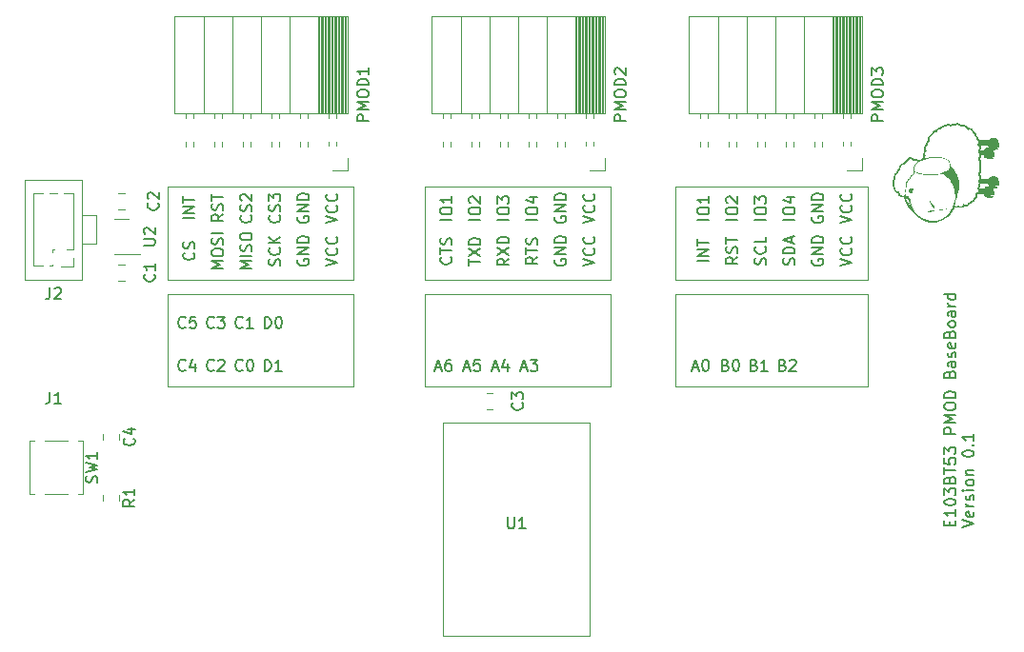
<source format=gbr>
%TF.GenerationSoftware,KiCad,Pcbnew,7.0.4*%
%TF.CreationDate,2023-05-26T13:48:30+02:00*%
%TF.ProjectId,pmod_e103bt53_baseboard,706d6f64-5f65-4313-9033-627435335f62,rev?*%
%TF.SameCoordinates,Original*%
%TF.FileFunction,Legend,Top*%
%TF.FilePolarity,Positive*%
%FSLAX46Y46*%
G04 Gerber Fmt 4.6, Leading zero omitted, Abs format (unit mm)*
G04 Created by KiCad (PCBNEW 7.0.4) date 2023-05-26 13:48:30*
%MOMM*%
%LPD*%
G01*
G04 APERTURE LIST*
%ADD10C,0.150000*%
%ADD11C,0.120000*%
G04 APERTURE END LIST*
D10*
X128546009Y-63163220D02*
X128546009Y-62829887D01*
X129069819Y-62687030D02*
X129069819Y-63163220D01*
X129069819Y-63163220D02*
X128069819Y-63163220D01*
X128069819Y-63163220D02*
X128069819Y-62687030D01*
X129069819Y-61734649D02*
X129069819Y-62306077D01*
X129069819Y-62020363D02*
X128069819Y-62020363D01*
X128069819Y-62020363D02*
X128212676Y-62115601D01*
X128212676Y-62115601D02*
X128307914Y-62210839D01*
X128307914Y-62210839D02*
X128355533Y-62306077D01*
X128069819Y-61115601D02*
X128069819Y-61020363D01*
X128069819Y-61020363D02*
X128117438Y-60925125D01*
X128117438Y-60925125D02*
X128165057Y-60877506D01*
X128165057Y-60877506D02*
X128260295Y-60829887D01*
X128260295Y-60829887D02*
X128450771Y-60782268D01*
X128450771Y-60782268D02*
X128688866Y-60782268D01*
X128688866Y-60782268D02*
X128879342Y-60829887D01*
X128879342Y-60829887D02*
X128974580Y-60877506D01*
X128974580Y-60877506D02*
X129022200Y-60925125D01*
X129022200Y-60925125D02*
X129069819Y-61020363D01*
X129069819Y-61020363D02*
X129069819Y-61115601D01*
X129069819Y-61115601D02*
X129022200Y-61210839D01*
X129022200Y-61210839D02*
X128974580Y-61258458D01*
X128974580Y-61258458D02*
X128879342Y-61306077D01*
X128879342Y-61306077D02*
X128688866Y-61353696D01*
X128688866Y-61353696D02*
X128450771Y-61353696D01*
X128450771Y-61353696D02*
X128260295Y-61306077D01*
X128260295Y-61306077D02*
X128165057Y-61258458D01*
X128165057Y-61258458D02*
X128117438Y-61210839D01*
X128117438Y-61210839D02*
X128069819Y-61115601D01*
X128069819Y-60448934D02*
X128069819Y-59829887D01*
X128069819Y-59829887D02*
X128450771Y-60163220D01*
X128450771Y-60163220D02*
X128450771Y-60020363D01*
X128450771Y-60020363D02*
X128498390Y-59925125D01*
X128498390Y-59925125D02*
X128546009Y-59877506D01*
X128546009Y-59877506D02*
X128641247Y-59829887D01*
X128641247Y-59829887D02*
X128879342Y-59829887D01*
X128879342Y-59829887D02*
X128974580Y-59877506D01*
X128974580Y-59877506D02*
X129022200Y-59925125D01*
X129022200Y-59925125D02*
X129069819Y-60020363D01*
X129069819Y-60020363D02*
X129069819Y-60306077D01*
X129069819Y-60306077D02*
X129022200Y-60401315D01*
X129022200Y-60401315D02*
X128974580Y-60448934D01*
X128546009Y-59067982D02*
X128593628Y-58925125D01*
X128593628Y-58925125D02*
X128641247Y-58877506D01*
X128641247Y-58877506D02*
X128736485Y-58829887D01*
X128736485Y-58829887D02*
X128879342Y-58829887D01*
X128879342Y-58829887D02*
X128974580Y-58877506D01*
X128974580Y-58877506D02*
X129022200Y-58925125D01*
X129022200Y-58925125D02*
X129069819Y-59020363D01*
X129069819Y-59020363D02*
X129069819Y-59401315D01*
X129069819Y-59401315D02*
X128069819Y-59401315D01*
X128069819Y-59401315D02*
X128069819Y-59067982D01*
X128069819Y-59067982D02*
X128117438Y-58972744D01*
X128117438Y-58972744D02*
X128165057Y-58925125D01*
X128165057Y-58925125D02*
X128260295Y-58877506D01*
X128260295Y-58877506D02*
X128355533Y-58877506D01*
X128355533Y-58877506D02*
X128450771Y-58925125D01*
X128450771Y-58925125D02*
X128498390Y-58972744D01*
X128498390Y-58972744D02*
X128546009Y-59067982D01*
X128546009Y-59067982D02*
X128546009Y-59401315D01*
X128069819Y-58544172D02*
X128069819Y-57972744D01*
X129069819Y-58258458D02*
X128069819Y-58258458D01*
X128069819Y-57163220D02*
X128069819Y-57639410D01*
X128069819Y-57639410D02*
X128546009Y-57687029D01*
X128546009Y-57687029D02*
X128498390Y-57639410D01*
X128498390Y-57639410D02*
X128450771Y-57544172D01*
X128450771Y-57544172D02*
X128450771Y-57306077D01*
X128450771Y-57306077D02*
X128498390Y-57210839D01*
X128498390Y-57210839D02*
X128546009Y-57163220D01*
X128546009Y-57163220D02*
X128641247Y-57115601D01*
X128641247Y-57115601D02*
X128879342Y-57115601D01*
X128879342Y-57115601D02*
X128974580Y-57163220D01*
X128974580Y-57163220D02*
X129022200Y-57210839D01*
X129022200Y-57210839D02*
X129069819Y-57306077D01*
X129069819Y-57306077D02*
X129069819Y-57544172D01*
X129069819Y-57544172D02*
X129022200Y-57639410D01*
X129022200Y-57639410D02*
X128974580Y-57687029D01*
X128069819Y-56782267D02*
X128069819Y-56163220D01*
X128069819Y-56163220D02*
X128450771Y-56496553D01*
X128450771Y-56496553D02*
X128450771Y-56353696D01*
X128450771Y-56353696D02*
X128498390Y-56258458D01*
X128498390Y-56258458D02*
X128546009Y-56210839D01*
X128546009Y-56210839D02*
X128641247Y-56163220D01*
X128641247Y-56163220D02*
X128879342Y-56163220D01*
X128879342Y-56163220D02*
X128974580Y-56210839D01*
X128974580Y-56210839D02*
X129022200Y-56258458D01*
X129022200Y-56258458D02*
X129069819Y-56353696D01*
X129069819Y-56353696D02*
X129069819Y-56639410D01*
X129069819Y-56639410D02*
X129022200Y-56734648D01*
X129022200Y-56734648D02*
X128974580Y-56782267D01*
X129069819Y-54972743D02*
X128069819Y-54972743D01*
X128069819Y-54972743D02*
X128069819Y-54591791D01*
X128069819Y-54591791D02*
X128117438Y-54496553D01*
X128117438Y-54496553D02*
X128165057Y-54448934D01*
X128165057Y-54448934D02*
X128260295Y-54401315D01*
X128260295Y-54401315D02*
X128403152Y-54401315D01*
X128403152Y-54401315D02*
X128498390Y-54448934D01*
X128498390Y-54448934D02*
X128546009Y-54496553D01*
X128546009Y-54496553D02*
X128593628Y-54591791D01*
X128593628Y-54591791D02*
X128593628Y-54972743D01*
X129069819Y-53972743D02*
X128069819Y-53972743D01*
X128069819Y-53972743D02*
X128784104Y-53639410D01*
X128784104Y-53639410D02*
X128069819Y-53306077D01*
X128069819Y-53306077D02*
X129069819Y-53306077D01*
X128069819Y-52639410D02*
X128069819Y-52448934D01*
X128069819Y-52448934D02*
X128117438Y-52353696D01*
X128117438Y-52353696D02*
X128212676Y-52258458D01*
X128212676Y-52258458D02*
X128403152Y-52210839D01*
X128403152Y-52210839D02*
X128736485Y-52210839D01*
X128736485Y-52210839D02*
X128926961Y-52258458D01*
X128926961Y-52258458D02*
X129022200Y-52353696D01*
X129022200Y-52353696D02*
X129069819Y-52448934D01*
X129069819Y-52448934D02*
X129069819Y-52639410D01*
X129069819Y-52639410D02*
X129022200Y-52734648D01*
X129022200Y-52734648D02*
X128926961Y-52829886D01*
X128926961Y-52829886D02*
X128736485Y-52877505D01*
X128736485Y-52877505D02*
X128403152Y-52877505D01*
X128403152Y-52877505D02*
X128212676Y-52829886D01*
X128212676Y-52829886D02*
X128117438Y-52734648D01*
X128117438Y-52734648D02*
X128069819Y-52639410D01*
X129069819Y-51782267D02*
X128069819Y-51782267D01*
X128069819Y-51782267D02*
X128069819Y-51544172D01*
X128069819Y-51544172D02*
X128117438Y-51401315D01*
X128117438Y-51401315D02*
X128212676Y-51306077D01*
X128212676Y-51306077D02*
X128307914Y-51258458D01*
X128307914Y-51258458D02*
X128498390Y-51210839D01*
X128498390Y-51210839D02*
X128641247Y-51210839D01*
X128641247Y-51210839D02*
X128831723Y-51258458D01*
X128831723Y-51258458D02*
X128926961Y-51306077D01*
X128926961Y-51306077D02*
X129022200Y-51401315D01*
X129022200Y-51401315D02*
X129069819Y-51544172D01*
X129069819Y-51544172D02*
X129069819Y-51782267D01*
X128546009Y-49687029D02*
X128593628Y-49544172D01*
X128593628Y-49544172D02*
X128641247Y-49496553D01*
X128641247Y-49496553D02*
X128736485Y-49448934D01*
X128736485Y-49448934D02*
X128879342Y-49448934D01*
X128879342Y-49448934D02*
X128974580Y-49496553D01*
X128974580Y-49496553D02*
X129022200Y-49544172D01*
X129022200Y-49544172D02*
X129069819Y-49639410D01*
X129069819Y-49639410D02*
X129069819Y-50020362D01*
X129069819Y-50020362D02*
X128069819Y-50020362D01*
X128069819Y-50020362D02*
X128069819Y-49687029D01*
X128069819Y-49687029D02*
X128117438Y-49591791D01*
X128117438Y-49591791D02*
X128165057Y-49544172D01*
X128165057Y-49544172D02*
X128260295Y-49496553D01*
X128260295Y-49496553D02*
X128355533Y-49496553D01*
X128355533Y-49496553D02*
X128450771Y-49544172D01*
X128450771Y-49544172D02*
X128498390Y-49591791D01*
X128498390Y-49591791D02*
X128546009Y-49687029D01*
X128546009Y-49687029D02*
X128546009Y-50020362D01*
X129069819Y-48591791D02*
X128546009Y-48591791D01*
X128546009Y-48591791D02*
X128450771Y-48639410D01*
X128450771Y-48639410D02*
X128403152Y-48734648D01*
X128403152Y-48734648D02*
X128403152Y-48925124D01*
X128403152Y-48925124D02*
X128450771Y-49020362D01*
X129022200Y-48591791D02*
X129069819Y-48687029D01*
X129069819Y-48687029D02*
X129069819Y-48925124D01*
X129069819Y-48925124D02*
X129022200Y-49020362D01*
X129022200Y-49020362D02*
X128926961Y-49067981D01*
X128926961Y-49067981D02*
X128831723Y-49067981D01*
X128831723Y-49067981D02*
X128736485Y-49020362D01*
X128736485Y-49020362D02*
X128688866Y-48925124D01*
X128688866Y-48925124D02*
X128688866Y-48687029D01*
X128688866Y-48687029D02*
X128641247Y-48591791D01*
X129022200Y-48163219D02*
X129069819Y-48067981D01*
X129069819Y-48067981D02*
X129069819Y-47877505D01*
X129069819Y-47877505D02*
X129022200Y-47782267D01*
X129022200Y-47782267D02*
X128926961Y-47734648D01*
X128926961Y-47734648D02*
X128879342Y-47734648D01*
X128879342Y-47734648D02*
X128784104Y-47782267D01*
X128784104Y-47782267D02*
X128736485Y-47877505D01*
X128736485Y-47877505D02*
X128736485Y-48020362D01*
X128736485Y-48020362D02*
X128688866Y-48115600D01*
X128688866Y-48115600D02*
X128593628Y-48163219D01*
X128593628Y-48163219D02*
X128546009Y-48163219D01*
X128546009Y-48163219D02*
X128450771Y-48115600D01*
X128450771Y-48115600D02*
X128403152Y-48020362D01*
X128403152Y-48020362D02*
X128403152Y-47877505D01*
X128403152Y-47877505D02*
X128450771Y-47782267D01*
X129022200Y-46925124D02*
X129069819Y-47020362D01*
X129069819Y-47020362D02*
X129069819Y-47210838D01*
X129069819Y-47210838D02*
X129022200Y-47306076D01*
X129022200Y-47306076D02*
X128926961Y-47353695D01*
X128926961Y-47353695D02*
X128546009Y-47353695D01*
X128546009Y-47353695D02*
X128450771Y-47306076D01*
X128450771Y-47306076D02*
X128403152Y-47210838D01*
X128403152Y-47210838D02*
X128403152Y-47020362D01*
X128403152Y-47020362D02*
X128450771Y-46925124D01*
X128450771Y-46925124D02*
X128546009Y-46877505D01*
X128546009Y-46877505D02*
X128641247Y-46877505D01*
X128641247Y-46877505D02*
X128736485Y-47353695D01*
X128546009Y-46115600D02*
X128593628Y-45972743D01*
X128593628Y-45972743D02*
X128641247Y-45925124D01*
X128641247Y-45925124D02*
X128736485Y-45877505D01*
X128736485Y-45877505D02*
X128879342Y-45877505D01*
X128879342Y-45877505D02*
X128974580Y-45925124D01*
X128974580Y-45925124D02*
X129022200Y-45972743D01*
X129022200Y-45972743D02*
X129069819Y-46067981D01*
X129069819Y-46067981D02*
X129069819Y-46448933D01*
X129069819Y-46448933D02*
X128069819Y-46448933D01*
X128069819Y-46448933D02*
X128069819Y-46115600D01*
X128069819Y-46115600D02*
X128117438Y-46020362D01*
X128117438Y-46020362D02*
X128165057Y-45972743D01*
X128165057Y-45972743D02*
X128260295Y-45925124D01*
X128260295Y-45925124D02*
X128355533Y-45925124D01*
X128355533Y-45925124D02*
X128450771Y-45972743D01*
X128450771Y-45972743D02*
X128498390Y-46020362D01*
X128498390Y-46020362D02*
X128546009Y-46115600D01*
X128546009Y-46115600D02*
X128546009Y-46448933D01*
X129069819Y-45306076D02*
X129022200Y-45401314D01*
X129022200Y-45401314D02*
X128974580Y-45448933D01*
X128974580Y-45448933D02*
X128879342Y-45496552D01*
X128879342Y-45496552D02*
X128593628Y-45496552D01*
X128593628Y-45496552D02*
X128498390Y-45448933D01*
X128498390Y-45448933D02*
X128450771Y-45401314D01*
X128450771Y-45401314D02*
X128403152Y-45306076D01*
X128403152Y-45306076D02*
X128403152Y-45163219D01*
X128403152Y-45163219D02*
X128450771Y-45067981D01*
X128450771Y-45067981D02*
X128498390Y-45020362D01*
X128498390Y-45020362D02*
X128593628Y-44972743D01*
X128593628Y-44972743D02*
X128879342Y-44972743D01*
X128879342Y-44972743D02*
X128974580Y-45020362D01*
X128974580Y-45020362D02*
X129022200Y-45067981D01*
X129022200Y-45067981D02*
X129069819Y-45163219D01*
X129069819Y-45163219D02*
X129069819Y-45306076D01*
X129069819Y-44115600D02*
X128546009Y-44115600D01*
X128546009Y-44115600D02*
X128450771Y-44163219D01*
X128450771Y-44163219D02*
X128403152Y-44258457D01*
X128403152Y-44258457D02*
X128403152Y-44448933D01*
X128403152Y-44448933D02*
X128450771Y-44544171D01*
X129022200Y-44115600D02*
X129069819Y-44210838D01*
X129069819Y-44210838D02*
X129069819Y-44448933D01*
X129069819Y-44448933D02*
X129022200Y-44544171D01*
X129022200Y-44544171D02*
X128926961Y-44591790D01*
X128926961Y-44591790D02*
X128831723Y-44591790D01*
X128831723Y-44591790D02*
X128736485Y-44544171D01*
X128736485Y-44544171D02*
X128688866Y-44448933D01*
X128688866Y-44448933D02*
X128688866Y-44210838D01*
X128688866Y-44210838D02*
X128641247Y-44115600D01*
X129069819Y-43639409D02*
X128403152Y-43639409D01*
X128593628Y-43639409D02*
X128498390Y-43591790D01*
X128498390Y-43591790D02*
X128450771Y-43544171D01*
X128450771Y-43544171D02*
X128403152Y-43448933D01*
X128403152Y-43448933D02*
X128403152Y-43353695D01*
X129069819Y-42591790D02*
X128069819Y-42591790D01*
X129022200Y-42591790D02*
X129069819Y-42687028D01*
X129069819Y-42687028D02*
X129069819Y-42877504D01*
X129069819Y-42877504D02*
X129022200Y-42972742D01*
X129022200Y-42972742D02*
X128974580Y-43020361D01*
X128974580Y-43020361D02*
X128879342Y-43067980D01*
X128879342Y-43067980D02*
X128593628Y-43067980D01*
X128593628Y-43067980D02*
X128498390Y-43020361D01*
X128498390Y-43020361D02*
X128450771Y-42972742D01*
X128450771Y-42972742D02*
X128403152Y-42877504D01*
X128403152Y-42877504D02*
X128403152Y-42687028D01*
X128403152Y-42687028D02*
X128450771Y-42591790D01*
X129679819Y-63306077D02*
X130679819Y-62972744D01*
X130679819Y-62972744D02*
X129679819Y-62639411D01*
X130632200Y-61925125D02*
X130679819Y-62020363D01*
X130679819Y-62020363D02*
X130679819Y-62210839D01*
X130679819Y-62210839D02*
X130632200Y-62306077D01*
X130632200Y-62306077D02*
X130536961Y-62353696D01*
X130536961Y-62353696D02*
X130156009Y-62353696D01*
X130156009Y-62353696D02*
X130060771Y-62306077D01*
X130060771Y-62306077D02*
X130013152Y-62210839D01*
X130013152Y-62210839D02*
X130013152Y-62020363D01*
X130013152Y-62020363D02*
X130060771Y-61925125D01*
X130060771Y-61925125D02*
X130156009Y-61877506D01*
X130156009Y-61877506D02*
X130251247Y-61877506D01*
X130251247Y-61877506D02*
X130346485Y-62353696D01*
X130679819Y-61448934D02*
X130013152Y-61448934D01*
X130203628Y-61448934D02*
X130108390Y-61401315D01*
X130108390Y-61401315D02*
X130060771Y-61353696D01*
X130060771Y-61353696D02*
X130013152Y-61258458D01*
X130013152Y-61258458D02*
X130013152Y-61163220D01*
X130632200Y-60877505D02*
X130679819Y-60782267D01*
X130679819Y-60782267D02*
X130679819Y-60591791D01*
X130679819Y-60591791D02*
X130632200Y-60496553D01*
X130632200Y-60496553D02*
X130536961Y-60448934D01*
X130536961Y-60448934D02*
X130489342Y-60448934D01*
X130489342Y-60448934D02*
X130394104Y-60496553D01*
X130394104Y-60496553D02*
X130346485Y-60591791D01*
X130346485Y-60591791D02*
X130346485Y-60734648D01*
X130346485Y-60734648D02*
X130298866Y-60829886D01*
X130298866Y-60829886D02*
X130203628Y-60877505D01*
X130203628Y-60877505D02*
X130156009Y-60877505D01*
X130156009Y-60877505D02*
X130060771Y-60829886D01*
X130060771Y-60829886D02*
X130013152Y-60734648D01*
X130013152Y-60734648D02*
X130013152Y-60591791D01*
X130013152Y-60591791D02*
X130060771Y-60496553D01*
X130679819Y-60020362D02*
X130013152Y-60020362D01*
X129679819Y-60020362D02*
X129727438Y-60067981D01*
X129727438Y-60067981D02*
X129775057Y-60020362D01*
X129775057Y-60020362D02*
X129727438Y-59972743D01*
X129727438Y-59972743D02*
X129679819Y-60020362D01*
X129679819Y-60020362D02*
X129775057Y-60020362D01*
X130679819Y-59401315D02*
X130632200Y-59496553D01*
X130632200Y-59496553D02*
X130584580Y-59544172D01*
X130584580Y-59544172D02*
X130489342Y-59591791D01*
X130489342Y-59591791D02*
X130203628Y-59591791D01*
X130203628Y-59591791D02*
X130108390Y-59544172D01*
X130108390Y-59544172D02*
X130060771Y-59496553D01*
X130060771Y-59496553D02*
X130013152Y-59401315D01*
X130013152Y-59401315D02*
X130013152Y-59258458D01*
X130013152Y-59258458D02*
X130060771Y-59163220D01*
X130060771Y-59163220D02*
X130108390Y-59115601D01*
X130108390Y-59115601D02*
X130203628Y-59067982D01*
X130203628Y-59067982D02*
X130489342Y-59067982D01*
X130489342Y-59067982D02*
X130584580Y-59115601D01*
X130584580Y-59115601D02*
X130632200Y-59163220D01*
X130632200Y-59163220D02*
X130679819Y-59258458D01*
X130679819Y-59258458D02*
X130679819Y-59401315D01*
X130013152Y-58639410D02*
X130679819Y-58639410D01*
X130108390Y-58639410D02*
X130060771Y-58591791D01*
X130060771Y-58591791D02*
X130013152Y-58496553D01*
X130013152Y-58496553D02*
X130013152Y-58353696D01*
X130013152Y-58353696D02*
X130060771Y-58258458D01*
X130060771Y-58258458D02*
X130156009Y-58210839D01*
X130156009Y-58210839D02*
X130679819Y-58210839D01*
X129679819Y-56782267D02*
X129679819Y-56687029D01*
X129679819Y-56687029D02*
X129727438Y-56591791D01*
X129727438Y-56591791D02*
X129775057Y-56544172D01*
X129775057Y-56544172D02*
X129870295Y-56496553D01*
X129870295Y-56496553D02*
X130060771Y-56448934D01*
X130060771Y-56448934D02*
X130298866Y-56448934D01*
X130298866Y-56448934D02*
X130489342Y-56496553D01*
X130489342Y-56496553D02*
X130584580Y-56544172D01*
X130584580Y-56544172D02*
X130632200Y-56591791D01*
X130632200Y-56591791D02*
X130679819Y-56687029D01*
X130679819Y-56687029D02*
X130679819Y-56782267D01*
X130679819Y-56782267D02*
X130632200Y-56877505D01*
X130632200Y-56877505D02*
X130584580Y-56925124D01*
X130584580Y-56925124D02*
X130489342Y-56972743D01*
X130489342Y-56972743D02*
X130298866Y-57020362D01*
X130298866Y-57020362D02*
X130060771Y-57020362D01*
X130060771Y-57020362D02*
X129870295Y-56972743D01*
X129870295Y-56972743D02*
X129775057Y-56925124D01*
X129775057Y-56925124D02*
X129727438Y-56877505D01*
X129727438Y-56877505D02*
X129679819Y-56782267D01*
X130584580Y-56020362D02*
X130632200Y-55972743D01*
X130632200Y-55972743D02*
X130679819Y-56020362D01*
X130679819Y-56020362D02*
X130632200Y-56067981D01*
X130632200Y-56067981D02*
X130584580Y-56020362D01*
X130584580Y-56020362D02*
X130679819Y-56020362D01*
X130679819Y-55020363D02*
X130679819Y-55591791D01*
X130679819Y-55306077D02*
X129679819Y-55306077D01*
X129679819Y-55306077D02*
X129822676Y-55401315D01*
X129822676Y-55401315D02*
X129917914Y-55496553D01*
X129917914Y-55496553D02*
X129965533Y-55591791D01*
X105699160Y-49114104D02*
X106175350Y-49114104D01*
X105603922Y-49399819D02*
X105937255Y-48399819D01*
X105937255Y-48399819D02*
X106270588Y-49399819D01*
X106794398Y-48399819D02*
X106889636Y-48399819D01*
X106889636Y-48399819D02*
X106984874Y-48447438D01*
X106984874Y-48447438D02*
X107032493Y-48495057D01*
X107032493Y-48495057D02*
X107080112Y-48590295D01*
X107080112Y-48590295D02*
X107127731Y-48780771D01*
X107127731Y-48780771D02*
X107127731Y-49018866D01*
X107127731Y-49018866D02*
X107080112Y-49209342D01*
X107080112Y-49209342D02*
X107032493Y-49304580D01*
X107032493Y-49304580D02*
X106984874Y-49352200D01*
X106984874Y-49352200D02*
X106889636Y-49399819D01*
X106889636Y-49399819D02*
X106794398Y-49399819D01*
X106794398Y-49399819D02*
X106699160Y-49352200D01*
X106699160Y-49352200D02*
X106651541Y-49304580D01*
X106651541Y-49304580D02*
X106603922Y-49209342D01*
X106603922Y-49209342D02*
X106556303Y-49018866D01*
X106556303Y-49018866D02*
X106556303Y-48780771D01*
X106556303Y-48780771D02*
X106603922Y-48590295D01*
X106603922Y-48590295D02*
X106651541Y-48495057D01*
X106651541Y-48495057D02*
X106699160Y-48447438D01*
X106699160Y-48447438D02*
X106794398Y-48399819D01*
X113700112Y-48876009D02*
X113842969Y-48923628D01*
X113842969Y-48923628D02*
X113890588Y-48971247D01*
X113890588Y-48971247D02*
X113938207Y-49066485D01*
X113938207Y-49066485D02*
X113938207Y-49209342D01*
X113938207Y-49209342D02*
X113890588Y-49304580D01*
X113890588Y-49304580D02*
X113842969Y-49352200D01*
X113842969Y-49352200D02*
X113747731Y-49399819D01*
X113747731Y-49399819D02*
X113366779Y-49399819D01*
X113366779Y-49399819D02*
X113366779Y-48399819D01*
X113366779Y-48399819D02*
X113700112Y-48399819D01*
X113700112Y-48399819D02*
X113795350Y-48447438D01*
X113795350Y-48447438D02*
X113842969Y-48495057D01*
X113842969Y-48495057D02*
X113890588Y-48590295D01*
X113890588Y-48590295D02*
X113890588Y-48685533D01*
X113890588Y-48685533D02*
X113842969Y-48780771D01*
X113842969Y-48780771D02*
X113795350Y-48828390D01*
X113795350Y-48828390D02*
X113700112Y-48876009D01*
X113700112Y-48876009D02*
X113366779Y-48876009D01*
X114319160Y-48495057D02*
X114366779Y-48447438D01*
X114366779Y-48447438D02*
X114462017Y-48399819D01*
X114462017Y-48399819D02*
X114700112Y-48399819D01*
X114700112Y-48399819D02*
X114795350Y-48447438D01*
X114795350Y-48447438D02*
X114842969Y-48495057D01*
X114842969Y-48495057D02*
X114890588Y-48590295D01*
X114890588Y-48590295D02*
X114890588Y-48685533D01*
X114890588Y-48685533D02*
X114842969Y-48828390D01*
X114842969Y-48828390D02*
X114271541Y-49399819D01*
X114271541Y-49399819D02*
X114890588Y-49399819D01*
X111160112Y-48876009D02*
X111302969Y-48923628D01*
X111302969Y-48923628D02*
X111350588Y-48971247D01*
X111350588Y-48971247D02*
X111398207Y-49066485D01*
X111398207Y-49066485D02*
X111398207Y-49209342D01*
X111398207Y-49209342D02*
X111350588Y-49304580D01*
X111350588Y-49304580D02*
X111302969Y-49352200D01*
X111302969Y-49352200D02*
X111207731Y-49399819D01*
X111207731Y-49399819D02*
X110826779Y-49399819D01*
X110826779Y-49399819D02*
X110826779Y-48399819D01*
X110826779Y-48399819D02*
X111160112Y-48399819D01*
X111160112Y-48399819D02*
X111255350Y-48447438D01*
X111255350Y-48447438D02*
X111302969Y-48495057D01*
X111302969Y-48495057D02*
X111350588Y-48590295D01*
X111350588Y-48590295D02*
X111350588Y-48685533D01*
X111350588Y-48685533D02*
X111302969Y-48780771D01*
X111302969Y-48780771D02*
X111255350Y-48828390D01*
X111255350Y-48828390D02*
X111160112Y-48876009D01*
X111160112Y-48876009D02*
X110826779Y-48876009D01*
X112350588Y-49399819D02*
X111779160Y-49399819D01*
X112064874Y-49399819D02*
X112064874Y-48399819D01*
X112064874Y-48399819D02*
X111969636Y-48542676D01*
X111969636Y-48542676D02*
X111874398Y-48637914D01*
X111874398Y-48637914D02*
X111779160Y-48685533D01*
X108620112Y-48876009D02*
X108762969Y-48923628D01*
X108762969Y-48923628D02*
X108810588Y-48971247D01*
X108810588Y-48971247D02*
X108858207Y-49066485D01*
X108858207Y-49066485D02*
X108858207Y-49209342D01*
X108858207Y-49209342D02*
X108810588Y-49304580D01*
X108810588Y-49304580D02*
X108762969Y-49352200D01*
X108762969Y-49352200D02*
X108667731Y-49399819D01*
X108667731Y-49399819D02*
X108286779Y-49399819D01*
X108286779Y-49399819D02*
X108286779Y-48399819D01*
X108286779Y-48399819D02*
X108620112Y-48399819D01*
X108620112Y-48399819D02*
X108715350Y-48447438D01*
X108715350Y-48447438D02*
X108762969Y-48495057D01*
X108762969Y-48495057D02*
X108810588Y-48590295D01*
X108810588Y-48590295D02*
X108810588Y-48685533D01*
X108810588Y-48685533D02*
X108762969Y-48780771D01*
X108762969Y-48780771D02*
X108715350Y-48828390D01*
X108715350Y-48828390D02*
X108620112Y-48876009D01*
X108620112Y-48876009D02*
X108286779Y-48876009D01*
X109477255Y-48399819D02*
X109572493Y-48399819D01*
X109572493Y-48399819D02*
X109667731Y-48447438D01*
X109667731Y-48447438D02*
X109715350Y-48495057D01*
X109715350Y-48495057D02*
X109762969Y-48590295D01*
X109762969Y-48590295D02*
X109810588Y-48780771D01*
X109810588Y-48780771D02*
X109810588Y-49018866D01*
X109810588Y-49018866D02*
X109762969Y-49209342D01*
X109762969Y-49209342D02*
X109715350Y-49304580D01*
X109715350Y-49304580D02*
X109667731Y-49352200D01*
X109667731Y-49352200D02*
X109572493Y-49399819D01*
X109572493Y-49399819D02*
X109477255Y-49399819D01*
X109477255Y-49399819D02*
X109382017Y-49352200D01*
X109382017Y-49352200D02*
X109334398Y-49304580D01*
X109334398Y-49304580D02*
X109286779Y-49209342D01*
X109286779Y-49209342D02*
X109239160Y-49018866D01*
X109239160Y-49018866D02*
X109239160Y-48780771D01*
X109239160Y-48780771D02*
X109286779Y-48590295D01*
X109286779Y-48590295D02*
X109334398Y-48495057D01*
X109334398Y-48495057D02*
X109382017Y-48447438D01*
X109382017Y-48447438D02*
X109477255Y-48399819D01*
X90459160Y-49114104D02*
X90935350Y-49114104D01*
X90363922Y-49399819D02*
X90697255Y-48399819D01*
X90697255Y-48399819D02*
X91030588Y-49399819D01*
X91268684Y-48399819D02*
X91887731Y-48399819D01*
X91887731Y-48399819D02*
X91554398Y-48780771D01*
X91554398Y-48780771D02*
X91697255Y-48780771D01*
X91697255Y-48780771D02*
X91792493Y-48828390D01*
X91792493Y-48828390D02*
X91840112Y-48876009D01*
X91840112Y-48876009D02*
X91887731Y-48971247D01*
X91887731Y-48971247D02*
X91887731Y-49209342D01*
X91887731Y-49209342D02*
X91840112Y-49304580D01*
X91840112Y-49304580D02*
X91792493Y-49352200D01*
X91792493Y-49352200D02*
X91697255Y-49399819D01*
X91697255Y-49399819D02*
X91411541Y-49399819D01*
X91411541Y-49399819D02*
X91316303Y-49352200D01*
X91316303Y-49352200D02*
X91268684Y-49304580D01*
X87919160Y-49114104D02*
X88395350Y-49114104D01*
X87823922Y-49399819D02*
X88157255Y-48399819D01*
X88157255Y-48399819D02*
X88490588Y-49399819D01*
X89252493Y-48733152D02*
X89252493Y-49399819D01*
X89014398Y-48352200D02*
X88776303Y-49066485D01*
X88776303Y-49066485D02*
X89395350Y-49066485D01*
X85379160Y-49114104D02*
X85855350Y-49114104D01*
X85283922Y-49399819D02*
X85617255Y-48399819D01*
X85617255Y-48399819D02*
X85950588Y-49399819D01*
X86760112Y-48399819D02*
X86283922Y-48399819D01*
X86283922Y-48399819D02*
X86236303Y-48876009D01*
X86236303Y-48876009D02*
X86283922Y-48828390D01*
X86283922Y-48828390D02*
X86379160Y-48780771D01*
X86379160Y-48780771D02*
X86617255Y-48780771D01*
X86617255Y-48780771D02*
X86712493Y-48828390D01*
X86712493Y-48828390D02*
X86760112Y-48876009D01*
X86760112Y-48876009D02*
X86807731Y-48971247D01*
X86807731Y-48971247D02*
X86807731Y-49209342D01*
X86807731Y-49209342D02*
X86760112Y-49304580D01*
X86760112Y-49304580D02*
X86712493Y-49352200D01*
X86712493Y-49352200D02*
X86617255Y-49399819D01*
X86617255Y-49399819D02*
X86379160Y-49399819D01*
X86379160Y-49399819D02*
X86283922Y-49352200D01*
X86283922Y-49352200D02*
X86236303Y-49304580D01*
X82839160Y-49114104D02*
X83315350Y-49114104D01*
X82743922Y-49399819D02*
X83077255Y-48399819D01*
X83077255Y-48399819D02*
X83410588Y-49399819D01*
X84172493Y-48399819D02*
X83982017Y-48399819D01*
X83982017Y-48399819D02*
X83886779Y-48447438D01*
X83886779Y-48447438D02*
X83839160Y-48495057D01*
X83839160Y-48495057D02*
X83743922Y-48637914D01*
X83743922Y-48637914D02*
X83696303Y-48828390D01*
X83696303Y-48828390D02*
X83696303Y-49209342D01*
X83696303Y-49209342D02*
X83743922Y-49304580D01*
X83743922Y-49304580D02*
X83791541Y-49352200D01*
X83791541Y-49352200D02*
X83886779Y-49399819D01*
X83886779Y-49399819D02*
X84077255Y-49399819D01*
X84077255Y-49399819D02*
X84172493Y-49352200D01*
X84172493Y-49352200D02*
X84220112Y-49304580D01*
X84220112Y-49304580D02*
X84267731Y-49209342D01*
X84267731Y-49209342D02*
X84267731Y-48971247D01*
X84267731Y-48971247D02*
X84220112Y-48876009D01*
X84220112Y-48876009D02*
X84172493Y-48828390D01*
X84172493Y-48828390D02*
X84077255Y-48780771D01*
X84077255Y-48780771D02*
X83886779Y-48780771D01*
X83886779Y-48780771D02*
X83791541Y-48828390D01*
X83791541Y-48828390D02*
X83743922Y-48876009D01*
X83743922Y-48876009D02*
X83696303Y-48971247D01*
X67646779Y-45589819D02*
X67646779Y-44589819D01*
X67646779Y-44589819D02*
X67884874Y-44589819D01*
X67884874Y-44589819D02*
X68027731Y-44637438D01*
X68027731Y-44637438D02*
X68122969Y-44732676D01*
X68122969Y-44732676D02*
X68170588Y-44827914D01*
X68170588Y-44827914D02*
X68218207Y-45018390D01*
X68218207Y-45018390D02*
X68218207Y-45161247D01*
X68218207Y-45161247D02*
X68170588Y-45351723D01*
X68170588Y-45351723D02*
X68122969Y-45446961D01*
X68122969Y-45446961D02*
X68027731Y-45542200D01*
X68027731Y-45542200D02*
X67884874Y-45589819D01*
X67884874Y-45589819D02*
X67646779Y-45589819D01*
X68837255Y-44589819D02*
X68932493Y-44589819D01*
X68932493Y-44589819D02*
X69027731Y-44637438D01*
X69027731Y-44637438D02*
X69075350Y-44685057D01*
X69075350Y-44685057D02*
X69122969Y-44780295D01*
X69122969Y-44780295D02*
X69170588Y-44970771D01*
X69170588Y-44970771D02*
X69170588Y-45208866D01*
X69170588Y-45208866D02*
X69122969Y-45399342D01*
X69122969Y-45399342D02*
X69075350Y-45494580D01*
X69075350Y-45494580D02*
X69027731Y-45542200D01*
X69027731Y-45542200D02*
X68932493Y-45589819D01*
X68932493Y-45589819D02*
X68837255Y-45589819D01*
X68837255Y-45589819D02*
X68742017Y-45542200D01*
X68742017Y-45542200D02*
X68694398Y-45494580D01*
X68694398Y-45494580D02*
X68646779Y-45399342D01*
X68646779Y-45399342D02*
X68599160Y-45208866D01*
X68599160Y-45208866D02*
X68599160Y-44970771D01*
X68599160Y-44970771D02*
X68646779Y-44780295D01*
X68646779Y-44780295D02*
X68694398Y-44685057D01*
X68694398Y-44685057D02*
X68742017Y-44637438D01*
X68742017Y-44637438D02*
X68837255Y-44589819D01*
X65678207Y-45494580D02*
X65630588Y-45542200D01*
X65630588Y-45542200D02*
X65487731Y-45589819D01*
X65487731Y-45589819D02*
X65392493Y-45589819D01*
X65392493Y-45589819D02*
X65249636Y-45542200D01*
X65249636Y-45542200D02*
X65154398Y-45446961D01*
X65154398Y-45446961D02*
X65106779Y-45351723D01*
X65106779Y-45351723D02*
X65059160Y-45161247D01*
X65059160Y-45161247D02*
X65059160Y-45018390D01*
X65059160Y-45018390D02*
X65106779Y-44827914D01*
X65106779Y-44827914D02*
X65154398Y-44732676D01*
X65154398Y-44732676D02*
X65249636Y-44637438D01*
X65249636Y-44637438D02*
X65392493Y-44589819D01*
X65392493Y-44589819D02*
X65487731Y-44589819D01*
X65487731Y-44589819D02*
X65630588Y-44637438D01*
X65630588Y-44637438D02*
X65678207Y-44685057D01*
X66630588Y-45589819D02*
X66059160Y-45589819D01*
X66344874Y-45589819D02*
X66344874Y-44589819D01*
X66344874Y-44589819D02*
X66249636Y-44732676D01*
X66249636Y-44732676D02*
X66154398Y-44827914D01*
X66154398Y-44827914D02*
X66059160Y-44875533D01*
X63138207Y-45494580D02*
X63090588Y-45542200D01*
X63090588Y-45542200D02*
X62947731Y-45589819D01*
X62947731Y-45589819D02*
X62852493Y-45589819D01*
X62852493Y-45589819D02*
X62709636Y-45542200D01*
X62709636Y-45542200D02*
X62614398Y-45446961D01*
X62614398Y-45446961D02*
X62566779Y-45351723D01*
X62566779Y-45351723D02*
X62519160Y-45161247D01*
X62519160Y-45161247D02*
X62519160Y-45018390D01*
X62519160Y-45018390D02*
X62566779Y-44827914D01*
X62566779Y-44827914D02*
X62614398Y-44732676D01*
X62614398Y-44732676D02*
X62709636Y-44637438D01*
X62709636Y-44637438D02*
X62852493Y-44589819D01*
X62852493Y-44589819D02*
X62947731Y-44589819D01*
X62947731Y-44589819D02*
X63090588Y-44637438D01*
X63090588Y-44637438D02*
X63138207Y-44685057D01*
X63471541Y-44589819D02*
X64090588Y-44589819D01*
X64090588Y-44589819D02*
X63757255Y-44970771D01*
X63757255Y-44970771D02*
X63900112Y-44970771D01*
X63900112Y-44970771D02*
X63995350Y-45018390D01*
X63995350Y-45018390D02*
X64042969Y-45066009D01*
X64042969Y-45066009D02*
X64090588Y-45161247D01*
X64090588Y-45161247D02*
X64090588Y-45399342D01*
X64090588Y-45399342D02*
X64042969Y-45494580D01*
X64042969Y-45494580D02*
X63995350Y-45542200D01*
X63995350Y-45542200D02*
X63900112Y-45589819D01*
X63900112Y-45589819D02*
X63614398Y-45589819D01*
X63614398Y-45589819D02*
X63519160Y-45542200D01*
X63519160Y-45542200D02*
X63471541Y-45494580D01*
X60598207Y-45494580D02*
X60550588Y-45542200D01*
X60550588Y-45542200D02*
X60407731Y-45589819D01*
X60407731Y-45589819D02*
X60312493Y-45589819D01*
X60312493Y-45589819D02*
X60169636Y-45542200D01*
X60169636Y-45542200D02*
X60074398Y-45446961D01*
X60074398Y-45446961D02*
X60026779Y-45351723D01*
X60026779Y-45351723D02*
X59979160Y-45161247D01*
X59979160Y-45161247D02*
X59979160Y-45018390D01*
X59979160Y-45018390D02*
X60026779Y-44827914D01*
X60026779Y-44827914D02*
X60074398Y-44732676D01*
X60074398Y-44732676D02*
X60169636Y-44637438D01*
X60169636Y-44637438D02*
X60312493Y-44589819D01*
X60312493Y-44589819D02*
X60407731Y-44589819D01*
X60407731Y-44589819D02*
X60550588Y-44637438D01*
X60550588Y-44637438D02*
X60598207Y-44685057D01*
X61502969Y-44589819D02*
X61026779Y-44589819D01*
X61026779Y-44589819D02*
X60979160Y-45066009D01*
X60979160Y-45066009D02*
X61026779Y-45018390D01*
X61026779Y-45018390D02*
X61122017Y-44970771D01*
X61122017Y-44970771D02*
X61360112Y-44970771D01*
X61360112Y-44970771D02*
X61455350Y-45018390D01*
X61455350Y-45018390D02*
X61502969Y-45066009D01*
X61502969Y-45066009D02*
X61550588Y-45161247D01*
X61550588Y-45161247D02*
X61550588Y-45399342D01*
X61550588Y-45399342D02*
X61502969Y-45494580D01*
X61502969Y-45494580D02*
X61455350Y-45542200D01*
X61455350Y-45542200D02*
X61360112Y-45589819D01*
X61360112Y-45589819D02*
X61122017Y-45589819D01*
X61122017Y-45589819D02*
X61026779Y-45542200D01*
X61026779Y-45542200D02*
X60979160Y-45494580D01*
X67646779Y-49399819D02*
X67646779Y-48399819D01*
X67646779Y-48399819D02*
X67884874Y-48399819D01*
X67884874Y-48399819D02*
X68027731Y-48447438D01*
X68027731Y-48447438D02*
X68122969Y-48542676D01*
X68122969Y-48542676D02*
X68170588Y-48637914D01*
X68170588Y-48637914D02*
X68218207Y-48828390D01*
X68218207Y-48828390D02*
X68218207Y-48971247D01*
X68218207Y-48971247D02*
X68170588Y-49161723D01*
X68170588Y-49161723D02*
X68122969Y-49256961D01*
X68122969Y-49256961D02*
X68027731Y-49352200D01*
X68027731Y-49352200D02*
X67884874Y-49399819D01*
X67884874Y-49399819D02*
X67646779Y-49399819D01*
X69170588Y-49399819D02*
X68599160Y-49399819D01*
X68884874Y-49399819D02*
X68884874Y-48399819D01*
X68884874Y-48399819D02*
X68789636Y-48542676D01*
X68789636Y-48542676D02*
X68694398Y-48637914D01*
X68694398Y-48637914D02*
X68599160Y-48685533D01*
X65678207Y-49304580D02*
X65630588Y-49352200D01*
X65630588Y-49352200D02*
X65487731Y-49399819D01*
X65487731Y-49399819D02*
X65392493Y-49399819D01*
X65392493Y-49399819D02*
X65249636Y-49352200D01*
X65249636Y-49352200D02*
X65154398Y-49256961D01*
X65154398Y-49256961D02*
X65106779Y-49161723D01*
X65106779Y-49161723D02*
X65059160Y-48971247D01*
X65059160Y-48971247D02*
X65059160Y-48828390D01*
X65059160Y-48828390D02*
X65106779Y-48637914D01*
X65106779Y-48637914D02*
X65154398Y-48542676D01*
X65154398Y-48542676D02*
X65249636Y-48447438D01*
X65249636Y-48447438D02*
X65392493Y-48399819D01*
X65392493Y-48399819D02*
X65487731Y-48399819D01*
X65487731Y-48399819D02*
X65630588Y-48447438D01*
X65630588Y-48447438D02*
X65678207Y-48495057D01*
X66297255Y-48399819D02*
X66392493Y-48399819D01*
X66392493Y-48399819D02*
X66487731Y-48447438D01*
X66487731Y-48447438D02*
X66535350Y-48495057D01*
X66535350Y-48495057D02*
X66582969Y-48590295D01*
X66582969Y-48590295D02*
X66630588Y-48780771D01*
X66630588Y-48780771D02*
X66630588Y-49018866D01*
X66630588Y-49018866D02*
X66582969Y-49209342D01*
X66582969Y-49209342D02*
X66535350Y-49304580D01*
X66535350Y-49304580D02*
X66487731Y-49352200D01*
X66487731Y-49352200D02*
X66392493Y-49399819D01*
X66392493Y-49399819D02*
X66297255Y-49399819D01*
X66297255Y-49399819D02*
X66202017Y-49352200D01*
X66202017Y-49352200D02*
X66154398Y-49304580D01*
X66154398Y-49304580D02*
X66106779Y-49209342D01*
X66106779Y-49209342D02*
X66059160Y-49018866D01*
X66059160Y-49018866D02*
X66059160Y-48780771D01*
X66059160Y-48780771D02*
X66106779Y-48590295D01*
X66106779Y-48590295D02*
X66154398Y-48495057D01*
X66154398Y-48495057D02*
X66202017Y-48447438D01*
X66202017Y-48447438D02*
X66297255Y-48399819D01*
X63138207Y-49304580D02*
X63090588Y-49352200D01*
X63090588Y-49352200D02*
X62947731Y-49399819D01*
X62947731Y-49399819D02*
X62852493Y-49399819D01*
X62852493Y-49399819D02*
X62709636Y-49352200D01*
X62709636Y-49352200D02*
X62614398Y-49256961D01*
X62614398Y-49256961D02*
X62566779Y-49161723D01*
X62566779Y-49161723D02*
X62519160Y-48971247D01*
X62519160Y-48971247D02*
X62519160Y-48828390D01*
X62519160Y-48828390D02*
X62566779Y-48637914D01*
X62566779Y-48637914D02*
X62614398Y-48542676D01*
X62614398Y-48542676D02*
X62709636Y-48447438D01*
X62709636Y-48447438D02*
X62852493Y-48399819D01*
X62852493Y-48399819D02*
X62947731Y-48399819D01*
X62947731Y-48399819D02*
X63090588Y-48447438D01*
X63090588Y-48447438D02*
X63138207Y-48495057D01*
X63519160Y-48495057D02*
X63566779Y-48447438D01*
X63566779Y-48447438D02*
X63662017Y-48399819D01*
X63662017Y-48399819D02*
X63900112Y-48399819D01*
X63900112Y-48399819D02*
X63995350Y-48447438D01*
X63995350Y-48447438D02*
X64042969Y-48495057D01*
X64042969Y-48495057D02*
X64090588Y-48590295D01*
X64090588Y-48590295D02*
X64090588Y-48685533D01*
X64090588Y-48685533D02*
X64042969Y-48828390D01*
X64042969Y-48828390D02*
X63471541Y-49399819D01*
X63471541Y-49399819D02*
X64090588Y-49399819D01*
X60598207Y-49304580D02*
X60550588Y-49352200D01*
X60550588Y-49352200D02*
X60407731Y-49399819D01*
X60407731Y-49399819D02*
X60312493Y-49399819D01*
X60312493Y-49399819D02*
X60169636Y-49352200D01*
X60169636Y-49352200D02*
X60074398Y-49256961D01*
X60074398Y-49256961D02*
X60026779Y-49161723D01*
X60026779Y-49161723D02*
X59979160Y-48971247D01*
X59979160Y-48971247D02*
X59979160Y-48828390D01*
X59979160Y-48828390D02*
X60026779Y-48637914D01*
X60026779Y-48637914D02*
X60074398Y-48542676D01*
X60074398Y-48542676D02*
X60169636Y-48447438D01*
X60169636Y-48447438D02*
X60312493Y-48399819D01*
X60312493Y-48399819D02*
X60407731Y-48399819D01*
X60407731Y-48399819D02*
X60550588Y-48447438D01*
X60550588Y-48447438D02*
X60598207Y-48495057D01*
X61455350Y-48733152D02*
X61455350Y-49399819D01*
X61217255Y-48352200D02*
X60979160Y-49066485D01*
X60979160Y-49066485D02*
X61598207Y-49066485D01*
D11*
X81915000Y-33020000D02*
X98425000Y-33020000D01*
X98425000Y-41275000D01*
X81915000Y-41275000D01*
X81915000Y-33020000D01*
X51435000Y-35560000D02*
X52705000Y-35560000D01*
X52705000Y-38100000D01*
X51435000Y-38100000D01*
X51435000Y-35560000D01*
X59055000Y-33020000D02*
X75565000Y-33020000D01*
X75565000Y-41275000D01*
X59055000Y-41275000D01*
X59055000Y-33020000D01*
X104140000Y-42545000D02*
X121285000Y-42545000D01*
X121285000Y-50800000D01*
X104140000Y-50800000D01*
X104140000Y-42545000D01*
X46355000Y-32385000D02*
X51435000Y-32385000D01*
X51435000Y-41275000D01*
X46355000Y-41275000D01*
X46355000Y-32385000D01*
X59055000Y-42545000D02*
X75565000Y-42545000D01*
X75565000Y-50800000D01*
X59055000Y-50800000D01*
X59055000Y-42545000D01*
X81915000Y-42545000D02*
X98425000Y-42545000D01*
X98425000Y-50800000D01*
X81915000Y-50800000D01*
X81915000Y-42545000D01*
X104140000Y-33020000D02*
X121285000Y-33020000D01*
X121285000Y-41275000D01*
X104140000Y-41275000D01*
X104140000Y-33020000D01*
D10*
X107134819Y-39639761D02*
X106134819Y-39639761D01*
X107134819Y-39163571D02*
X106134819Y-39163571D01*
X106134819Y-39163571D02*
X107134819Y-38592143D01*
X107134819Y-38592143D02*
X106134819Y-38592143D01*
X106134819Y-38258809D02*
X106134819Y-37687381D01*
X107134819Y-37973095D02*
X106134819Y-37973095D01*
X61414819Y-35829761D02*
X60414819Y-35829761D01*
X61414819Y-35353571D02*
X60414819Y-35353571D01*
X60414819Y-35353571D02*
X61414819Y-34782143D01*
X61414819Y-34782143D02*
X60414819Y-34782143D01*
X60414819Y-34448809D02*
X60414819Y-33877381D01*
X61414819Y-34163095D02*
X60414819Y-34163095D01*
X70622438Y-35686904D02*
X70574819Y-35782142D01*
X70574819Y-35782142D02*
X70574819Y-35924999D01*
X70574819Y-35924999D02*
X70622438Y-36067856D01*
X70622438Y-36067856D02*
X70717676Y-36163094D01*
X70717676Y-36163094D02*
X70812914Y-36210713D01*
X70812914Y-36210713D02*
X71003390Y-36258332D01*
X71003390Y-36258332D02*
X71146247Y-36258332D01*
X71146247Y-36258332D02*
X71336723Y-36210713D01*
X71336723Y-36210713D02*
X71431961Y-36163094D01*
X71431961Y-36163094D02*
X71527200Y-36067856D01*
X71527200Y-36067856D02*
X71574819Y-35924999D01*
X71574819Y-35924999D02*
X71574819Y-35829761D01*
X71574819Y-35829761D02*
X71527200Y-35686904D01*
X71527200Y-35686904D02*
X71479580Y-35639285D01*
X71479580Y-35639285D02*
X71146247Y-35639285D01*
X71146247Y-35639285D02*
X71146247Y-35829761D01*
X71574819Y-35210713D02*
X70574819Y-35210713D01*
X70574819Y-35210713D02*
X71574819Y-34639285D01*
X71574819Y-34639285D02*
X70574819Y-34639285D01*
X71574819Y-34163094D02*
X70574819Y-34163094D01*
X70574819Y-34163094D02*
X70574819Y-33924999D01*
X70574819Y-33924999D02*
X70622438Y-33782142D01*
X70622438Y-33782142D02*
X70717676Y-33686904D01*
X70717676Y-33686904D02*
X70812914Y-33639285D01*
X70812914Y-33639285D02*
X71003390Y-33591666D01*
X71003390Y-33591666D02*
X71146247Y-33591666D01*
X71146247Y-33591666D02*
X71336723Y-33639285D01*
X71336723Y-33639285D02*
X71431961Y-33686904D01*
X71431961Y-33686904D02*
X71527200Y-33782142D01*
X71527200Y-33782142D02*
X71574819Y-33924999D01*
X71574819Y-33924999D02*
X71574819Y-34163094D01*
X93482438Y-39496904D02*
X93434819Y-39592142D01*
X93434819Y-39592142D02*
X93434819Y-39734999D01*
X93434819Y-39734999D02*
X93482438Y-39877856D01*
X93482438Y-39877856D02*
X93577676Y-39973094D01*
X93577676Y-39973094D02*
X93672914Y-40020713D01*
X93672914Y-40020713D02*
X93863390Y-40068332D01*
X93863390Y-40068332D02*
X94006247Y-40068332D01*
X94006247Y-40068332D02*
X94196723Y-40020713D01*
X94196723Y-40020713D02*
X94291961Y-39973094D01*
X94291961Y-39973094D02*
X94387200Y-39877856D01*
X94387200Y-39877856D02*
X94434819Y-39734999D01*
X94434819Y-39734999D02*
X94434819Y-39639761D01*
X94434819Y-39639761D02*
X94387200Y-39496904D01*
X94387200Y-39496904D02*
X94339580Y-39449285D01*
X94339580Y-39449285D02*
X94006247Y-39449285D01*
X94006247Y-39449285D02*
X94006247Y-39639761D01*
X94434819Y-39020713D02*
X93434819Y-39020713D01*
X93434819Y-39020713D02*
X94434819Y-38449285D01*
X94434819Y-38449285D02*
X93434819Y-38449285D01*
X94434819Y-37973094D02*
X93434819Y-37973094D01*
X93434819Y-37973094D02*
X93434819Y-37734999D01*
X93434819Y-37734999D02*
X93482438Y-37592142D01*
X93482438Y-37592142D02*
X93577676Y-37496904D01*
X93577676Y-37496904D02*
X93672914Y-37449285D01*
X93672914Y-37449285D02*
X93863390Y-37401666D01*
X93863390Y-37401666D02*
X94006247Y-37401666D01*
X94006247Y-37401666D02*
X94196723Y-37449285D01*
X94196723Y-37449285D02*
X94291961Y-37496904D01*
X94291961Y-37496904D02*
X94387200Y-37592142D01*
X94387200Y-37592142D02*
X94434819Y-37734999D01*
X94434819Y-37734999D02*
X94434819Y-37973094D01*
X85814819Y-39996904D02*
X85814819Y-39425476D01*
X86814819Y-39711190D02*
X85814819Y-39711190D01*
X85814819Y-39187380D02*
X86814819Y-38520714D01*
X85814819Y-38520714D02*
X86814819Y-39187380D01*
X86814819Y-38139761D02*
X85814819Y-38139761D01*
X85814819Y-38139761D02*
X85814819Y-37901666D01*
X85814819Y-37901666D02*
X85862438Y-37758809D01*
X85862438Y-37758809D02*
X85957676Y-37663571D01*
X85957676Y-37663571D02*
X86052914Y-37615952D01*
X86052914Y-37615952D02*
X86243390Y-37568333D01*
X86243390Y-37568333D02*
X86386247Y-37568333D01*
X86386247Y-37568333D02*
X86576723Y-37615952D01*
X86576723Y-37615952D02*
X86671961Y-37663571D01*
X86671961Y-37663571D02*
X86767200Y-37758809D01*
X86767200Y-37758809D02*
X86814819Y-37901666D01*
X86814819Y-37901666D02*
X86814819Y-38139761D01*
X91894819Y-39282619D02*
X91418628Y-39615952D01*
X91894819Y-39854047D02*
X90894819Y-39854047D01*
X90894819Y-39854047D02*
X90894819Y-39473095D01*
X90894819Y-39473095D02*
X90942438Y-39377857D01*
X90942438Y-39377857D02*
X90990057Y-39330238D01*
X90990057Y-39330238D02*
X91085295Y-39282619D01*
X91085295Y-39282619D02*
X91228152Y-39282619D01*
X91228152Y-39282619D02*
X91323390Y-39330238D01*
X91323390Y-39330238D02*
X91371009Y-39377857D01*
X91371009Y-39377857D02*
X91418628Y-39473095D01*
X91418628Y-39473095D02*
X91418628Y-39854047D01*
X90894819Y-38996904D02*
X90894819Y-38425476D01*
X91894819Y-38711190D02*
X90894819Y-38711190D01*
X91847200Y-38139761D02*
X91894819Y-37996904D01*
X91894819Y-37996904D02*
X91894819Y-37758809D01*
X91894819Y-37758809D02*
X91847200Y-37663571D01*
X91847200Y-37663571D02*
X91799580Y-37615952D01*
X91799580Y-37615952D02*
X91704342Y-37568333D01*
X91704342Y-37568333D02*
X91609104Y-37568333D01*
X91609104Y-37568333D02*
X91513866Y-37615952D01*
X91513866Y-37615952D02*
X91466247Y-37663571D01*
X91466247Y-37663571D02*
X91418628Y-37758809D01*
X91418628Y-37758809D02*
X91371009Y-37949285D01*
X91371009Y-37949285D02*
X91323390Y-38044523D01*
X91323390Y-38044523D02*
X91275771Y-38092142D01*
X91275771Y-38092142D02*
X91180533Y-38139761D01*
X91180533Y-38139761D02*
X91085295Y-38139761D01*
X91085295Y-38139761D02*
X90990057Y-38092142D01*
X90990057Y-38092142D02*
X90942438Y-38044523D01*
X90942438Y-38044523D02*
X90894819Y-37949285D01*
X90894819Y-37949285D02*
X90894819Y-37711190D01*
X90894819Y-37711190D02*
X90942438Y-37568333D01*
X118834819Y-40068332D02*
X119834819Y-39734999D01*
X119834819Y-39734999D02*
X118834819Y-39401666D01*
X119739580Y-38496904D02*
X119787200Y-38544523D01*
X119787200Y-38544523D02*
X119834819Y-38687380D01*
X119834819Y-38687380D02*
X119834819Y-38782618D01*
X119834819Y-38782618D02*
X119787200Y-38925475D01*
X119787200Y-38925475D02*
X119691961Y-39020713D01*
X119691961Y-39020713D02*
X119596723Y-39068332D01*
X119596723Y-39068332D02*
X119406247Y-39115951D01*
X119406247Y-39115951D02*
X119263390Y-39115951D01*
X119263390Y-39115951D02*
X119072914Y-39068332D01*
X119072914Y-39068332D02*
X118977676Y-39020713D01*
X118977676Y-39020713D02*
X118882438Y-38925475D01*
X118882438Y-38925475D02*
X118834819Y-38782618D01*
X118834819Y-38782618D02*
X118834819Y-38687380D01*
X118834819Y-38687380D02*
X118882438Y-38544523D01*
X118882438Y-38544523D02*
X118930057Y-38496904D01*
X119739580Y-37496904D02*
X119787200Y-37544523D01*
X119787200Y-37544523D02*
X119834819Y-37687380D01*
X119834819Y-37687380D02*
X119834819Y-37782618D01*
X119834819Y-37782618D02*
X119787200Y-37925475D01*
X119787200Y-37925475D02*
X119691961Y-38020713D01*
X119691961Y-38020713D02*
X119596723Y-38068332D01*
X119596723Y-38068332D02*
X119406247Y-38115951D01*
X119406247Y-38115951D02*
X119263390Y-38115951D01*
X119263390Y-38115951D02*
X119072914Y-38068332D01*
X119072914Y-38068332D02*
X118977676Y-38020713D01*
X118977676Y-38020713D02*
X118882438Y-37925475D01*
X118882438Y-37925475D02*
X118834819Y-37782618D01*
X118834819Y-37782618D02*
X118834819Y-37687380D01*
X118834819Y-37687380D02*
X118882438Y-37544523D01*
X118882438Y-37544523D02*
X118930057Y-37496904D01*
X107134819Y-35924999D02*
X106134819Y-35924999D01*
X106134819Y-35258333D02*
X106134819Y-35067857D01*
X106134819Y-35067857D02*
X106182438Y-34972619D01*
X106182438Y-34972619D02*
X106277676Y-34877381D01*
X106277676Y-34877381D02*
X106468152Y-34829762D01*
X106468152Y-34829762D02*
X106801485Y-34829762D01*
X106801485Y-34829762D02*
X106991961Y-34877381D01*
X106991961Y-34877381D02*
X107087200Y-34972619D01*
X107087200Y-34972619D02*
X107134819Y-35067857D01*
X107134819Y-35067857D02*
X107134819Y-35258333D01*
X107134819Y-35258333D02*
X107087200Y-35353571D01*
X107087200Y-35353571D02*
X106991961Y-35448809D01*
X106991961Y-35448809D02*
X106801485Y-35496428D01*
X106801485Y-35496428D02*
X106468152Y-35496428D01*
X106468152Y-35496428D02*
X106277676Y-35448809D01*
X106277676Y-35448809D02*
X106182438Y-35353571D01*
X106182438Y-35353571D02*
X106134819Y-35258333D01*
X107134819Y-33877381D02*
X107134819Y-34448809D01*
X107134819Y-34163095D02*
X106134819Y-34163095D01*
X106134819Y-34163095D02*
X106277676Y-34258333D01*
X106277676Y-34258333D02*
X106372914Y-34353571D01*
X106372914Y-34353571D02*
X106420533Y-34448809D01*
X84179580Y-39282619D02*
X84227200Y-39330238D01*
X84227200Y-39330238D02*
X84274819Y-39473095D01*
X84274819Y-39473095D02*
X84274819Y-39568333D01*
X84274819Y-39568333D02*
X84227200Y-39711190D01*
X84227200Y-39711190D02*
X84131961Y-39806428D01*
X84131961Y-39806428D02*
X84036723Y-39854047D01*
X84036723Y-39854047D02*
X83846247Y-39901666D01*
X83846247Y-39901666D02*
X83703390Y-39901666D01*
X83703390Y-39901666D02*
X83512914Y-39854047D01*
X83512914Y-39854047D02*
X83417676Y-39806428D01*
X83417676Y-39806428D02*
X83322438Y-39711190D01*
X83322438Y-39711190D02*
X83274819Y-39568333D01*
X83274819Y-39568333D02*
X83274819Y-39473095D01*
X83274819Y-39473095D02*
X83322438Y-39330238D01*
X83322438Y-39330238D02*
X83370057Y-39282619D01*
X83274819Y-38996904D02*
X83274819Y-38425476D01*
X84274819Y-38711190D02*
X83274819Y-38711190D01*
X84227200Y-38139761D02*
X84274819Y-37996904D01*
X84274819Y-37996904D02*
X84274819Y-37758809D01*
X84274819Y-37758809D02*
X84227200Y-37663571D01*
X84227200Y-37663571D02*
X84179580Y-37615952D01*
X84179580Y-37615952D02*
X84084342Y-37568333D01*
X84084342Y-37568333D02*
X83989104Y-37568333D01*
X83989104Y-37568333D02*
X83893866Y-37615952D01*
X83893866Y-37615952D02*
X83846247Y-37663571D01*
X83846247Y-37663571D02*
X83798628Y-37758809D01*
X83798628Y-37758809D02*
X83751009Y-37949285D01*
X83751009Y-37949285D02*
X83703390Y-38044523D01*
X83703390Y-38044523D02*
X83655771Y-38092142D01*
X83655771Y-38092142D02*
X83560533Y-38139761D01*
X83560533Y-38139761D02*
X83465295Y-38139761D01*
X83465295Y-38139761D02*
X83370057Y-38092142D01*
X83370057Y-38092142D02*
X83322438Y-38044523D01*
X83322438Y-38044523D02*
X83274819Y-37949285D01*
X83274819Y-37949285D02*
X83274819Y-37711190D01*
X83274819Y-37711190D02*
X83322438Y-37568333D01*
X84274819Y-35924999D02*
X83274819Y-35924999D01*
X83274819Y-35258333D02*
X83274819Y-35067857D01*
X83274819Y-35067857D02*
X83322438Y-34972619D01*
X83322438Y-34972619D02*
X83417676Y-34877381D01*
X83417676Y-34877381D02*
X83608152Y-34829762D01*
X83608152Y-34829762D02*
X83941485Y-34829762D01*
X83941485Y-34829762D02*
X84131961Y-34877381D01*
X84131961Y-34877381D02*
X84227200Y-34972619D01*
X84227200Y-34972619D02*
X84274819Y-35067857D01*
X84274819Y-35067857D02*
X84274819Y-35258333D01*
X84274819Y-35258333D02*
X84227200Y-35353571D01*
X84227200Y-35353571D02*
X84131961Y-35448809D01*
X84131961Y-35448809D02*
X83941485Y-35496428D01*
X83941485Y-35496428D02*
X83608152Y-35496428D01*
X83608152Y-35496428D02*
X83417676Y-35448809D01*
X83417676Y-35448809D02*
X83322438Y-35353571D01*
X83322438Y-35353571D02*
X83274819Y-35258333D01*
X84274819Y-33877381D02*
X84274819Y-34448809D01*
X84274819Y-34163095D02*
X83274819Y-34163095D01*
X83274819Y-34163095D02*
X83417676Y-34258333D01*
X83417676Y-34258333D02*
X83512914Y-34353571D01*
X83512914Y-34353571D02*
X83560533Y-34448809D01*
X61319580Y-38901666D02*
X61367200Y-38949285D01*
X61367200Y-38949285D02*
X61414819Y-39092142D01*
X61414819Y-39092142D02*
X61414819Y-39187380D01*
X61414819Y-39187380D02*
X61367200Y-39330237D01*
X61367200Y-39330237D02*
X61271961Y-39425475D01*
X61271961Y-39425475D02*
X61176723Y-39473094D01*
X61176723Y-39473094D02*
X60986247Y-39520713D01*
X60986247Y-39520713D02*
X60843390Y-39520713D01*
X60843390Y-39520713D02*
X60652914Y-39473094D01*
X60652914Y-39473094D02*
X60557676Y-39425475D01*
X60557676Y-39425475D02*
X60462438Y-39330237D01*
X60462438Y-39330237D02*
X60414819Y-39187380D01*
X60414819Y-39187380D02*
X60414819Y-39092142D01*
X60414819Y-39092142D02*
X60462438Y-38949285D01*
X60462438Y-38949285D02*
X60510057Y-38901666D01*
X61367200Y-38520713D02*
X61414819Y-38377856D01*
X61414819Y-38377856D02*
X61414819Y-38139761D01*
X61414819Y-38139761D02*
X61367200Y-38044523D01*
X61367200Y-38044523D02*
X61319580Y-37996904D01*
X61319580Y-37996904D02*
X61224342Y-37949285D01*
X61224342Y-37949285D02*
X61129104Y-37949285D01*
X61129104Y-37949285D02*
X61033866Y-37996904D01*
X61033866Y-37996904D02*
X60986247Y-38044523D01*
X60986247Y-38044523D02*
X60938628Y-38139761D01*
X60938628Y-38139761D02*
X60891009Y-38330237D01*
X60891009Y-38330237D02*
X60843390Y-38425475D01*
X60843390Y-38425475D02*
X60795771Y-38473094D01*
X60795771Y-38473094D02*
X60700533Y-38520713D01*
X60700533Y-38520713D02*
X60605295Y-38520713D01*
X60605295Y-38520713D02*
X60510057Y-38473094D01*
X60510057Y-38473094D02*
X60462438Y-38425475D01*
X60462438Y-38425475D02*
X60414819Y-38330237D01*
X60414819Y-38330237D02*
X60414819Y-38092142D01*
X60414819Y-38092142D02*
X60462438Y-37949285D01*
X66494819Y-40306427D02*
X65494819Y-40306427D01*
X65494819Y-40306427D02*
X66209104Y-39973094D01*
X66209104Y-39973094D02*
X65494819Y-39639761D01*
X65494819Y-39639761D02*
X66494819Y-39639761D01*
X66494819Y-39163570D02*
X65494819Y-39163570D01*
X66447200Y-38734999D02*
X66494819Y-38592142D01*
X66494819Y-38592142D02*
X66494819Y-38354047D01*
X66494819Y-38354047D02*
X66447200Y-38258809D01*
X66447200Y-38258809D02*
X66399580Y-38211190D01*
X66399580Y-38211190D02*
X66304342Y-38163571D01*
X66304342Y-38163571D02*
X66209104Y-38163571D01*
X66209104Y-38163571D02*
X66113866Y-38211190D01*
X66113866Y-38211190D02*
X66066247Y-38258809D01*
X66066247Y-38258809D02*
X66018628Y-38354047D01*
X66018628Y-38354047D02*
X65971009Y-38544523D01*
X65971009Y-38544523D02*
X65923390Y-38639761D01*
X65923390Y-38639761D02*
X65875771Y-38687380D01*
X65875771Y-38687380D02*
X65780533Y-38734999D01*
X65780533Y-38734999D02*
X65685295Y-38734999D01*
X65685295Y-38734999D02*
X65590057Y-38687380D01*
X65590057Y-38687380D02*
X65542438Y-38639761D01*
X65542438Y-38639761D02*
X65494819Y-38544523D01*
X65494819Y-38544523D02*
X65494819Y-38306428D01*
X65494819Y-38306428D02*
X65542438Y-38163571D01*
X65494819Y-37544523D02*
X65494819Y-37354047D01*
X65494819Y-37354047D02*
X65542438Y-37258809D01*
X65542438Y-37258809D02*
X65637676Y-37163571D01*
X65637676Y-37163571D02*
X65828152Y-37115952D01*
X65828152Y-37115952D02*
X66161485Y-37115952D01*
X66161485Y-37115952D02*
X66351961Y-37163571D01*
X66351961Y-37163571D02*
X66447200Y-37258809D01*
X66447200Y-37258809D02*
X66494819Y-37354047D01*
X66494819Y-37354047D02*
X66494819Y-37544523D01*
X66494819Y-37544523D02*
X66447200Y-37639761D01*
X66447200Y-37639761D02*
X66351961Y-37734999D01*
X66351961Y-37734999D02*
X66161485Y-37782618D01*
X66161485Y-37782618D02*
X65828152Y-37782618D01*
X65828152Y-37782618D02*
X65637676Y-37734999D01*
X65637676Y-37734999D02*
X65542438Y-37639761D01*
X65542438Y-37639761D02*
X65494819Y-37544523D01*
X68987200Y-40020713D02*
X69034819Y-39877856D01*
X69034819Y-39877856D02*
X69034819Y-39639761D01*
X69034819Y-39639761D02*
X68987200Y-39544523D01*
X68987200Y-39544523D02*
X68939580Y-39496904D01*
X68939580Y-39496904D02*
X68844342Y-39449285D01*
X68844342Y-39449285D02*
X68749104Y-39449285D01*
X68749104Y-39449285D02*
X68653866Y-39496904D01*
X68653866Y-39496904D02*
X68606247Y-39544523D01*
X68606247Y-39544523D02*
X68558628Y-39639761D01*
X68558628Y-39639761D02*
X68511009Y-39830237D01*
X68511009Y-39830237D02*
X68463390Y-39925475D01*
X68463390Y-39925475D02*
X68415771Y-39973094D01*
X68415771Y-39973094D02*
X68320533Y-40020713D01*
X68320533Y-40020713D02*
X68225295Y-40020713D01*
X68225295Y-40020713D02*
X68130057Y-39973094D01*
X68130057Y-39973094D02*
X68082438Y-39925475D01*
X68082438Y-39925475D02*
X68034819Y-39830237D01*
X68034819Y-39830237D02*
X68034819Y-39592142D01*
X68034819Y-39592142D02*
X68082438Y-39449285D01*
X68939580Y-38449285D02*
X68987200Y-38496904D01*
X68987200Y-38496904D02*
X69034819Y-38639761D01*
X69034819Y-38639761D02*
X69034819Y-38734999D01*
X69034819Y-38734999D02*
X68987200Y-38877856D01*
X68987200Y-38877856D02*
X68891961Y-38973094D01*
X68891961Y-38973094D02*
X68796723Y-39020713D01*
X68796723Y-39020713D02*
X68606247Y-39068332D01*
X68606247Y-39068332D02*
X68463390Y-39068332D01*
X68463390Y-39068332D02*
X68272914Y-39020713D01*
X68272914Y-39020713D02*
X68177676Y-38973094D01*
X68177676Y-38973094D02*
X68082438Y-38877856D01*
X68082438Y-38877856D02*
X68034819Y-38734999D01*
X68034819Y-38734999D02*
X68034819Y-38639761D01*
X68034819Y-38639761D02*
X68082438Y-38496904D01*
X68082438Y-38496904D02*
X68130057Y-38449285D01*
X69034819Y-38020713D02*
X68034819Y-38020713D01*
X69034819Y-37449285D02*
X68463390Y-37877856D01*
X68034819Y-37449285D02*
X68606247Y-38020713D01*
X70622438Y-39496904D02*
X70574819Y-39592142D01*
X70574819Y-39592142D02*
X70574819Y-39734999D01*
X70574819Y-39734999D02*
X70622438Y-39877856D01*
X70622438Y-39877856D02*
X70717676Y-39973094D01*
X70717676Y-39973094D02*
X70812914Y-40020713D01*
X70812914Y-40020713D02*
X71003390Y-40068332D01*
X71003390Y-40068332D02*
X71146247Y-40068332D01*
X71146247Y-40068332D02*
X71336723Y-40020713D01*
X71336723Y-40020713D02*
X71431961Y-39973094D01*
X71431961Y-39973094D02*
X71527200Y-39877856D01*
X71527200Y-39877856D02*
X71574819Y-39734999D01*
X71574819Y-39734999D02*
X71574819Y-39639761D01*
X71574819Y-39639761D02*
X71527200Y-39496904D01*
X71527200Y-39496904D02*
X71479580Y-39449285D01*
X71479580Y-39449285D02*
X71146247Y-39449285D01*
X71146247Y-39449285D02*
X71146247Y-39639761D01*
X71574819Y-39020713D02*
X70574819Y-39020713D01*
X70574819Y-39020713D02*
X71574819Y-38449285D01*
X71574819Y-38449285D02*
X70574819Y-38449285D01*
X71574819Y-37973094D02*
X70574819Y-37973094D01*
X70574819Y-37973094D02*
X70574819Y-37734999D01*
X70574819Y-37734999D02*
X70622438Y-37592142D01*
X70622438Y-37592142D02*
X70717676Y-37496904D01*
X70717676Y-37496904D02*
X70812914Y-37449285D01*
X70812914Y-37449285D02*
X71003390Y-37401666D01*
X71003390Y-37401666D02*
X71146247Y-37401666D01*
X71146247Y-37401666D02*
X71336723Y-37449285D01*
X71336723Y-37449285D02*
X71431961Y-37496904D01*
X71431961Y-37496904D02*
X71527200Y-37592142D01*
X71527200Y-37592142D02*
X71574819Y-37734999D01*
X71574819Y-37734999D02*
X71574819Y-37973094D01*
X116342438Y-39496904D02*
X116294819Y-39592142D01*
X116294819Y-39592142D02*
X116294819Y-39734999D01*
X116294819Y-39734999D02*
X116342438Y-39877856D01*
X116342438Y-39877856D02*
X116437676Y-39973094D01*
X116437676Y-39973094D02*
X116532914Y-40020713D01*
X116532914Y-40020713D02*
X116723390Y-40068332D01*
X116723390Y-40068332D02*
X116866247Y-40068332D01*
X116866247Y-40068332D02*
X117056723Y-40020713D01*
X117056723Y-40020713D02*
X117151961Y-39973094D01*
X117151961Y-39973094D02*
X117247200Y-39877856D01*
X117247200Y-39877856D02*
X117294819Y-39734999D01*
X117294819Y-39734999D02*
X117294819Y-39639761D01*
X117294819Y-39639761D02*
X117247200Y-39496904D01*
X117247200Y-39496904D02*
X117199580Y-39449285D01*
X117199580Y-39449285D02*
X116866247Y-39449285D01*
X116866247Y-39449285D02*
X116866247Y-39639761D01*
X117294819Y-39020713D02*
X116294819Y-39020713D01*
X116294819Y-39020713D02*
X117294819Y-38449285D01*
X117294819Y-38449285D02*
X116294819Y-38449285D01*
X117294819Y-37973094D02*
X116294819Y-37973094D01*
X116294819Y-37973094D02*
X116294819Y-37734999D01*
X116294819Y-37734999D02*
X116342438Y-37592142D01*
X116342438Y-37592142D02*
X116437676Y-37496904D01*
X116437676Y-37496904D02*
X116532914Y-37449285D01*
X116532914Y-37449285D02*
X116723390Y-37401666D01*
X116723390Y-37401666D02*
X116866247Y-37401666D01*
X116866247Y-37401666D02*
X117056723Y-37449285D01*
X117056723Y-37449285D02*
X117151961Y-37496904D01*
X117151961Y-37496904D02*
X117247200Y-37592142D01*
X117247200Y-37592142D02*
X117294819Y-37734999D01*
X117294819Y-37734999D02*
X117294819Y-37973094D01*
X73114819Y-40068332D02*
X74114819Y-39734999D01*
X74114819Y-39734999D02*
X73114819Y-39401666D01*
X74019580Y-38496904D02*
X74067200Y-38544523D01*
X74067200Y-38544523D02*
X74114819Y-38687380D01*
X74114819Y-38687380D02*
X74114819Y-38782618D01*
X74114819Y-38782618D02*
X74067200Y-38925475D01*
X74067200Y-38925475D02*
X73971961Y-39020713D01*
X73971961Y-39020713D02*
X73876723Y-39068332D01*
X73876723Y-39068332D02*
X73686247Y-39115951D01*
X73686247Y-39115951D02*
X73543390Y-39115951D01*
X73543390Y-39115951D02*
X73352914Y-39068332D01*
X73352914Y-39068332D02*
X73257676Y-39020713D01*
X73257676Y-39020713D02*
X73162438Y-38925475D01*
X73162438Y-38925475D02*
X73114819Y-38782618D01*
X73114819Y-38782618D02*
X73114819Y-38687380D01*
X73114819Y-38687380D02*
X73162438Y-38544523D01*
X73162438Y-38544523D02*
X73210057Y-38496904D01*
X74019580Y-37496904D02*
X74067200Y-37544523D01*
X74067200Y-37544523D02*
X74114819Y-37687380D01*
X74114819Y-37687380D02*
X74114819Y-37782618D01*
X74114819Y-37782618D02*
X74067200Y-37925475D01*
X74067200Y-37925475D02*
X73971961Y-38020713D01*
X73971961Y-38020713D02*
X73876723Y-38068332D01*
X73876723Y-38068332D02*
X73686247Y-38115951D01*
X73686247Y-38115951D02*
X73543390Y-38115951D01*
X73543390Y-38115951D02*
X73352914Y-38068332D01*
X73352914Y-38068332D02*
X73257676Y-38020713D01*
X73257676Y-38020713D02*
X73162438Y-37925475D01*
X73162438Y-37925475D02*
X73114819Y-37782618D01*
X73114819Y-37782618D02*
X73114819Y-37687380D01*
X73114819Y-37687380D02*
X73162438Y-37544523D01*
X73162438Y-37544523D02*
X73210057Y-37496904D01*
X116342438Y-35686904D02*
X116294819Y-35782142D01*
X116294819Y-35782142D02*
X116294819Y-35924999D01*
X116294819Y-35924999D02*
X116342438Y-36067856D01*
X116342438Y-36067856D02*
X116437676Y-36163094D01*
X116437676Y-36163094D02*
X116532914Y-36210713D01*
X116532914Y-36210713D02*
X116723390Y-36258332D01*
X116723390Y-36258332D02*
X116866247Y-36258332D01*
X116866247Y-36258332D02*
X117056723Y-36210713D01*
X117056723Y-36210713D02*
X117151961Y-36163094D01*
X117151961Y-36163094D02*
X117247200Y-36067856D01*
X117247200Y-36067856D02*
X117294819Y-35924999D01*
X117294819Y-35924999D02*
X117294819Y-35829761D01*
X117294819Y-35829761D02*
X117247200Y-35686904D01*
X117247200Y-35686904D02*
X117199580Y-35639285D01*
X117199580Y-35639285D02*
X116866247Y-35639285D01*
X116866247Y-35639285D02*
X116866247Y-35829761D01*
X117294819Y-35210713D02*
X116294819Y-35210713D01*
X116294819Y-35210713D02*
X117294819Y-34639285D01*
X117294819Y-34639285D02*
X116294819Y-34639285D01*
X117294819Y-34163094D02*
X116294819Y-34163094D01*
X116294819Y-34163094D02*
X116294819Y-33924999D01*
X116294819Y-33924999D02*
X116342438Y-33782142D01*
X116342438Y-33782142D02*
X116437676Y-33686904D01*
X116437676Y-33686904D02*
X116532914Y-33639285D01*
X116532914Y-33639285D02*
X116723390Y-33591666D01*
X116723390Y-33591666D02*
X116866247Y-33591666D01*
X116866247Y-33591666D02*
X117056723Y-33639285D01*
X117056723Y-33639285D02*
X117151961Y-33686904D01*
X117151961Y-33686904D02*
X117247200Y-33782142D01*
X117247200Y-33782142D02*
X117294819Y-33924999D01*
X117294819Y-33924999D02*
X117294819Y-34163094D01*
X63954819Y-40306427D02*
X62954819Y-40306427D01*
X62954819Y-40306427D02*
X63669104Y-39973094D01*
X63669104Y-39973094D02*
X62954819Y-39639761D01*
X62954819Y-39639761D02*
X63954819Y-39639761D01*
X62954819Y-38973094D02*
X62954819Y-38782618D01*
X62954819Y-38782618D02*
X63002438Y-38687380D01*
X63002438Y-38687380D02*
X63097676Y-38592142D01*
X63097676Y-38592142D02*
X63288152Y-38544523D01*
X63288152Y-38544523D02*
X63621485Y-38544523D01*
X63621485Y-38544523D02*
X63811961Y-38592142D01*
X63811961Y-38592142D02*
X63907200Y-38687380D01*
X63907200Y-38687380D02*
X63954819Y-38782618D01*
X63954819Y-38782618D02*
X63954819Y-38973094D01*
X63954819Y-38973094D02*
X63907200Y-39068332D01*
X63907200Y-39068332D02*
X63811961Y-39163570D01*
X63811961Y-39163570D02*
X63621485Y-39211189D01*
X63621485Y-39211189D02*
X63288152Y-39211189D01*
X63288152Y-39211189D02*
X63097676Y-39163570D01*
X63097676Y-39163570D02*
X63002438Y-39068332D01*
X63002438Y-39068332D02*
X62954819Y-38973094D01*
X63907200Y-38163570D02*
X63954819Y-38020713D01*
X63954819Y-38020713D02*
X63954819Y-37782618D01*
X63954819Y-37782618D02*
X63907200Y-37687380D01*
X63907200Y-37687380D02*
X63859580Y-37639761D01*
X63859580Y-37639761D02*
X63764342Y-37592142D01*
X63764342Y-37592142D02*
X63669104Y-37592142D01*
X63669104Y-37592142D02*
X63573866Y-37639761D01*
X63573866Y-37639761D02*
X63526247Y-37687380D01*
X63526247Y-37687380D02*
X63478628Y-37782618D01*
X63478628Y-37782618D02*
X63431009Y-37973094D01*
X63431009Y-37973094D02*
X63383390Y-38068332D01*
X63383390Y-38068332D02*
X63335771Y-38115951D01*
X63335771Y-38115951D02*
X63240533Y-38163570D01*
X63240533Y-38163570D02*
X63145295Y-38163570D01*
X63145295Y-38163570D02*
X63050057Y-38115951D01*
X63050057Y-38115951D02*
X63002438Y-38068332D01*
X63002438Y-38068332D02*
X62954819Y-37973094D01*
X62954819Y-37973094D02*
X62954819Y-37734999D01*
X62954819Y-37734999D02*
X63002438Y-37592142D01*
X63954819Y-37163570D02*
X62954819Y-37163570D01*
X91894819Y-35924999D02*
X90894819Y-35924999D01*
X90894819Y-35258333D02*
X90894819Y-35067857D01*
X90894819Y-35067857D02*
X90942438Y-34972619D01*
X90942438Y-34972619D02*
X91037676Y-34877381D01*
X91037676Y-34877381D02*
X91228152Y-34829762D01*
X91228152Y-34829762D02*
X91561485Y-34829762D01*
X91561485Y-34829762D02*
X91751961Y-34877381D01*
X91751961Y-34877381D02*
X91847200Y-34972619D01*
X91847200Y-34972619D02*
X91894819Y-35067857D01*
X91894819Y-35067857D02*
X91894819Y-35258333D01*
X91894819Y-35258333D02*
X91847200Y-35353571D01*
X91847200Y-35353571D02*
X91751961Y-35448809D01*
X91751961Y-35448809D02*
X91561485Y-35496428D01*
X91561485Y-35496428D02*
X91228152Y-35496428D01*
X91228152Y-35496428D02*
X91037676Y-35448809D01*
X91037676Y-35448809D02*
X90942438Y-35353571D01*
X90942438Y-35353571D02*
X90894819Y-35258333D01*
X91228152Y-33972619D02*
X91894819Y-33972619D01*
X90847200Y-34210714D02*
X91561485Y-34448809D01*
X91561485Y-34448809D02*
X91561485Y-33829762D01*
X89354819Y-35924999D02*
X88354819Y-35924999D01*
X88354819Y-35258333D02*
X88354819Y-35067857D01*
X88354819Y-35067857D02*
X88402438Y-34972619D01*
X88402438Y-34972619D02*
X88497676Y-34877381D01*
X88497676Y-34877381D02*
X88688152Y-34829762D01*
X88688152Y-34829762D02*
X89021485Y-34829762D01*
X89021485Y-34829762D02*
X89211961Y-34877381D01*
X89211961Y-34877381D02*
X89307200Y-34972619D01*
X89307200Y-34972619D02*
X89354819Y-35067857D01*
X89354819Y-35067857D02*
X89354819Y-35258333D01*
X89354819Y-35258333D02*
X89307200Y-35353571D01*
X89307200Y-35353571D02*
X89211961Y-35448809D01*
X89211961Y-35448809D02*
X89021485Y-35496428D01*
X89021485Y-35496428D02*
X88688152Y-35496428D01*
X88688152Y-35496428D02*
X88497676Y-35448809D01*
X88497676Y-35448809D02*
X88402438Y-35353571D01*
X88402438Y-35353571D02*
X88354819Y-35258333D01*
X88354819Y-34496428D02*
X88354819Y-33877381D01*
X88354819Y-33877381D02*
X88735771Y-34210714D01*
X88735771Y-34210714D02*
X88735771Y-34067857D01*
X88735771Y-34067857D02*
X88783390Y-33972619D01*
X88783390Y-33972619D02*
X88831009Y-33925000D01*
X88831009Y-33925000D02*
X88926247Y-33877381D01*
X88926247Y-33877381D02*
X89164342Y-33877381D01*
X89164342Y-33877381D02*
X89259580Y-33925000D01*
X89259580Y-33925000D02*
X89307200Y-33972619D01*
X89307200Y-33972619D02*
X89354819Y-34067857D01*
X89354819Y-34067857D02*
X89354819Y-34353571D01*
X89354819Y-34353571D02*
X89307200Y-34448809D01*
X89307200Y-34448809D02*
X89259580Y-34496428D01*
X95974819Y-36258332D02*
X96974819Y-35924999D01*
X96974819Y-35924999D02*
X95974819Y-35591666D01*
X96879580Y-34686904D02*
X96927200Y-34734523D01*
X96927200Y-34734523D02*
X96974819Y-34877380D01*
X96974819Y-34877380D02*
X96974819Y-34972618D01*
X96974819Y-34972618D02*
X96927200Y-35115475D01*
X96927200Y-35115475D02*
X96831961Y-35210713D01*
X96831961Y-35210713D02*
X96736723Y-35258332D01*
X96736723Y-35258332D02*
X96546247Y-35305951D01*
X96546247Y-35305951D02*
X96403390Y-35305951D01*
X96403390Y-35305951D02*
X96212914Y-35258332D01*
X96212914Y-35258332D02*
X96117676Y-35210713D01*
X96117676Y-35210713D02*
X96022438Y-35115475D01*
X96022438Y-35115475D02*
X95974819Y-34972618D01*
X95974819Y-34972618D02*
X95974819Y-34877380D01*
X95974819Y-34877380D02*
X96022438Y-34734523D01*
X96022438Y-34734523D02*
X96070057Y-34686904D01*
X96879580Y-33686904D02*
X96927200Y-33734523D01*
X96927200Y-33734523D02*
X96974819Y-33877380D01*
X96974819Y-33877380D02*
X96974819Y-33972618D01*
X96974819Y-33972618D02*
X96927200Y-34115475D01*
X96927200Y-34115475D02*
X96831961Y-34210713D01*
X96831961Y-34210713D02*
X96736723Y-34258332D01*
X96736723Y-34258332D02*
X96546247Y-34305951D01*
X96546247Y-34305951D02*
X96403390Y-34305951D01*
X96403390Y-34305951D02*
X96212914Y-34258332D01*
X96212914Y-34258332D02*
X96117676Y-34210713D01*
X96117676Y-34210713D02*
X96022438Y-34115475D01*
X96022438Y-34115475D02*
X95974819Y-33972618D01*
X95974819Y-33972618D02*
X95974819Y-33877380D01*
X95974819Y-33877380D02*
X96022438Y-33734523D01*
X96022438Y-33734523D02*
X96070057Y-33686904D01*
X114754819Y-35924999D02*
X113754819Y-35924999D01*
X113754819Y-35258333D02*
X113754819Y-35067857D01*
X113754819Y-35067857D02*
X113802438Y-34972619D01*
X113802438Y-34972619D02*
X113897676Y-34877381D01*
X113897676Y-34877381D02*
X114088152Y-34829762D01*
X114088152Y-34829762D02*
X114421485Y-34829762D01*
X114421485Y-34829762D02*
X114611961Y-34877381D01*
X114611961Y-34877381D02*
X114707200Y-34972619D01*
X114707200Y-34972619D02*
X114754819Y-35067857D01*
X114754819Y-35067857D02*
X114754819Y-35258333D01*
X114754819Y-35258333D02*
X114707200Y-35353571D01*
X114707200Y-35353571D02*
X114611961Y-35448809D01*
X114611961Y-35448809D02*
X114421485Y-35496428D01*
X114421485Y-35496428D02*
X114088152Y-35496428D01*
X114088152Y-35496428D02*
X113897676Y-35448809D01*
X113897676Y-35448809D02*
X113802438Y-35353571D01*
X113802438Y-35353571D02*
X113754819Y-35258333D01*
X114088152Y-33972619D02*
X114754819Y-33972619D01*
X113707200Y-34210714D02*
X114421485Y-34448809D01*
X114421485Y-34448809D02*
X114421485Y-33829762D01*
X114707200Y-39949285D02*
X114754819Y-39806428D01*
X114754819Y-39806428D02*
X114754819Y-39568333D01*
X114754819Y-39568333D02*
X114707200Y-39473095D01*
X114707200Y-39473095D02*
X114659580Y-39425476D01*
X114659580Y-39425476D02*
X114564342Y-39377857D01*
X114564342Y-39377857D02*
X114469104Y-39377857D01*
X114469104Y-39377857D02*
X114373866Y-39425476D01*
X114373866Y-39425476D02*
X114326247Y-39473095D01*
X114326247Y-39473095D02*
X114278628Y-39568333D01*
X114278628Y-39568333D02*
X114231009Y-39758809D01*
X114231009Y-39758809D02*
X114183390Y-39854047D01*
X114183390Y-39854047D02*
X114135771Y-39901666D01*
X114135771Y-39901666D02*
X114040533Y-39949285D01*
X114040533Y-39949285D02*
X113945295Y-39949285D01*
X113945295Y-39949285D02*
X113850057Y-39901666D01*
X113850057Y-39901666D02*
X113802438Y-39854047D01*
X113802438Y-39854047D02*
X113754819Y-39758809D01*
X113754819Y-39758809D02*
X113754819Y-39520714D01*
X113754819Y-39520714D02*
X113802438Y-39377857D01*
X114754819Y-38949285D02*
X113754819Y-38949285D01*
X113754819Y-38949285D02*
X113754819Y-38711190D01*
X113754819Y-38711190D02*
X113802438Y-38568333D01*
X113802438Y-38568333D02*
X113897676Y-38473095D01*
X113897676Y-38473095D02*
X113992914Y-38425476D01*
X113992914Y-38425476D02*
X114183390Y-38377857D01*
X114183390Y-38377857D02*
X114326247Y-38377857D01*
X114326247Y-38377857D02*
X114516723Y-38425476D01*
X114516723Y-38425476D02*
X114611961Y-38473095D01*
X114611961Y-38473095D02*
X114707200Y-38568333D01*
X114707200Y-38568333D02*
X114754819Y-38711190D01*
X114754819Y-38711190D02*
X114754819Y-38949285D01*
X114469104Y-37996904D02*
X114469104Y-37520714D01*
X114754819Y-38092142D02*
X113754819Y-37758809D01*
X113754819Y-37758809D02*
X114754819Y-37425476D01*
X68939580Y-35567857D02*
X68987200Y-35615476D01*
X68987200Y-35615476D02*
X69034819Y-35758333D01*
X69034819Y-35758333D02*
X69034819Y-35853571D01*
X69034819Y-35853571D02*
X68987200Y-35996428D01*
X68987200Y-35996428D02*
X68891961Y-36091666D01*
X68891961Y-36091666D02*
X68796723Y-36139285D01*
X68796723Y-36139285D02*
X68606247Y-36186904D01*
X68606247Y-36186904D02*
X68463390Y-36186904D01*
X68463390Y-36186904D02*
X68272914Y-36139285D01*
X68272914Y-36139285D02*
X68177676Y-36091666D01*
X68177676Y-36091666D02*
X68082438Y-35996428D01*
X68082438Y-35996428D02*
X68034819Y-35853571D01*
X68034819Y-35853571D02*
X68034819Y-35758333D01*
X68034819Y-35758333D02*
X68082438Y-35615476D01*
X68082438Y-35615476D02*
X68130057Y-35567857D01*
X68987200Y-35186904D02*
X69034819Y-35044047D01*
X69034819Y-35044047D02*
X69034819Y-34805952D01*
X69034819Y-34805952D02*
X68987200Y-34710714D01*
X68987200Y-34710714D02*
X68939580Y-34663095D01*
X68939580Y-34663095D02*
X68844342Y-34615476D01*
X68844342Y-34615476D02*
X68749104Y-34615476D01*
X68749104Y-34615476D02*
X68653866Y-34663095D01*
X68653866Y-34663095D02*
X68606247Y-34710714D01*
X68606247Y-34710714D02*
X68558628Y-34805952D01*
X68558628Y-34805952D02*
X68511009Y-34996428D01*
X68511009Y-34996428D02*
X68463390Y-35091666D01*
X68463390Y-35091666D02*
X68415771Y-35139285D01*
X68415771Y-35139285D02*
X68320533Y-35186904D01*
X68320533Y-35186904D02*
X68225295Y-35186904D01*
X68225295Y-35186904D02*
X68130057Y-35139285D01*
X68130057Y-35139285D02*
X68082438Y-35091666D01*
X68082438Y-35091666D02*
X68034819Y-34996428D01*
X68034819Y-34996428D02*
X68034819Y-34758333D01*
X68034819Y-34758333D02*
X68082438Y-34615476D01*
X68034819Y-34282142D02*
X68034819Y-33663095D01*
X68034819Y-33663095D02*
X68415771Y-33996428D01*
X68415771Y-33996428D02*
X68415771Y-33853571D01*
X68415771Y-33853571D02*
X68463390Y-33758333D01*
X68463390Y-33758333D02*
X68511009Y-33710714D01*
X68511009Y-33710714D02*
X68606247Y-33663095D01*
X68606247Y-33663095D02*
X68844342Y-33663095D01*
X68844342Y-33663095D02*
X68939580Y-33710714D01*
X68939580Y-33710714D02*
X68987200Y-33758333D01*
X68987200Y-33758333D02*
X69034819Y-33853571D01*
X69034819Y-33853571D02*
X69034819Y-34139285D01*
X69034819Y-34139285D02*
X68987200Y-34234523D01*
X68987200Y-34234523D02*
X68939580Y-34282142D01*
X89354819Y-39401666D02*
X88878628Y-39734999D01*
X89354819Y-39973094D02*
X88354819Y-39973094D01*
X88354819Y-39973094D02*
X88354819Y-39592142D01*
X88354819Y-39592142D02*
X88402438Y-39496904D01*
X88402438Y-39496904D02*
X88450057Y-39449285D01*
X88450057Y-39449285D02*
X88545295Y-39401666D01*
X88545295Y-39401666D02*
X88688152Y-39401666D01*
X88688152Y-39401666D02*
X88783390Y-39449285D01*
X88783390Y-39449285D02*
X88831009Y-39496904D01*
X88831009Y-39496904D02*
X88878628Y-39592142D01*
X88878628Y-39592142D02*
X88878628Y-39973094D01*
X88354819Y-39068332D02*
X89354819Y-38401666D01*
X88354819Y-38401666D02*
X89354819Y-39068332D01*
X89354819Y-38020713D02*
X88354819Y-38020713D01*
X88354819Y-38020713D02*
X88354819Y-37782618D01*
X88354819Y-37782618D02*
X88402438Y-37639761D01*
X88402438Y-37639761D02*
X88497676Y-37544523D01*
X88497676Y-37544523D02*
X88592914Y-37496904D01*
X88592914Y-37496904D02*
X88783390Y-37449285D01*
X88783390Y-37449285D02*
X88926247Y-37449285D01*
X88926247Y-37449285D02*
X89116723Y-37496904D01*
X89116723Y-37496904D02*
X89211961Y-37544523D01*
X89211961Y-37544523D02*
X89307200Y-37639761D01*
X89307200Y-37639761D02*
X89354819Y-37782618D01*
X89354819Y-37782618D02*
X89354819Y-38020713D01*
X86814819Y-35924999D02*
X85814819Y-35924999D01*
X85814819Y-35258333D02*
X85814819Y-35067857D01*
X85814819Y-35067857D02*
X85862438Y-34972619D01*
X85862438Y-34972619D02*
X85957676Y-34877381D01*
X85957676Y-34877381D02*
X86148152Y-34829762D01*
X86148152Y-34829762D02*
X86481485Y-34829762D01*
X86481485Y-34829762D02*
X86671961Y-34877381D01*
X86671961Y-34877381D02*
X86767200Y-34972619D01*
X86767200Y-34972619D02*
X86814819Y-35067857D01*
X86814819Y-35067857D02*
X86814819Y-35258333D01*
X86814819Y-35258333D02*
X86767200Y-35353571D01*
X86767200Y-35353571D02*
X86671961Y-35448809D01*
X86671961Y-35448809D02*
X86481485Y-35496428D01*
X86481485Y-35496428D02*
X86148152Y-35496428D01*
X86148152Y-35496428D02*
X85957676Y-35448809D01*
X85957676Y-35448809D02*
X85862438Y-35353571D01*
X85862438Y-35353571D02*
X85814819Y-35258333D01*
X85910057Y-34448809D02*
X85862438Y-34401190D01*
X85862438Y-34401190D02*
X85814819Y-34305952D01*
X85814819Y-34305952D02*
X85814819Y-34067857D01*
X85814819Y-34067857D02*
X85862438Y-33972619D01*
X85862438Y-33972619D02*
X85910057Y-33925000D01*
X85910057Y-33925000D02*
X86005295Y-33877381D01*
X86005295Y-33877381D02*
X86100533Y-33877381D01*
X86100533Y-33877381D02*
X86243390Y-33925000D01*
X86243390Y-33925000D02*
X86814819Y-34496428D01*
X86814819Y-34496428D02*
X86814819Y-33877381D01*
X112214819Y-35924999D02*
X111214819Y-35924999D01*
X111214819Y-35258333D02*
X111214819Y-35067857D01*
X111214819Y-35067857D02*
X111262438Y-34972619D01*
X111262438Y-34972619D02*
X111357676Y-34877381D01*
X111357676Y-34877381D02*
X111548152Y-34829762D01*
X111548152Y-34829762D02*
X111881485Y-34829762D01*
X111881485Y-34829762D02*
X112071961Y-34877381D01*
X112071961Y-34877381D02*
X112167200Y-34972619D01*
X112167200Y-34972619D02*
X112214819Y-35067857D01*
X112214819Y-35067857D02*
X112214819Y-35258333D01*
X112214819Y-35258333D02*
X112167200Y-35353571D01*
X112167200Y-35353571D02*
X112071961Y-35448809D01*
X112071961Y-35448809D02*
X111881485Y-35496428D01*
X111881485Y-35496428D02*
X111548152Y-35496428D01*
X111548152Y-35496428D02*
X111357676Y-35448809D01*
X111357676Y-35448809D02*
X111262438Y-35353571D01*
X111262438Y-35353571D02*
X111214819Y-35258333D01*
X111214819Y-34496428D02*
X111214819Y-33877381D01*
X111214819Y-33877381D02*
X111595771Y-34210714D01*
X111595771Y-34210714D02*
X111595771Y-34067857D01*
X111595771Y-34067857D02*
X111643390Y-33972619D01*
X111643390Y-33972619D02*
X111691009Y-33925000D01*
X111691009Y-33925000D02*
X111786247Y-33877381D01*
X111786247Y-33877381D02*
X112024342Y-33877381D01*
X112024342Y-33877381D02*
X112119580Y-33925000D01*
X112119580Y-33925000D02*
X112167200Y-33972619D01*
X112167200Y-33972619D02*
X112214819Y-34067857D01*
X112214819Y-34067857D02*
X112214819Y-34353571D01*
X112214819Y-34353571D02*
X112167200Y-34448809D01*
X112167200Y-34448809D02*
X112119580Y-34496428D01*
X109674819Y-39282619D02*
X109198628Y-39615952D01*
X109674819Y-39854047D02*
X108674819Y-39854047D01*
X108674819Y-39854047D02*
X108674819Y-39473095D01*
X108674819Y-39473095D02*
X108722438Y-39377857D01*
X108722438Y-39377857D02*
X108770057Y-39330238D01*
X108770057Y-39330238D02*
X108865295Y-39282619D01*
X108865295Y-39282619D02*
X109008152Y-39282619D01*
X109008152Y-39282619D02*
X109103390Y-39330238D01*
X109103390Y-39330238D02*
X109151009Y-39377857D01*
X109151009Y-39377857D02*
X109198628Y-39473095D01*
X109198628Y-39473095D02*
X109198628Y-39854047D01*
X109627200Y-38901666D02*
X109674819Y-38758809D01*
X109674819Y-38758809D02*
X109674819Y-38520714D01*
X109674819Y-38520714D02*
X109627200Y-38425476D01*
X109627200Y-38425476D02*
X109579580Y-38377857D01*
X109579580Y-38377857D02*
X109484342Y-38330238D01*
X109484342Y-38330238D02*
X109389104Y-38330238D01*
X109389104Y-38330238D02*
X109293866Y-38377857D01*
X109293866Y-38377857D02*
X109246247Y-38425476D01*
X109246247Y-38425476D02*
X109198628Y-38520714D01*
X109198628Y-38520714D02*
X109151009Y-38711190D01*
X109151009Y-38711190D02*
X109103390Y-38806428D01*
X109103390Y-38806428D02*
X109055771Y-38854047D01*
X109055771Y-38854047D02*
X108960533Y-38901666D01*
X108960533Y-38901666D02*
X108865295Y-38901666D01*
X108865295Y-38901666D02*
X108770057Y-38854047D01*
X108770057Y-38854047D02*
X108722438Y-38806428D01*
X108722438Y-38806428D02*
X108674819Y-38711190D01*
X108674819Y-38711190D02*
X108674819Y-38473095D01*
X108674819Y-38473095D02*
X108722438Y-38330238D01*
X108674819Y-38044523D02*
X108674819Y-37473095D01*
X109674819Y-37758809D02*
X108674819Y-37758809D01*
X118834819Y-36258332D02*
X119834819Y-35924999D01*
X119834819Y-35924999D02*
X118834819Y-35591666D01*
X119739580Y-34686904D02*
X119787200Y-34734523D01*
X119787200Y-34734523D02*
X119834819Y-34877380D01*
X119834819Y-34877380D02*
X119834819Y-34972618D01*
X119834819Y-34972618D02*
X119787200Y-35115475D01*
X119787200Y-35115475D02*
X119691961Y-35210713D01*
X119691961Y-35210713D02*
X119596723Y-35258332D01*
X119596723Y-35258332D02*
X119406247Y-35305951D01*
X119406247Y-35305951D02*
X119263390Y-35305951D01*
X119263390Y-35305951D02*
X119072914Y-35258332D01*
X119072914Y-35258332D02*
X118977676Y-35210713D01*
X118977676Y-35210713D02*
X118882438Y-35115475D01*
X118882438Y-35115475D02*
X118834819Y-34972618D01*
X118834819Y-34972618D02*
X118834819Y-34877380D01*
X118834819Y-34877380D02*
X118882438Y-34734523D01*
X118882438Y-34734523D02*
X118930057Y-34686904D01*
X119739580Y-33686904D02*
X119787200Y-33734523D01*
X119787200Y-33734523D02*
X119834819Y-33877380D01*
X119834819Y-33877380D02*
X119834819Y-33972618D01*
X119834819Y-33972618D02*
X119787200Y-34115475D01*
X119787200Y-34115475D02*
X119691961Y-34210713D01*
X119691961Y-34210713D02*
X119596723Y-34258332D01*
X119596723Y-34258332D02*
X119406247Y-34305951D01*
X119406247Y-34305951D02*
X119263390Y-34305951D01*
X119263390Y-34305951D02*
X119072914Y-34258332D01*
X119072914Y-34258332D02*
X118977676Y-34210713D01*
X118977676Y-34210713D02*
X118882438Y-34115475D01*
X118882438Y-34115475D02*
X118834819Y-33972618D01*
X118834819Y-33972618D02*
X118834819Y-33877380D01*
X118834819Y-33877380D02*
X118882438Y-33734523D01*
X118882438Y-33734523D02*
X118930057Y-33686904D01*
X66399580Y-35567857D02*
X66447200Y-35615476D01*
X66447200Y-35615476D02*
X66494819Y-35758333D01*
X66494819Y-35758333D02*
X66494819Y-35853571D01*
X66494819Y-35853571D02*
X66447200Y-35996428D01*
X66447200Y-35996428D02*
X66351961Y-36091666D01*
X66351961Y-36091666D02*
X66256723Y-36139285D01*
X66256723Y-36139285D02*
X66066247Y-36186904D01*
X66066247Y-36186904D02*
X65923390Y-36186904D01*
X65923390Y-36186904D02*
X65732914Y-36139285D01*
X65732914Y-36139285D02*
X65637676Y-36091666D01*
X65637676Y-36091666D02*
X65542438Y-35996428D01*
X65542438Y-35996428D02*
X65494819Y-35853571D01*
X65494819Y-35853571D02*
X65494819Y-35758333D01*
X65494819Y-35758333D02*
X65542438Y-35615476D01*
X65542438Y-35615476D02*
X65590057Y-35567857D01*
X66447200Y-35186904D02*
X66494819Y-35044047D01*
X66494819Y-35044047D02*
X66494819Y-34805952D01*
X66494819Y-34805952D02*
X66447200Y-34710714D01*
X66447200Y-34710714D02*
X66399580Y-34663095D01*
X66399580Y-34663095D02*
X66304342Y-34615476D01*
X66304342Y-34615476D02*
X66209104Y-34615476D01*
X66209104Y-34615476D02*
X66113866Y-34663095D01*
X66113866Y-34663095D02*
X66066247Y-34710714D01*
X66066247Y-34710714D02*
X66018628Y-34805952D01*
X66018628Y-34805952D02*
X65971009Y-34996428D01*
X65971009Y-34996428D02*
X65923390Y-35091666D01*
X65923390Y-35091666D02*
X65875771Y-35139285D01*
X65875771Y-35139285D02*
X65780533Y-35186904D01*
X65780533Y-35186904D02*
X65685295Y-35186904D01*
X65685295Y-35186904D02*
X65590057Y-35139285D01*
X65590057Y-35139285D02*
X65542438Y-35091666D01*
X65542438Y-35091666D02*
X65494819Y-34996428D01*
X65494819Y-34996428D02*
X65494819Y-34758333D01*
X65494819Y-34758333D02*
X65542438Y-34615476D01*
X65590057Y-34234523D02*
X65542438Y-34186904D01*
X65542438Y-34186904D02*
X65494819Y-34091666D01*
X65494819Y-34091666D02*
X65494819Y-33853571D01*
X65494819Y-33853571D02*
X65542438Y-33758333D01*
X65542438Y-33758333D02*
X65590057Y-33710714D01*
X65590057Y-33710714D02*
X65685295Y-33663095D01*
X65685295Y-33663095D02*
X65780533Y-33663095D01*
X65780533Y-33663095D02*
X65923390Y-33710714D01*
X65923390Y-33710714D02*
X66494819Y-34282142D01*
X66494819Y-34282142D02*
X66494819Y-33663095D01*
X112167200Y-39925475D02*
X112214819Y-39782618D01*
X112214819Y-39782618D02*
X112214819Y-39544523D01*
X112214819Y-39544523D02*
X112167200Y-39449285D01*
X112167200Y-39449285D02*
X112119580Y-39401666D01*
X112119580Y-39401666D02*
X112024342Y-39354047D01*
X112024342Y-39354047D02*
X111929104Y-39354047D01*
X111929104Y-39354047D02*
X111833866Y-39401666D01*
X111833866Y-39401666D02*
X111786247Y-39449285D01*
X111786247Y-39449285D02*
X111738628Y-39544523D01*
X111738628Y-39544523D02*
X111691009Y-39734999D01*
X111691009Y-39734999D02*
X111643390Y-39830237D01*
X111643390Y-39830237D02*
X111595771Y-39877856D01*
X111595771Y-39877856D02*
X111500533Y-39925475D01*
X111500533Y-39925475D02*
X111405295Y-39925475D01*
X111405295Y-39925475D02*
X111310057Y-39877856D01*
X111310057Y-39877856D02*
X111262438Y-39830237D01*
X111262438Y-39830237D02*
X111214819Y-39734999D01*
X111214819Y-39734999D02*
X111214819Y-39496904D01*
X111214819Y-39496904D02*
X111262438Y-39354047D01*
X112119580Y-38354047D02*
X112167200Y-38401666D01*
X112167200Y-38401666D02*
X112214819Y-38544523D01*
X112214819Y-38544523D02*
X112214819Y-38639761D01*
X112214819Y-38639761D02*
X112167200Y-38782618D01*
X112167200Y-38782618D02*
X112071961Y-38877856D01*
X112071961Y-38877856D02*
X111976723Y-38925475D01*
X111976723Y-38925475D02*
X111786247Y-38973094D01*
X111786247Y-38973094D02*
X111643390Y-38973094D01*
X111643390Y-38973094D02*
X111452914Y-38925475D01*
X111452914Y-38925475D02*
X111357676Y-38877856D01*
X111357676Y-38877856D02*
X111262438Y-38782618D01*
X111262438Y-38782618D02*
X111214819Y-38639761D01*
X111214819Y-38639761D02*
X111214819Y-38544523D01*
X111214819Y-38544523D02*
X111262438Y-38401666D01*
X111262438Y-38401666D02*
X111310057Y-38354047D01*
X112214819Y-37449285D02*
X112214819Y-37925475D01*
X112214819Y-37925475D02*
X111214819Y-37925475D01*
X109674819Y-35924999D02*
X108674819Y-35924999D01*
X108674819Y-35258333D02*
X108674819Y-35067857D01*
X108674819Y-35067857D02*
X108722438Y-34972619D01*
X108722438Y-34972619D02*
X108817676Y-34877381D01*
X108817676Y-34877381D02*
X109008152Y-34829762D01*
X109008152Y-34829762D02*
X109341485Y-34829762D01*
X109341485Y-34829762D02*
X109531961Y-34877381D01*
X109531961Y-34877381D02*
X109627200Y-34972619D01*
X109627200Y-34972619D02*
X109674819Y-35067857D01*
X109674819Y-35067857D02*
X109674819Y-35258333D01*
X109674819Y-35258333D02*
X109627200Y-35353571D01*
X109627200Y-35353571D02*
X109531961Y-35448809D01*
X109531961Y-35448809D02*
X109341485Y-35496428D01*
X109341485Y-35496428D02*
X109008152Y-35496428D01*
X109008152Y-35496428D02*
X108817676Y-35448809D01*
X108817676Y-35448809D02*
X108722438Y-35353571D01*
X108722438Y-35353571D02*
X108674819Y-35258333D01*
X108770057Y-34448809D02*
X108722438Y-34401190D01*
X108722438Y-34401190D02*
X108674819Y-34305952D01*
X108674819Y-34305952D02*
X108674819Y-34067857D01*
X108674819Y-34067857D02*
X108722438Y-33972619D01*
X108722438Y-33972619D02*
X108770057Y-33925000D01*
X108770057Y-33925000D02*
X108865295Y-33877381D01*
X108865295Y-33877381D02*
X108960533Y-33877381D01*
X108960533Y-33877381D02*
X109103390Y-33925000D01*
X109103390Y-33925000D02*
X109674819Y-34496428D01*
X109674819Y-34496428D02*
X109674819Y-33877381D01*
X63954819Y-35472619D02*
X63478628Y-35805952D01*
X63954819Y-36044047D02*
X62954819Y-36044047D01*
X62954819Y-36044047D02*
X62954819Y-35663095D01*
X62954819Y-35663095D02*
X63002438Y-35567857D01*
X63002438Y-35567857D02*
X63050057Y-35520238D01*
X63050057Y-35520238D02*
X63145295Y-35472619D01*
X63145295Y-35472619D02*
X63288152Y-35472619D01*
X63288152Y-35472619D02*
X63383390Y-35520238D01*
X63383390Y-35520238D02*
X63431009Y-35567857D01*
X63431009Y-35567857D02*
X63478628Y-35663095D01*
X63478628Y-35663095D02*
X63478628Y-36044047D01*
X63907200Y-35091666D02*
X63954819Y-34948809D01*
X63954819Y-34948809D02*
X63954819Y-34710714D01*
X63954819Y-34710714D02*
X63907200Y-34615476D01*
X63907200Y-34615476D02*
X63859580Y-34567857D01*
X63859580Y-34567857D02*
X63764342Y-34520238D01*
X63764342Y-34520238D02*
X63669104Y-34520238D01*
X63669104Y-34520238D02*
X63573866Y-34567857D01*
X63573866Y-34567857D02*
X63526247Y-34615476D01*
X63526247Y-34615476D02*
X63478628Y-34710714D01*
X63478628Y-34710714D02*
X63431009Y-34901190D01*
X63431009Y-34901190D02*
X63383390Y-34996428D01*
X63383390Y-34996428D02*
X63335771Y-35044047D01*
X63335771Y-35044047D02*
X63240533Y-35091666D01*
X63240533Y-35091666D02*
X63145295Y-35091666D01*
X63145295Y-35091666D02*
X63050057Y-35044047D01*
X63050057Y-35044047D02*
X63002438Y-34996428D01*
X63002438Y-34996428D02*
X62954819Y-34901190D01*
X62954819Y-34901190D02*
X62954819Y-34663095D01*
X62954819Y-34663095D02*
X63002438Y-34520238D01*
X62954819Y-34234523D02*
X62954819Y-33663095D01*
X63954819Y-33948809D02*
X62954819Y-33948809D01*
X95974819Y-40068332D02*
X96974819Y-39734999D01*
X96974819Y-39734999D02*
X95974819Y-39401666D01*
X96879580Y-38496904D02*
X96927200Y-38544523D01*
X96927200Y-38544523D02*
X96974819Y-38687380D01*
X96974819Y-38687380D02*
X96974819Y-38782618D01*
X96974819Y-38782618D02*
X96927200Y-38925475D01*
X96927200Y-38925475D02*
X96831961Y-39020713D01*
X96831961Y-39020713D02*
X96736723Y-39068332D01*
X96736723Y-39068332D02*
X96546247Y-39115951D01*
X96546247Y-39115951D02*
X96403390Y-39115951D01*
X96403390Y-39115951D02*
X96212914Y-39068332D01*
X96212914Y-39068332D02*
X96117676Y-39020713D01*
X96117676Y-39020713D02*
X96022438Y-38925475D01*
X96022438Y-38925475D02*
X95974819Y-38782618D01*
X95974819Y-38782618D02*
X95974819Y-38687380D01*
X95974819Y-38687380D02*
X96022438Y-38544523D01*
X96022438Y-38544523D02*
X96070057Y-38496904D01*
X96879580Y-37496904D02*
X96927200Y-37544523D01*
X96927200Y-37544523D02*
X96974819Y-37687380D01*
X96974819Y-37687380D02*
X96974819Y-37782618D01*
X96974819Y-37782618D02*
X96927200Y-37925475D01*
X96927200Y-37925475D02*
X96831961Y-38020713D01*
X96831961Y-38020713D02*
X96736723Y-38068332D01*
X96736723Y-38068332D02*
X96546247Y-38115951D01*
X96546247Y-38115951D02*
X96403390Y-38115951D01*
X96403390Y-38115951D02*
X96212914Y-38068332D01*
X96212914Y-38068332D02*
X96117676Y-38020713D01*
X96117676Y-38020713D02*
X96022438Y-37925475D01*
X96022438Y-37925475D02*
X95974819Y-37782618D01*
X95974819Y-37782618D02*
X95974819Y-37687380D01*
X95974819Y-37687380D02*
X96022438Y-37544523D01*
X96022438Y-37544523D02*
X96070057Y-37496904D01*
X73114819Y-36258332D02*
X74114819Y-35924999D01*
X74114819Y-35924999D02*
X73114819Y-35591666D01*
X74019580Y-34686904D02*
X74067200Y-34734523D01*
X74067200Y-34734523D02*
X74114819Y-34877380D01*
X74114819Y-34877380D02*
X74114819Y-34972618D01*
X74114819Y-34972618D02*
X74067200Y-35115475D01*
X74067200Y-35115475D02*
X73971961Y-35210713D01*
X73971961Y-35210713D02*
X73876723Y-35258332D01*
X73876723Y-35258332D02*
X73686247Y-35305951D01*
X73686247Y-35305951D02*
X73543390Y-35305951D01*
X73543390Y-35305951D02*
X73352914Y-35258332D01*
X73352914Y-35258332D02*
X73257676Y-35210713D01*
X73257676Y-35210713D02*
X73162438Y-35115475D01*
X73162438Y-35115475D02*
X73114819Y-34972618D01*
X73114819Y-34972618D02*
X73114819Y-34877380D01*
X73114819Y-34877380D02*
X73162438Y-34734523D01*
X73162438Y-34734523D02*
X73210057Y-34686904D01*
X74019580Y-33686904D02*
X74067200Y-33734523D01*
X74067200Y-33734523D02*
X74114819Y-33877380D01*
X74114819Y-33877380D02*
X74114819Y-33972618D01*
X74114819Y-33972618D02*
X74067200Y-34115475D01*
X74067200Y-34115475D02*
X73971961Y-34210713D01*
X73971961Y-34210713D02*
X73876723Y-34258332D01*
X73876723Y-34258332D02*
X73686247Y-34305951D01*
X73686247Y-34305951D02*
X73543390Y-34305951D01*
X73543390Y-34305951D02*
X73352914Y-34258332D01*
X73352914Y-34258332D02*
X73257676Y-34210713D01*
X73257676Y-34210713D02*
X73162438Y-34115475D01*
X73162438Y-34115475D02*
X73114819Y-33972618D01*
X73114819Y-33972618D02*
X73114819Y-33877380D01*
X73114819Y-33877380D02*
X73162438Y-33734523D01*
X73162438Y-33734523D02*
X73210057Y-33686904D01*
X93482438Y-35686904D02*
X93434819Y-35782142D01*
X93434819Y-35782142D02*
X93434819Y-35924999D01*
X93434819Y-35924999D02*
X93482438Y-36067856D01*
X93482438Y-36067856D02*
X93577676Y-36163094D01*
X93577676Y-36163094D02*
X93672914Y-36210713D01*
X93672914Y-36210713D02*
X93863390Y-36258332D01*
X93863390Y-36258332D02*
X94006247Y-36258332D01*
X94006247Y-36258332D02*
X94196723Y-36210713D01*
X94196723Y-36210713D02*
X94291961Y-36163094D01*
X94291961Y-36163094D02*
X94387200Y-36067856D01*
X94387200Y-36067856D02*
X94434819Y-35924999D01*
X94434819Y-35924999D02*
X94434819Y-35829761D01*
X94434819Y-35829761D02*
X94387200Y-35686904D01*
X94387200Y-35686904D02*
X94339580Y-35639285D01*
X94339580Y-35639285D02*
X94006247Y-35639285D01*
X94006247Y-35639285D02*
X94006247Y-35829761D01*
X94434819Y-35210713D02*
X93434819Y-35210713D01*
X93434819Y-35210713D02*
X94434819Y-34639285D01*
X94434819Y-34639285D02*
X93434819Y-34639285D01*
X94434819Y-34163094D02*
X93434819Y-34163094D01*
X93434819Y-34163094D02*
X93434819Y-33924999D01*
X93434819Y-33924999D02*
X93482438Y-33782142D01*
X93482438Y-33782142D02*
X93577676Y-33686904D01*
X93577676Y-33686904D02*
X93672914Y-33639285D01*
X93672914Y-33639285D02*
X93863390Y-33591666D01*
X93863390Y-33591666D02*
X94006247Y-33591666D01*
X94006247Y-33591666D02*
X94196723Y-33639285D01*
X94196723Y-33639285D02*
X94291961Y-33686904D01*
X94291961Y-33686904D02*
X94387200Y-33782142D01*
X94387200Y-33782142D02*
X94434819Y-33924999D01*
X94434819Y-33924999D02*
X94434819Y-34163094D01*
%TO.C,R1*%
X56079819Y-60849166D02*
X55603628Y-61182499D01*
X56079819Y-61420594D02*
X55079819Y-61420594D01*
X55079819Y-61420594D02*
X55079819Y-61039642D01*
X55079819Y-61039642D02*
X55127438Y-60944404D01*
X55127438Y-60944404D02*
X55175057Y-60896785D01*
X55175057Y-60896785D02*
X55270295Y-60849166D01*
X55270295Y-60849166D02*
X55413152Y-60849166D01*
X55413152Y-60849166D02*
X55508390Y-60896785D01*
X55508390Y-60896785D02*
X55556009Y-60944404D01*
X55556009Y-60944404D02*
X55603628Y-61039642D01*
X55603628Y-61039642D02*
X55603628Y-61420594D01*
X56079819Y-59896785D02*
X56079819Y-60468213D01*
X56079819Y-60182499D02*
X55079819Y-60182499D01*
X55079819Y-60182499D02*
X55222676Y-60277737D01*
X55222676Y-60277737D02*
X55317914Y-60372975D01*
X55317914Y-60372975D02*
X55365533Y-60468213D01*
%TO.C,C4*%
X56014580Y-55411666D02*
X56062200Y-55459285D01*
X56062200Y-55459285D02*
X56109819Y-55602142D01*
X56109819Y-55602142D02*
X56109819Y-55697380D01*
X56109819Y-55697380D02*
X56062200Y-55840237D01*
X56062200Y-55840237D02*
X55966961Y-55935475D01*
X55966961Y-55935475D02*
X55871723Y-55983094D01*
X55871723Y-55983094D02*
X55681247Y-56030713D01*
X55681247Y-56030713D02*
X55538390Y-56030713D01*
X55538390Y-56030713D02*
X55347914Y-55983094D01*
X55347914Y-55983094D02*
X55252676Y-55935475D01*
X55252676Y-55935475D02*
X55157438Y-55840237D01*
X55157438Y-55840237D02*
X55109819Y-55697380D01*
X55109819Y-55697380D02*
X55109819Y-55602142D01*
X55109819Y-55602142D02*
X55157438Y-55459285D01*
X55157438Y-55459285D02*
X55205057Y-55411666D01*
X55443152Y-54554523D02*
X56109819Y-54554523D01*
X55062200Y-54792618D02*
X55776485Y-55030713D01*
X55776485Y-55030713D02*
X55776485Y-54411666D01*
%TO.C,SW1*%
X52732200Y-59328332D02*
X52779819Y-59185475D01*
X52779819Y-59185475D02*
X52779819Y-58947380D01*
X52779819Y-58947380D02*
X52732200Y-58852142D01*
X52732200Y-58852142D02*
X52684580Y-58804523D01*
X52684580Y-58804523D02*
X52589342Y-58756904D01*
X52589342Y-58756904D02*
X52494104Y-58756904D01*
X52494104Y-58756904D02*
X52398866Y-58804523D01*
X52398866Y-58804523D02*
X52351247Y-58852142D01*
X52351247Y-58852142D02*
X52303628Y-58947380D01*
X52303628Y-58947380D02*
X52256009Y-59137856D01*
X52256009Y-59137856D02*
X52208390Y-59233094D01*
X52208390Y-59233094D02*
X52160771Y-59280713D01*
X52160771Y-59280713D02*
X52065533Y-59328332D01*
X52065533Y-59328332D02*
X51970295Y-59328332D01*
X51970295Y-59328332D02*
X51875057Y-59280713D01*
X51875057Y-59280713D02*
X51827438Y-59233094D01*
X51827438Y-59233094D02*
X51779819Y-59137856D01*
X51779819Y-59137856D02*
X51779819Y-58899761D01*
X51779819Y-58899761D02*
X51827438Y-58756904D01*
X51779819Y-58423570D02*
X52779819Y-58185475D01*
X52779819Y-58185475D02*
X52065533Y-57994999D01*
X52065533Y-57994999D02*
X52779819Y-57804523D01*
X52779819Y-57804523D02*
X51779819Y-57566428D01*
X52779819Y-56661666D02*
X52779819Y-57233094D01*
X52779819Y-56947380D02*
X51779819Y-56947380D01*
X51779819Y-56947380D02*
X51922676Y-57042618D01*
X51922676Y-57042618D02*
X52017914Y-57137856D01*
X52017914Y-57137856D02*
X52065533Y-57233094D01*
%TO.C,PMOD2*%
X99744819Y-27163332D02*
X98744819Y-27163332D01*
X98744819Y-27163332D02*
X98744819Y-26782380D01*
X98744819Y-26782380D02*
X98792438Y-26687142D01*
X98792438Y-26687142D02*
X98840057Y-26639523D01*
X98840057Y-26639523D02*
X98935295Y-26591904D01*
X98935295Y-26591904D02*
X99078152Y-26591904D01*
X99078152Y-26591904D02*
X99173390Y-26639523D01*
X99173390Y-26639523D02*
X99221009Y-26687142D01*
X99221009Y-26687142D02*
X99268628Y-26782380D01*
X99268628Y-26782380D02*
X99268628Y-27163332D01*
X99744819Y-26163332D02*
X98744819Y-26163332D01*
X98744819Y-26163332D02*
X99459104Y-25829999D01*
X99459104Y-25829999D02*
X98744819Y-25496666D01*
X98744819Y-25496666D02*
X99744819Y-25496666D01*
X98744819Y-24829999D02*
X98744819Y-24639523D01*
X98744819Y-24639523D02*
X98792438Y-24544285D01*
X98792438Y-24544285D02*
X98887676Y-24449047D01*
X98887676Y-24449047D02*
X99078152Y-24401428D01*
X99078152Y-24401428D02*
X99411485Y-24401428D01*
X99411485Y-24401428D02*
X99601961Y-24449047D01*
X99601961Y-24449047D02*
X99697200Y-24544285D01*
X99697200Y-24544285D02*
X99744819Y-24639523D01*
X99744819Y-24639523D02*
X99744819Y-24829999D01*
X99744819Y-24829999D02*
X99697200Y-24925237D01*
X99697200Y-24925237D02*
X99601961Y-25020475D01*
X99601961Y-25020475D02*
X99411485Y-25068094D01*
X99411485Y-25068094D02*
X99078152Y-25068094D01*
X99078152Y-25068094D02*
X98887676Y-25020475D01*
X98887676Y-25020475D02*
X98792438Y-24925237D01*
X98792438Y-24925237D02*
X98744819Y-24829999D01*
X99744819Y-23972856D02*
X98744819Y-23972856D01*
X98744819Y-23972856D02*
X98744819Y-23734761D01*
X98744819Y-23734761D02*
X98792438Y-23591904D01*
X98792438Y-23591904D02*
X98887676Y-23496666D01*
X98887676Y-23496666D02*
X98982914Y-23449047D01*
X98982914Y-23449047D02*
X99173390Y-23401428D01*
X99173390Y-23401428D02*
X99316247Y-23401428D01*
X99316247Y-23401428D02*
X99506723Y-23449047D01*
X99506723Y-23449047D02*
X99601961Y-23496666D01*
X99601961Y-23496666D02*
X99697200Y-23591904D01*
X99697200Y-23591904D02*
X99744819Y-23734761D01*
X99744819Y-23734761D02*
X99744819Y-23972856D01*
X98840057Y-23020475D02*
X98792438Y-22972856D01*
X98792438Y-22972856D02*
X98744819Y-22877618D01*
X98744819Y-22877618D02*
X98744819Y-22639523D01*
X98744819Y-22639523D02*
X98792438Y-22544285D01*
X98792438Y-22544285D02*
X98840057Y-22496666D01*
X98840057Y-22496666D02*
X98935295Y-22449047D01*
X98935295Y-22449047D02*
X99030533Y-22449047D01*
X99030533Y-22449047D02*
X99173390Y-22496666D01*
X99173390Y-22496666D02*
X99744819Y-23068094D01*
X99744819Y-23068094D02*
X99744819Y-22449047D01*
%TO.C,PMOD3*%
X122604819Y-27163332D02*
X121604819Y-27163332D01*
X121604819Y-27163332D02*
X121604819Y-26782380D01*
X121604819Y-26782380D02*
X121652438Y-26687142D01*
X121652438Y-26687142D02*
X121700057Y-26639523D01*
X121700057Y-26639523D02*
X121795295Y-26591904D01*
X121795295Y-26591904D02*
X121938152Y-26591904D01*
X121938152Y-26591904D02*
X122033390Y-26639523D01*
X122033390Y-26639523D02*
X122081009Y-26687142D01*
X122081009Y-26687142D02*
X122128628Y-26782380D01*
X122128628Y-26782380D02*
X122128628Y-27163332D01*
X122604819Y-26163332D02*
X121604819Y-26163332D01*
X121604819Y-26163332D02*
X122319104Y-25829999D01*
X122319104Y-25829999D02*
X121604819Y-25496666D01*
X121604819Y-25496666D02*
X122604819Y-25496666D01*
X121604819Y-24829999D02*
X121604819Y-24639523D01*
X121604819Y-24639523D02*
X121652438Y-24544285D01*
X121652438Y-24544285D02*
X121747676Y-24449047D01*
X121747676Y-24449047D02*
X121938152Y-24401428D01*
X121938152Y-24401428D02*
X122271485Y-24401428D01*
X122271485Y-24401428D02*
X122461961Y-24449047D01*
X122461961Y-24449047D02*
X122557200Y-24544285D01*
X122557200Y-24544285D02*
X122604819Y-24639523D01*
X122604819Y-24639523D02*
X122604819Y-24829999D01*
X122604819Y-24829999D02*
X122557200Y-24925237D01*
X122557200Y-24925237D02*
X122461961Y-25020475D01*
X122461961Y-25020475D02*
X122271485Y-25068094D01*
X122271485Y-25068094D02*
X121938152Y-25068094D01*
X121938152Y-25068094D02*
X121747676Y-25020475D01*
X121747676Y-25020475D02*
X121652438Y-24925237D01*
X121652438Y-24925237D02*
X121604819Y-24829999D01*
X122604819Y-23972856D02*
X121604819Y-23972856D01*
X121604819Y-23972856D02*
X121604819Y-23734761D01*
X121604819Y-23734761D02*
X121652438Y-23591904D01*
X121652438Y-23591904D02*
X121747676Y-23496666D01*
X121747676Y-23496666D02*
X121842914Y-23449047D01*
X121842914Y-23449047D02*
X122033390Y-23401428D01*
X122033390Y-23401428D02*
X122176247Y-23401428D01*
X122176247Y-23401428D02*
X122366723Y-23449047D01*
X122366723Y-23449047D02*
X122461961Y-23496666D01*
X122461961Y-23496666D02*
X122557200Y-23591904D01*
X122557200Y-23591904D02*
X122604819Y-23734761D01*
X122604819Y-23734761D02*
X122604819Y-23972856D01*
X121604819Y-23068094D02*
X121604819Y-22449047D01*
X121604819Y-22449047D02*
X121985771Y-22782380D01*
X121985771Y-22782380D02*
X121985771Y-22639523D01*
X121985771Y-22639523D02*
X122033390Y-22544285D01*
X122033390Y-22544285D02*
X122081009Y-22496666D01*
X122081009Y-22496666D02*
X122176247Y-22449047D01*
X122176247Y-22449047D02*
X122414342Y-22449047D01*
X122414342Y-22449047D02*
X122509580Y-22496666D01*
X122509580Y-22496666D02*
X122557200Y-22544285D01*
X122557200Y-22544285D02*
X122604819Y-22639523D01*
X122604819Y-22639523D02*
X122604819Y-22925237D01*
X122604819Y-22925237D02*
X122557200Y-23020475D01*
X122557200Y-23020475D02*
X122509580Y-23068094D01*
%TO.C,PMOD1*%
X76884819Y-27163332D02*
X75884819Y-27163332D01*
X75884819Y-27163332D02*
X75884819Y-26782380D01*
X75884819Y-26782380D02*
X75932438Y-26687142D01*
X75932438Y-26687142D02*
X75980057Y-26639523D01*
X75980057Y-26639523D02*
X76075295Y-26591904D01*
X76075295Y-26591904D02*
X76218152Y-26591904D01*
X76218152Y-26591904D02*
X76313390Y-26639523D01*
X76313390Y-26639523D02*
X76361009Y-26687142D01*
X76361009Y-26687142D02*
X76408628Y-26782380D01*
X76408628Y-26782380D02*
X76408628Y-27163332D01*
X76884819Y-26163332D02*
X75884819Y-26163332D01*
X75884819Y-26163332D02*
X76599104Y-25829999D01*
X76599104Y-25829999D02*
X75884819Y-25496666D01*
X75884819Y-25496666D02*
X76884819Y-25496666D01*
X75884819Y-24829999D02*
X75884819Y-24639523D01*
X75884819Y-24639523D02*
X75932438Y-24544285D01*
X75932438Y-24544285D02*
X76027676Y-24449047D01*
X76027676Y-24449047D02*
X76218152Y-24401428D01*
X76218152Y-24401428D02*
X76551485Y-24401428D01*
X76551485Y-24401428D02*
X76741961Y-24449047D01*
X76741961Y-24449047D02*
X76837200Y-24544285D01*
X76837200Y-24544285D02*
X76884819Y-24639523D01*
X76884819Y-24639523D02*
X76884819Y-24829999D01*
X76884819Y-24829999D02*
X76837200Y-24925237D01*
X76837200Y-24925237D02*
X76741961Y-25020475D01*
X76741961Y-25020475D02*
X76551485Y-25068094D01*
X76551485Y-25068094D02*
X76218152Y-25068094D01*
X76218152Y-25068094D02*
X76027676Y-25020475D01*
X76027676Y-25020475D02*
X75932438Y-24925237D01*
X75932438Y-24925237D02*
X75884819Y-24829999D01*
X76884819Y-23972856D02*
X75884819Y-23972856D01*
X75884819Y-23972856D02*
X75884819Y-23734761D01*
X75884819Y-23734761D02*
X75932438Y-23591904D01*
X75932438Y-23591904D02*
X76027676Y-23496666D01*
X76027676Y-23496666D02*
X76122914Y-23449047D01*
X76122914Y-23449047D02*
X76313390Y-23401428D01*
X76313390Y-23401428D02*
X76456247Y-23401428D01*
X76456247Y-23401428D02*
X76646723Y-23449047D01*
X76646723Y-23449047D02*
X76741961Y-23496666D01*
X76741961Y-23496666D02*
X76837200Y-23591904D01*
X76837200Y-23591904D02*
X76884819Y-23734761D01*
X76884819Y-23734761D02*
X76884819Y-23972856D01*
X76884819Y-22449047D02*
X76884819Y-23020475D01*
X76884819Y-22734761D02*
X75884819Y-22734761D01*
X75884819Y-22734761D02*
X76027676Y-22829999D01*
X76027676Y-22829999D02*
X76122914Y-22925237D01*
X76122914Y-22925237D02*
X76170533Y-23020475D01*
%TO.C,C1*%
X57824580Y-40806666D02*
X57872200Y-40854285D01*
X57872200Y-40854285D02*
X57919819Y-40997142D01*
X57919819Y-40997142D02*
X57919819Y-41092380D01*
X57919819Y-41092380D02*
X57872200Y-41235237D01*
X57872200Y-41235237D02*
X57776961Y-41330475D01*
X57776961Y-41330475D02*
X57681723Y-41378094D01*
X57681723Y-41378094D02*
X57491247Y-41425713D01*
X57491247Y-41425713D02*
X57348390Y-41425713D01*
X57348390Y-41425713D02*
X57157914Y-41378094D01*
X57157914Y-41378094D02*
X57062676Y-41330475D01*
X57062676Y-41330475D02*
X56967438Y-41235237D01*
X56967438Y-41235237D02*
X56919819Y-41092380D01*
X56919819Y-41092380D02*
X56919819Y-40997142D01*
X56919819Y-40997142D02*
X56967438Y-40854285D01*
X56967438Y-40854285D02*
X57015057Y-40806666D01*
X57919819Y-39854285D02*
X57919819Y-40425713D01*
X57919819Y-40139999D02*
X56919819Y-40139999D01*
X56919819Y-40139999D02*
X57062676Y-40235237D01*
X57062676Y-40235237D02*
X57157914Y-40330475D01*
X57157914Y-40330475D02*
X57205533Y-40425713D01*
%TO.C,J2*%
X48561666Y-41999819D02*
X48561666Y-42714104D01*
X48561666Y-42714104D02*
X48514047Y-42856961D01*
X48514047Y-42856961D02*
X48418809Y-42952200D01*
X48418809Y-42952200D02*
X48275952Y-42999819D01*
X48275952Y-42999819D02*
X48180714Y-42999819D01*
X48990238Y-42095057D02*
X49037857Y-42047438D01*
X49037857Y-42047438D02*
X49133095Y-41999819D01*
X49133095Y-41999819D02*
X49371190Y-41999819D01*
X49371190Y-41999819D02*
X49466428Y-42047438D01*
X49466428Y-42047438D02*
X49514047Y-42095057D01*
X49514047Y-42095057D02*
X49561666Y-42190295D01*
X49561666Y-42190295D02*
X49561666Y-42285533D01*
X49561666Y-42285533D02*
X49514047Y-42428390D01*
X49514047Y-42428390D02*
X48942619Y-42999819D01*
X48942619Y-42999819D02*
X49561666Y-42999819D01*
%TO.C,U2*%
X56907319Y-38226904D02*
X57716842Y-38226904D01*
X57716842Y-38226904D02*
X57812080Y-38179285D01*
X57812080Y-38179285D02*
X57859700Y-38131666D01*
X57859700Y-38131666D02*
X57907319Y-38036428D01*
X57907319Y-38036428D02*
X57907319Y-37845952D01*
X57907319Y-37845952D02*
X57859700Y-37750714D01*
X57859700Y-37750714D02*
X57812080Y-37703095D01*
X57812080Y-37703095D02*
X57716842Y-37655476D01*
X57716842Y-37655476D02*
X56907319Y-37655476D01*
X57002557Y-37226904D02*
X56954938Y-37179285D01*
X56954938Y-37179285D02*
X56907319Y-37084047D01*
X56907319Y-37084047D02*
X56907319Y-36845952D01*
X56907319Y-36845952D02*
X56954938Y-36750714D01*
X56954938Y-36750714D02*
X57002557Y-36703095D01*
X57002557Y-36703095D02*
X57097795Y-36655476D01*
X57097795Y-36655476D02*
X57193033Y-36655476D01*
X57193033Y-36655476D02*
X57335890Y-36703095D01*
X57335890Y-36703095D02*
X57907319Y-37274523D01*
X57907319Y-37274523D02*
X57907319Y-36655476D01*
%TO.C,C3*%
X90529580Y-52236666D02*
X90577200Y-52284285D01*
X90577200Y-52284285D02*
X90624819Y-52427142D01*
X90624819Y-52427142D02*
X90624819Y-52522380D01*
X90624819Y-52522380D02*
X90577200Y-52665237D01*
X90577200Y-52665237D02*
X90481961Y-52760475D01*
X90481961Y-52760475D02*
X90386723Y-52808094D01*
X90386723Y-52808094D02*
X90196247Y-52855713D01*
X90196247Y-52855713D02*
X90053390Y-52855713D01*
X90053390Y-52855713D02*
X89862914Y-52808094D01*
X89862914Y-52808094D02*
X89767676Y-52760475D01*
X89767676Y-52760475D02*
X89672438Y-52665237D01*
X89672438Y-52665237D02*
X89624819Y-52522380D01*
X89624819Y-52522380D02*
X89624819Y-52427142D01*
X89624819Y-52427142D02*
X89672438Y-52284285D01*
X89672438Y-52284285D02*
X89720057Y-52236666D01*
X89624819Y-51903332D02*
X89624819Y-51284285D01*
X89624819Y-51284285D02*
X90005771Y-51617618D01*
X90005771Y-51617618D02*
X90005771Y-51474761D01*
X90005771Y-51474761D02*
X90053390Y-51379523D01*
X90053390Y-51379523D02*
X90101009Y-51331904D01*
X90101009Y-51331904D02*
X90196247Y-51284285D01*
X90196247Y-51284285D02*
X90434342Y-51284285D01*
X90434342Y-51284285D02*
X90529580Y-51331904D01*
X90529580Y-51331904D02*
X90577200Y-51379523D01*
X90577200Y-51379523D02*
X90624819Y-51474761D01*
X90624819Y-51474761D02*
X90624819Y-51760475D01*
X90624819Y-51760475D02*
X90577200Y-51855713D01*
X90577200Y-51855713D02*
X90529580Y-51903332D01*
%TO.C,J1*%
X48561666Y-51289819D02*
X48561666Y-52004104D01*
X48561666Y-52004104D02*
X48514047Y-52146961D01*
X48514047Y-52146961D02*
X48418809Y-52242200D01*
X48418809Y-52242200D02*
X48275952Y-52289819D01*
X48275952Y-52289819D02*
X48180714Y-52289819D01*
X49561666Y-52289819D02*
X48990238Y-52289819D01*
X49275952Y-52289819D02*
X49275952Y-51289819D01*
X49275952Y-51289819D02*
X49180714Y-51432676D01*
X49180714Y-51432676D02*
X49085476Y-51527914D01*
X49085476Y-51527914D02*
X48990238Y-51575533D01*
%TO.C,C2*%
X58144580Y-34456666D02*
X58192200Y-34504285D01*
X58192200Y-34504285D02*
X58239819Y-34647142D01*
X58239819Y-34647142D02*
X58239819Y-34742380D01*
X58239819Y-34742380D02*
X58192200Y-34885237D01*
X58192200Y-34885237D02*
X58096961Y-34980475D01*
X58096961Y-34980475D02*
X58001723Y-35028094D01*
X58001723Y-35028094D02*
X57811247Y-35075713D01*
X57811247Y-35075713D02*
X57668390Y-35075713D01*
X57668390Y-35075713D02*
X57477914Y-35028094D01*
X57477914Y-35028094D02*
X57382676Y-34980475D01*
X57382676Y-34980475D02*
X57287438Y-34885237D01*
X57287438Y-34885237D02*
X57239819Y-34742380D01*
X57239819Y-34742380D02*
X57239819Y-34647142D01*
X57239819Y-34647142D02*
X57287438Y-34504285D01*
X57287438Y-34504285D02*
X57335057Y-34456666D01*
X57335057Y-34075713D02*
X57287438Y-34028094D01*
X57287438Y-34028094D02*
X57239819Y-33932856D01*
X57239819Y-33932856D02*
X57239819Y-33694761D01*
X57239819Y-33694761D02*
X57287438Y-33599523D01*
X57287438Y-33599523D02*
X57335057Y-33551904D01*
X57335057Y-33551904D02*
X57430295Y-33504285D01*
X57430295Y-33504285D02*
X57525533Y-33504285D01*
X57525533Y-33504285D02*
X57668390Y-33551904D01*
X57668390Y-33551904D02*
X58239819Y-34123332D01*
X58239819Y-34123332D02*
X58239819Y-33504285D01*
%TO.C,U1*%
X89258095Y-62414819D02*
X89258095Y-63224342D01*
X89258095Y-63224342D02*
X89305714Y-63319580D01*
X89305714Y-63319580D02*
X89353333Y-63367200D01*
X89353333Y-63367200D02*
X89448571Y-63414819D01*
X89448571Y-63414819D02*
X89639047Y-63414819D01*
X89639047Y-63414819D02*
X89734285Y-63367200D01*
X89734285Y-63367200D02*
X89781904Y-63319580D01*
X89781904Y-63319580D02*
X89829523Y-63224342D01*
X89829523Y-63224342D02*
X89829523Y-62414819D01*
X90829523Y-63414819D02*
X90258095Y-63414819D01*
X90543809Y-63414819D02*
X90543809Y-62414819D01*
X90543809Y-62414819D02*
X90448571Y-62557676D01*
X90448571Y-62557676D02*
X90353333Y-62652914D01*
X90353333Y-62652914D02*
X90258095Y-62700533D01*
D11*
%TO.C,R1*%
X54710000Y-60455436D02*
X54710000Y-60909564D01*
X53240000Y-60455436D02*
X53240000Y-60909564D01*
%TO.C,C4*%
X53240000Y-54983748D02*
X53240000Y-55506252D01*
X54710000Y-54983748D02*
X54710000Y-55506252D01*
%TO.C,SW1*%
X46755000Y-55625000D02*
X47155000Y-55625000D01*
X46755000Y-55625000D02*
X46755000Y-60365000D01*
X46755000Y-60365000D02*
X47155000Y-60365000D01*
X48095000Y-60365000D02*
X50155000Y-60365000D01*
X51495000Y-60365000D02*
X51095000Y-60365000D01*
X51495000Y-55625000D02*
X51495000Y-60365000D01*
X48095000Y-55625000D02*
X50155000Y-55625000D01*
X51495000Y-55625000D02*
X51095000Y-55625000D01*
%TO.C,PMOD2*%
X97850000Y-17850000D02*
X82490000Y-17850000D01*
X97850000Y-17850000D02*
X97850000Y-26480000D01*
X97730000Y-17850000D02*
X97730000Y-26480000D01*
X97611905Y-17850000D02*
X97611905Y-26480000D01*
X97493810Y-17850000D02*
X97493810Y-26480000D01*
X97375715Y-17850000D02*
X97375715Y-26480000D01*
X97257620Y-17850000D02*
X97257620Y-26480000D01*
X97139525Y-17850000D02*
X97139525Y-26480000D01*
X97021430Y-17850000D02*
X97021430Y-26480000D01*
X96903335Y-17850000D02*
X96903335Y-26480000D01*
X96785240Y-17850000D02*
X96785240Y-26480000D01*
X96667145Y-17850000D02*
X96667145Y-26480000D01*
X96549050Y-17850000D02*
X96549050Y-26480000D01*
X96430955Y-17850000D02*
X96430955Y-26480000D01*
X96312860Y-17850000D02*
X96312860Y-26480000D01*
X96194765Y-17850000D02*
X96194765Y-26480000D01*
X96076670Y-17850000D02*
X96076670Y-26480000D01*
X95958575Y-17850000D02*
X95958575Y-26480000D01*
X95840480Y-17850000D02*
X95840480Y-26480000D01*
X95722385Y-17850000D02*
X95722385Y-26480000D01*
X95604290Y-17850000D02*
X95604290Y-26480000D01*
X95486195Y-17850000D02*
X95486195Y-26480000D01*
X95368100Y-17850000D02*
X95368100Y-26480000D01*
X95250000Y-17850000D02*
X95250000Y-26480000D01*
X92710000Y-17850000D02*
X92710000Y-26480000D01*
X90170000Y-17850000D02*
X90170000Y-26480000D01*
X87630000Y-17850000D02*
X87630000Y-26480000D01*
X85090000Y-17850000D02*
X85090000Y-26480000D01*
X82490000Y-17850000D02*
X82490000Y-26480000D01*
X97850000Y-26480000D02*
X82490000Y-26480000D01*
X96880000Y-26480000D02*
X96880000Y-26890000D01*
X96160000Y-26480000D02*
X96160000Y-26890000D01*
X94340000Y-26480000D02*
X94340000Y-26890000D01*
X93620000Y-26480000D02*
X93620000Y-26890000D01*
X91800000Y-26480000D02*
X91800000Y-26890000D01*
X91080000Y-26480000D02*
X91080000Y-26890000D01*
X89260000Y-26480000D02*
X89260000Y-26890000D01*
X88540000Y-26480000D02*
X88540000Y-26890000D01*
X86720000Y-26480000D02*
X86720000Y-26890000D01*
X86000000Y-26480000D02*
X86000000Y-26890000D01*
X84180000Y-26480000D02*
X84180000Y-26890000D01*
X83460000Y-26480000D02*
X83460000Y-26890000D01*
X96880000Y-28990000D02*
X96880000Y-29370000D01*
X96160000Y-28990000D02*
X96160000Y-29370000D01*
X94340000Y-28990000D02*
X94340000Y-29430000D01*
X93620000Y-28990000D02*
X93620000Y-29430000D01*
X91800000Y-28990000D02*
X91800000Y-29430000D01*
X91080000Y-28990000D02*
X91080000Y-29430000D01*
X89260000Y-28990000D02*
X89260000Y-29430000D01*
X88540000Y-28990000D02*
X88540000Y-29430000D01*
X86720000Y-28990000D02*
X86720000Y-29430000D01*
X86000000Y-28990000D02*
X86000000Y-29430000D01*
X84180000Y-28990000D02*
X84180000Y-29430000D01*
X83460000Y-28990000D02*
X83460000Y-29430000D01*
X97850000Y-30480000D02*
X97850000Y-31590000D01*
X97850000Y-31590000D02*
X96520000Y-31590000D01*
%TO.C,PMOD3*%
X120710000Y-17850000D02*
X105350000Y-17850000D01*
X120710000Y-17850000D02*
X120710000Y-26480000D01*
X120590000Y-17850000D02*
X120590000Y-26480000D01*
X120471905Y-17850000D02*
X120471905Y-26480000D01*
X120353810Y-17850000D02*
X120353810Y-26480000D01*
X120235715Y-17850000D02*
X120235715Y-26480000D01*
X120117620Y-17850000D02*
X120117620Y-26480000D01*
X119999525Y-17850000D02*
X119999525Y-26480000D01*
X119881430Y-17850000D02*
X119881430Y-26480000D01*
X119763335Y-17850000D02*
X119763335Y-26480000D01*
X119645240Y-17850000D02*
X119645240Y-26480000D01*
X119527145Y-17850000D02*
X119527145Y-26480000D01*
X119409050Y-17850000D02*
X119409050Y-26480000D01*
X119290955Y-17850000D02*
X119290955Y-26480000D01*
X119172860Y-17850000D02*
X119172860Y-26480000D01*
X119054765Y-17850000D02*
X119054765Y-26480000D01*
X118936670Y-17850000D02*
X118936670Y-26480000D01*
X118818575Y-17850000D02*
X118818575Y-26480000D01*
X118700480Y-17850000D02*
X118700480Y-26480000D01*
X118582385Y-17850000D02*
X118582385Y-26480000D01*
X118464290Y-17850000D02*
X118464290Y-26480000D01*
X118346195Y-17850000D02*
X118346195Y-26480000D01*
X118228100Y-17850000D02*
X118228100Y-26480000D01*
X118110000Y-17850000D02*
X118110000Y-26480000D01*
X115570000Y-17850000D02*
X115570000Y-26480000D01*
X113030000Y-17850000D02*
X113030000Y-26480000D01*
X110490000Y-17850000D02*
X110490000Y-26480000D01*
X107950000Y-17850000D02*
X107950000Y-26480000D01*
X105350000Y-17850000D02*
X105350000Y-26480000D01*
X120710000Y-26480000D02*
X105350000Y-26480000D01*
X119740000Y-26480000D02*
X119740000Y-26890000D01*
X119020000Y-26480000D02*
X119020000Y-26890000D01*
X117200000Y-26480000D02*
X117200000Y-26890000D01*
X116480000Y-26480000D02*
X116480000Y-26890000D01*
X114660000Y-26480000D02*
X114660000Y-26890000D01*
X113940000Y-26480000D02*
X113940000Y-26890000D01*
X112120000Y-26480000D02*
X112120000Y-26890000D01*
X111400000Y-26480000D02*
X111400000Y-26890000D01*
X109580000Y-26480000D02*
X109580000Y-26890000D01*
X108860000Y-26480000D02*
X108860000Y-26890000D01*
X107040000Y-26480000D02*
X107040000Y-26890000D01*
X106320000Y-26480000D02*
X106320000Y-26890000D01*
X119740000Y-28990000D02*
X119740000Y-29370000D01*
X119020000Y-28990000D02*
X119020000Y-29370000D01*
X117200000Y-28990000D02*
X117200000Y-29430000D01*
X116480000Y-28990000D02*
X116480000Y-29430000D01*
X114660000Y-28990000D02*
X114660000Y-29430000D01*
X113940000Y-28990000D02*
X113940000Y-29430000D01*
X112120000Y-28990000D02*
X112120000Y-29430000D01*
X111400000Y-28990000D02*
X111400000Y-29430000D01*
X109580000Y-28990000D02*
X109580000Y-29430000D01*
X108860000Y-28990000D02*
X108860000Y-29430000D01*
X107040000Y-28990000D02*
X107040000Y-29430000D01*
X106320000Y-28990000D02*
X106320000Y-29430000D01*
X120710000Y-30480000D02*
X120710000Y-31590000D01*
X120710000Y-31590000D02*
X119380000Y-31590000D01*
%TO.C,PMOD1*%
X74990000Y-17850000D02*
X59630000Y-17850000D01*
X74990000Y-17850000D02*
X74990000Y-26480000D01*
X74870000Y-17850000D02*
X74870000Y-26480000D01*
X74751905Y-17850000D02*
X74751905Y-26480000D01*
X74633810Y-17850000D02*
X74633810Y-26480000D01*
X74515715Y-17850000D02*
X74515715Y-26480000D01*
X74397620Y-17850000D02*
X74397620Y-26480000D01*
X74279525Y-17850000D02*
X74279525Y-26480000D01*
X74161430Y-17850000D02*
X74161430Y-26480000D01*
X74043335Y-17850000D02*
X74043335Y-26480000D01*
X73925240Y-17850000D02*
X73925240Y-26480000D01*
X73807145Y-17850000D02*
X73807145Y-26480000D01*
X73689050Y-17850000D02*
X73689050Y-26480000D01*
X73570955Y-17850000D02*
X73570955Y-26480000D01*
X73452860Y-17850000D02*
X73452860Y-26480000D01*
X73334765Y-17850000D02*
X73334765Y-26480000D01*
X73216670Y-17850000D02*
X73216670Y-26480000D01*
X73098575Y-17850000D02*
X73098575Y-26480000D01*
X72980480Y-17850000D02*
X72980480Y-26480000D01*
X72862385Y-17850000D02*
X72862385Y-26480000D01*
X72744290Y-17850000D02*
X72744290Y-26480000D01*
X72626195Y-17850000D02*
X72626195Y-26480000D01*
X72508100Y-17850000D02*
X72508100Y-26480000D01*
X72390000Y-17850000D02*
X72390000Y-26480000D01*
X69850000Y-17850000D02*
X69850000Y-26480000D01*
X67310000Y-17850000D02*
X67310000Y-26480000D01*
X64770000Y-17850000D02*
X64770000Y-26480000D01*
X62230000Y-17850000D02*
X62230000Y-26480000D01*
X59630000Y-17850000D02*
X59630000Y-26480000D01*
X74990000Y-26480000D02*
X59630000Y-26480000D01*
X74020000Y-26480000D02*
X74020000Y-26890000D01*
X73300000Y-26480000D02*
X73300000Y-26890000D01*
X71480000Y-26480000D02*
X71480000Y-26890000D01*
X70760000Y-26480000D02*
X70760000Y-26890000D01*
X68940000Y-26480000D02*
X68940000Y-26890000D01*
X68220000Y-26480000D02*
X68220000Y-26890000D01*
X66400000Y-26480000D02*
X66400000Y-26890000D01*
X65680000Y-26480000D02*
X65680000Y-26890000D01*
X63860000Y-26480000D02*
X63860000Y-26890000D01*
X63140000Y-26480000D02*
X63140000Y-26890000D01*
X61320000Y-26480000D02*
X61320000Y-26890000D01*
X60600000Y-26480000D02*
X60600000Y-26890000D01*
X74020000Y-28990000D02*
X74020000Y-29370000D01*
X73300000Y-28990000D02*
X73300000Y-29370000D01*
X71480000Y-28990000D02*
X71480000Y-29430000D01*
X70760000Y-28990000D02*
X70760000Y-29430000D01*
X68940000Y-28990000D02*
X68940000Y-29430000D01*
X68220000Y-28990000D02*
X68220000Y-29430000D01*
X66400000Y-28990000D02*
X66400000Y-29430000D01*
X65680000Y-28990000D02*
X65680000Y-29430000D01*
X63860000Y-28990000D02*
X63860000Y-29430000D01*
X63140000Y-28990000D02*
X63140000Y-29430000D01*
X61320000Y-28990000D02*
X61320000Y-29430000D01*
X60600000Y-28990000D02*
X60600000Y-29430000D01*
X74990000Y-30480000D02*
X74990000Y-31590000D01*
X74990000Y-31590000D02*
X73660000Y-31590000D01*
%TO.C,C1*%
X55186252Y-41375000D02*
X54663748Y-41375000D01*
X55186252Y-39905000D02*
X54663748Y-39905000D01*
%TO.C,J2*%
X50660000Y-40130000D02*
X49530000Y-40130000D01*
X50660000Y-39370000D02*
X50660000Y-40130000D01*
X50660000Y-38610000D02*
X50660000Y-33595000D01*
X50660000Y-38610000D02*
X50093471Y-38610000D01*
X50660000Y-33595000D02*
X49837530Y-33595000D01*
X49222470Y-33595000D02*
X48567530Y-33595000D01*
X48966529Y-38610000D02*
X48823471Y-38610000D01*
X48770000Y-40065000D02*
X48567530Y-40065000D01*
X48770000Y-39933471D02*
X48770000Y-40065000D01*
X48770000Y-38663471D02*
X48770000Y-38806529D01*
X47952470Y-40065000D02*
X47130000Y-40065000D01*
X47952470Y-33595000D02*
X47130000Y-33595000D01*
X47130000Y-40065000D02*
X47130000Y-33595000D01*
%TO.C,U2*%
X54912500Y-39025000D02*
X56587500Y-39025000D01*
X54912500Y-39025000D02*
X54262500Y-39025000D01*
X54912500Y-35905000D02*
X55562500Y-35905000D01*
X54912500Y-35905000D02*
X54262500Y-35905000D01*
%TO.C,C3*%
X87368748Y-51335000D02*
X87891252Y-51335000D01*
X87368748Y-52805000D02*
X87891252Y-52805000D01*
%TO.C,G\u002A\u002A\u002A*%
G36*
X128276739Y-34974573D02*
G01*
X128307018Y-34980838D01*
X128298809Y-34988321D01*
X128280000Y-34994881D01*
X128128946Y-35040813D01*
X127994826Y-35069554D01*
X127859928Y-35083907D01*
X127706538Y-35086674D01*
X127700401Y-35086593D01*
X127460000Y-35083185D01*
X127670000Y-35069791D01*
X127783835Y-35058951D01*
X127907386Y-35041516D01*
X128019898Y-35020586D01*
X128056739Y-35012036D01*
X128140535Y-34992897D01*
X128213705Y-34979591D01*
X128264703Y-34974085D01*
X128276739Y-34974573D01*
G37*
G36*
X127120164Y-35085319D02*
G01*
X127131314Y-35090704D01*
X127165178Y-35124965D01*
X127164309Y-35164969D01*
X127130264Y-35199633D01*
X127115000Y-35206872D01*
X127076740Y-35216045D01*
X127008646Y-35227017D01*
X126920774Y-35238658D01*
X126823181Y-35249837D01*
X126725924Y-35259422D01*
X126639061Y-35266282D01*
X126572649Y-35269286D01*
X126560000Y-35269296D01*
X126532365Y-35266789D01*
X126539190Y-35254603D01*
X126556047Y-35241394D01*
X126599955Y-35219310D01*
X126659243Y-35201725D01*
X126666047Y-35200383D01*
X126725909Y-35182365D01*
X126798986Y-35151051D01*
X126842434Y-35128354D01*
X126943700Y-35084757D01*
X127039220Y-35070028D01*
X127120164Y-35085319D01*
G37*
G36*
X126813217Y-34302674D02*
G01*
X126859757Y-34353073D01*
X126896200Y-34400053D01*
X126939472Y-34456612D01*
X126997665Y-34530170D01*
X127059966Y-34607104D01*
X127076007Y-34626588D01*
X127144796Y-34718817D01*
X127189936Y-34798927D01*
X127209898Y-34862746D01*
X127203154Y-34906103D01*
X127183959Y-34921249D01*
X127136402Y-34921045D01*
X127078423Y-34896638D01*
X127023465Y-34855922D01*
X126984974Y-34806792D01*
X126983343Y-34803455D01*
X126959135Y-34742693D01*
X126935556Y-34669686D01*
X126930149Y-34650000D01*
X126907744Y-34584854D01*
X126872555Y-34504164D01*
X126836528Y-34433490D01*
X126795939Y-34352796D01*
X126779638Y-34303471D01*
X126785954Y-34286452D01*
X126813217Y-34302674D01*
G37*
G36*
X125081424Y-33137905D02*
G01*
X125110351Y-33147126D01*
X125176746Y-33160095D01*
X125241340Y-33158430D01*
X125296335Y-33156128D01*
X125319771Y-33174250D01*
X125309260Y-33210951D01*
X125309257Y-33210955D01*
X125297179Y-33244160D01*
X125282293Y-33304460D01*
X125267643Y-33379379D01*
X125266413Y-33386573D01*
X125238211Y-33502486D01*
X125199421Y-33580650D01*
X125150563Y-33620756D01*
X125092157Y-33622495D01*
X125024722Y-33585557D01*
X125024021Y-33584929D01*
X124987647Y-33552353D01*
X124941583Y-33502119D01*
X124918472Y-33459709D01*
X124912509Y-33419903D01*
X124957388Y-33419903D01*
X124966343Y-33460989D01*
X124986103Y-33490155D01*
X125024021Y-33523222D01*
X125049106Y-33522567D01*
X125054384Y-33494034D01*
X125035892Y-33448432D01*
X125007544Y-33410635D01*
X124983993Y-33395708D01*
X124981824Y-33396059D01*
X124957388Y-33419903D01*
X124912509Y-33419903D01*
X124910614Y-33407250D01*
X124910000Y-33372060D01*
X124914127Y-33303404D01*
X124931656Y-33254042D01*
X124970307Y-33203672D01*
X124976721Y-33196607D01*
X125018543Y-33153705D01*
X125048675Y-33135904D01*
X125081424Y-33137905D01*
G37*
G36*
X129293875Y-27358172D02*
G01*
X129335051Y-27365847D01*
X129373354Y-27381543D01*
X129416130Y-27405735D01*
X129457408Y-27430860D01*
X129528780Y-27472537D01*
X129576523Y-27494876D01*
X129610107Y-27500997D01*
X129639002Y-27494020D01*
X129643349Y-27492114D01*
X129732828Y-27471482D01*
X129831911Y-27480407D01*
X129928279Y-27514990D01*
X130009612Y-27571331D01*
X130050655Y-27621062D01*
X130113957Y-27699161D01*
X130193645Y-27748742D01*
X130299009Y-27775268D01*
X130316722Y-27777496D01*
X130439413Y-27802356D01*
X130533662Y-27848894D01*
X130607619Y-27922623D01*
X130660220Y-28010000D01*
X130699801Y-28070103D01*
X130751920Y-28127219D01*
X130760819Y-28135022D01*
X130820090Y-28205921D01*
X130873554Y-28313449D01*
X130878909Y-28327146D01*
X130911773Y-28402216D01*
X130947681Y-28467510D01*
X130978887Y-28508955D01*
X130979033Y-28509092D01*
X131014619Y-28553694D01*
X131052436Y-28617710D01*
X131070546Y-28655703D01*
X131103805Y-28725430D01*
X131139465Y-28789009D01*
X131155923Y-28813736D01*
X131197522Y-28870000D01*
X131990672Y-28870000D01*
X132075336Y-28782090D01*
X132145357Y-28720656D01*
X132221107Y-28680596D01*
X132312927Y-28658341D01*
X132431161Y-28650321D01*
X132457679Y-28650112D01*
X132596422Y-28658737D01*
X132702282Y-28685516D01*
X132778499Y-28731424D01*
X132799412Y-28752950D01*
X132832715Y-28809619D01*
X132863607Y-28892946D01*
X132890777Y-28994380D01*
X132912911Y-29105372D01*
X132928697Y-29217369D01*
X132936823Y-29321823D01*
X132935976Y-29410183D01*
X132924844Y-29473898D01*
X132913449Y-29495844D01*
X132892892Y-29511565D01*
X132858177Y-29520028D01*
X132800725Y-29522238D01*
X132713449Y-29519274D01*
X132540000Y-29510714D01*
X132698287Y-29563562D01*
X132856575Y-29616410D01*
X132802968Y-29662520D01*
X132723481Y-29709909D01*
X132624374Y-29739328D01*
X132523862Y-29745793D01*
X132505482Y-29743931D01*
X132457049Y-29739556D01*
X132438186Y-29747531D01*
X132439160Y-29772766D01*
X132440085Y-29776917D01*
X132449614Y-29818517D01*
X132464601Y-29884015D01*
X132479690Y-29950000D01*
X132501884Y-30077305D01*
X132508788Y-30192406D01*
X132500099Y-30285357D01*
X132490842Y-30317784D01*
X132480053Y-30341785D01*
X132464316Y-30356131D01*
X132434992Y-30362669D01*
X132383444Y-30363244D01*
X132301034Y-30359701D01*
X132295842Y-30359443D01*
X132120000Y-30350714D01*
X132278338Y-30403578D01*
X132436677Y-30456441D01*
X132378338Y-30503139D01*
X132317530Y-30540672D01*
X132244354Y-30562114D01*
X132149826Y-30569095D01*
X132040270Y-30564450D01*
X131894033Y-30541536D01*
X131770329Y-30498078D01*
X131673367Y-30436581D01*
X131607358Y-30359551D01*
X131580105Y-30290480D01*
X131569984Y-30255631D01*
X131551989Y-30237642D01*
X131514932Y-30230954D01*
X131458410Y-30230000D01*
X131436789Y-30231270D01*
X131386814Y-30234206D01*
X131353038Y-30247021D01*
X131349817Y-30255000D01*
X131341368Y-30285858D01*
X131319836Y-30338573D01*
X131300442Y-30380000D01*
X131268599Y-30449415D01*
X131254833Y-30501491D01*
X131259194Y-30551191D01*
X131281732Y-30613477D01*
X131301377Y-30657390D01*
X131318713Y-30696335D01*
X131331496Y-30731091D01*
X131340262Y-30768229D01*
X131345549Y-30814320D01*
X131347893Y-30875936D01*
X131347831Y-30959649D01*
X131345899Y-31072029D01*
X131343643Y-31174807D01*
X131339893Y-31319016D01*
X131335528Y-31430088D01*
X131329873Y-31514885D01*
X131322255Y-31580271D01*
X131312001Y-31633108D01*
X131298435Y-31680260D01*
X131292266Y-31698132D01*
X131264663Y-31781852D01*
X131253465Y-31843649D01*
X131259165Y-31898300D01*
X131282262Y-31960582D01*
X131302512Y-32003345D01*
X131334799Y-32079788D01*
X131347396Y-32144795D01*
X131345448Y-32210338D01*
X131335871Y-32310000D01*
X131667935Y-32309230D01*
X132000000Y-32308460D01*
X132040000Y-32244230D01*
X132084545Y-32194842D01*
X132150213Y-32146869D01*
X132180000Y-32130461D01*
X132237474Y-32105283D01*
X132293512Y-32090309D01*
X132361713Y-32083161D01*
X132455678Y-32081460D01*
X132460000Y-32081471D01*
X132595664Y-32089029D01*
X132697977Y-32111807D01*
X132771182Y-32151363D01*
X132819522Y-32209254D01*
X132822342Y-32214531D01*
X132841599Y-32264165D01*
X132864638Y-32341783D01*
X132888911Y-32436282D01*
X132911873Y-32536555D01*
X132930975Y-32631496D01*
X132943670Y-32710001D01*
X132947452Y-32760000D01*
X132941154Y-32826993D01*
X132932195Y-32880000D01*
X132919123Y-32940000D01*
X132756395Y-32940000D01*
X132679261Y-32941501D01*
X132618303Y-32945488D01*
X132583946Y-32951189D01*
X132580483Y-32953018D01*
X132591670Y-32963786D01*
X132633310Y-32980327D01*
X132696893Y-32999360D01*
X132708824Y-33002492D01*
X132776346Y-33022674D01*
X132824347Y-33042400D01*
X132843726Y-33057824D01*
X132843620Y-33059475D01*
X132813484Y-33095560D01*
X132754036Y-33128396D01*
X132675959Y-33153925D01*
X132589932Y-33168088D01*
X132553652Y-33169671D01*
X132485039Y-33171125D01*
X132448458Y-33176647D01*
X132435976Y-33188665D01*
X132438137Y-33205000D01*
X132468815Y-33323013D01*
X132491205Y-33447253D01*
X132504120Y-33566723D01*
X132506373Y-33670427D01*
X132496776Y-33747367D01*
X132496699Y-33747658D01*
X132487906Y-33772146D01*
X132471784Y-33785459D01*
X132438978Y-33789795D01*
X132380136Y-33787354D01*
X132340255Y-33784449D01*
X132248087Y-33780219D01*
X132192093Y-33783571D01*
X132173095Y-33793613D01*
X132191916Y-33809452D01*
X132249380Y-33830199D01*
X132288130Y-33840915D01*
X132360012Y-33860360D01*
X132399258Y-33874622D01*
X132412129Y-33887839D01*
X132404887Y-33904153D01*
X132397235Y-33913055D01*
X132326898Y-33963681D01*
X132229515Y-33995248D01*
X132114433Y-34005295D01*
X132058890Y-34002092D01*
X131911049Y-33975561D01*
X131784329Y-33929959D01*
X131683269Y-33868050D01*
X131612408Y-33792600D01*
X131584684Y-33727248D01*
X131576672Y-33708362D01*
X131565000Y-33650000D01*
X131328441Y-33650000D01*
X131203330Y-33651769D01*
X131113282Y-33658096D01*
X131053474Y-33670513D01*
X131019085Y-33690551D01*
X131005292Y-33719742D01*
X131006082Y-33752376D01*
X131001134Y-33833339D01*
X130969275Y-33922798D01*
X130916720Y-34006826D01*
X130871141Y-34054789D01*
X130822988Y-34103555D01*
X130788199Y-34151974D01*
X130780090Y-34170000D01*
X130756638Y-34226153D01*
X130719263Y-34277929D01*
X130661918Y-34331285D01*
X130578555Y-34392176D01*
X130507022Y-34438957D01*
X130422582Y-34495722D01*
X130344054Y-34553914D01*
X130282068Y-34605382D01*
X130254788Y-34632383D01*
X130164025Y-34708216D01*
X130055363Y-34754540D01*
X129940260Y-34766791D01*
X129921300Y-34765205D01*
X129860017Y-34762324D01*
X129820092Y-34774402D01*
X129788052Y-34802074D01*
X129706592Y-34862228D01*
X129607617Y-34895466D01*
X129547084Y-34898193D01*
X129503292Y-34900165D01*
X129405780Y-34874704D01*
X129373849Y-34857306D01*
X129340796Y-34840559D01*
X129307043Y-34839559D01*
X129256770Y-34854765D01*
X129239688Y-34861182D01*
X129133746Y-34885184D01*
X129065279Y-34881838D01*
X128978881Y-34868881D01*
X128924052Y-34980675D01*
X128786484Y-35217166D01*
X128610192Y-35444510D01*
X128500477Y-35561905D01*
X128349968Y-35703761D01*
X128203417Y-35819433D01*
X128047348Y-35918734D01*
X127912682Y-35989982D01*
X127707081Y-36080333D01*
X127508458Y-36142753D01*
X127304061Y-36180121D01*
X127093758Y-36194454D01*
X127081140Y-36195314D01*
X127000000Y-36195945D01*
X126747077Y-36180731D01*
X126509700Y-36136460D01*
X126283567Y-36061231D01*
X126064382Y-35953144D01*
X125847845Y-35810299D01*
X125629657Y-35630796D01*
X125545964Y-35553098D01*
X125273229Y-35276533D01*
X125250781Y-35250486D01*
X125038998Y-35004744D01*
X124842259Y-34736304D01*
X124682002Y-34469784D01*
X124557214Y-34203757D01*
X124519436Y-34104055D01*
X124491674Y-34027796D01*
X124471480Y-33982405D01*
X124453481Y-33960904D01*
X124432302Y-33956310D01*
X124408744Y-33960276D01*
X124401997Y-33960412D01*
X124333999Y-33961782D01*
X124243766Y-33941883D01*
X124153311Y-33904756D01*
X124136501Y-33894782D01*
X124613449Y-33894782D01*
X124621084Y-33936478D01*
X124642162Y-34011043D01*
X124678801Y-34110671D01*
X124734958Y-34233721D01*
X124805845Y-34371853D01*
X124886669Y-34516724D01*
X124972640Y-34659990D01*
X125058969Y-34793311D01*
X125140863Y-34908342D01*
X125198578Y-34980000D01*
X125250781Y-35040000D01*
X125211592Y-34970000D01*
X125185055Y-34917119D01*
X125151022Y-34841852D01*
X125116236Y-34759197D01*
X125111437Y-34747257D01*
X125076487Y-34651928D01*
X125043320Y-34548462D01*
X125019080Y-34459160D01*
X125018967Y-34458674D01*
X124996430Y-34377447D01*
X124967219Y-34314562D01*
X124922060Y-34252840D01*
X124885465Y-34211418D01*
X124855000Y-34176460D01*
X124818092Y-34134108D01*
X124746610Y-34046376D01*
X124707259Y-33994796D01*
X124813608Y-33994796D01*
X124832376Y-34032896D01*
X124855000Y-34046263D01*
X124884973Y-34043234D01*
X124882716Y-34016853D01*
X124862159Y-33985000D01*
X124831040Y-33953951D01*
X124814208Y-33958925D01*
X124813608Y-33994796D01*
X124707259Y-33994796D01*
X124696733Y-33980999D01*
X124649439Y-33918052D01*
X124622289Y-33888976D01*
X124613449Y-33894782D01*
X124136501Y-33894782D01*
X124108528Y-33878185D01*
X124054767Y-33830373D01*
X124004552Y-33767367D01*
X123966731Y-33702246D01*
X123950149Y-33648086D01*
X123950000Y-33643828D01*
X123932179Y-33617427D01*
X123886220Y-33592388D01*
X123875000Y-33588393D01*
X123761445Y-33534532D01*
X123676684Y-33455758D01*
X123618199Y-33348993D01*
X123587861Y-33237199D01*
X123565611Y-33148224D01*
X123533431Y-33054357D01*
X123515908Y-33013366D01*
X123487807Y-32946866D01*
X123474750Y-32889887D01*
X123473690Y-32823471D01*
X123475999Y-32791908D01*
X123613205Y-32791908D01*
X123621046Y-32875876D01*
X123663839Y-32963275D01*
X123669636Y-32971991D01*
X123710629Y-33045261D01*
X123727757Y-33117107D01*
X123729710Y-33160000D01*
X123746085Y-33270532D01*
X123791547Y-33358880D01*
X123862186Y-33420797D01*
X123954092Y-33452037D01*
X124001294Y-33454956D01*
X124090000Y-33453615D01*
X124090000Y-33548475D01*
X124095478Y-33616184D01*
X124117319Y-33669155D01*
X124156004Y-33719691D01*
X124199374Y-33764843D01*
X124240238Y-33789429D01*
X124295424Y-33801475D01*
X124335889Y-33805491D01*
X124401997Y-33809336D01*
X124445098Y-33802994D01*
X124481974Y-33780352D01*
X124501834Y-33761488D01*
X124644623Y-33761488D01*
X124662808Y-33799534D01*
X124684967Y-33833920D01*
X124738430Y-33914708D01*
X124755576Y-33863270D01*
X124786873Y-33813085D01*
X124830398Y-33798048D01*
X124877747Y-33820009D01*
X124890919Y-33833475D01*
X124940177Y-33900378D01*
X124986766Y-33979889D01*
X125027124Y-34063460D01*
X125057685Y-34142543D01*
X125074888Y-34208592D01*
X125075169Y-34253059D01*
X125069882Y-34262748D01*
X125065650Y-34291767D01*
X125074060Y-34350319D01*
X125092897Y-34430796D01*
X125119947Y-34525592D01*
X125152994Y-34627099D01*
X125189823Y-34727712D01*
X125228221Y-34819823D01*
X125238667Y-34842453D01*
X125333808Y-35025875D01*
X125436788Y-35186099D01*
X125558071Y-35338193D01*
X125658436Y-35446828D01*
X125868240Y-35636994D01*
X126093552Y-35791817D01*
X126331567Y-35910788D01*
X126579477Y-35993394D01*
X126834476Y-36039126D01*
X127093758Y-36047474D01*
X127354515Y-36017925D01*
X127613942Y-35949971D01*
X127860465Y-35847469D01*
X128095634Y-35709139D01*
X128308343Y-35540087D01*
X128496939Y-35343755D01*
X128659767Y-35123585D01*
X128795173Y-34883019D01*
X128901502Y-34625499D01*
X128977099Y-34354467D01*
X129020311Y-34073365D01*
X129029482Y-33785635D01*
X129002959Y-33494718D01*
X129000088Y-33476568D01*
X128946518Y-33230288D01*
X128867956Y-32988056D01*
X128768410Y-32759740D01*
X128651885Y-32555210D01*
X128590285Y-32467300D01*
X128504152Y-32363173D01*
X128399326Y-32252084D01*
X128285150Y-32142758D01*
X128170968Y-32043924D01*
X128066122Y-31964309D01*
X128019193Y-31933878D01*
X127889248Y-31856055D01*
X127784624Y-31883760D01*
X127589771Y-31925544D01*
X127366606Y-31956543D01*
X127125532Y-31976023D01*
X126896454Y-31982681D01*
X126876953Y-31983248D01*
X126631273Y-31977485D01*
X126540000Y-31971672D01*
X126314834Y-31952399D01*
X126124854Y-31930939D01*
X125965261Y-31906212D01*
X125831255Y-31877137D01*
X125718039Y-31842636D01*
X125620813Y-31801626D01*
X125534779Y-31753030D01*
X125517309Y-31741506D01*
X125461957Y-31707114D01*
X125420074Y-31686720D01*
X125402309Y-31684358D01*
X125393343Y-31711468D01*
X125389999Y-31753976D01*
X125376681Y-31840213D01*
X125334527Y-31921858D01*
X125260237Y-32003475D01*
X125150514Y-32089627D01*
X125144042Y-32094132D01*
X125102034Y-32142991D01*
X125081728Y-32197823D01*
X125060334Y-32253588D01*
X125013413Y-32310889D01*
X124969339Y-32350554D01*
X124918237Y-32395840D01*
X124882383Y-32432392D01*
X124869999Y-32451168D01*
X124860023Y-32476501D01*
X124834317Y-32523371D01*
X124809999Y-32563222D01*
X124765037Y-32652814D01*
X124750051Y-32737060D01*
X124750000Y-32742614D01*
X124744289Y-32811644D01*
X124730189Y-32873963D01*
X124726562Y-32883699D01*
X124713593Y-32929815D01*
X124700015Y-33002163D01*
X124688287Y-33087091D01*
X124685798Y-33110000D01*
X124676411Y-33205040D01*
X124671116Y-33273883D01*
X124669765Y-33330105D01*
X124672207Y-33387284D01*
X124678295Y-33458997D01*
X124681590Y-33493463D01*
X124686431Y-33581095D01*
X124679897Y-33643584D01*
X124662984Y-33690028D01*
X124645492Y-33730290D01*
X124644623Y-33761488D01*
X124501834Y-33761488D01*
X124529411Y-33735294D01*
X124529885Y-33734821D01*
X124576935Y-33683736D01*
X124600842Y-33641593D01*
X124609137Y-33591661D01*
X124609783Y-33557353D01*
X124603135Y-33474078D01*
X124586861Y-33387160D01*
X124581138Y-33366325D01*
X124565382Y-33307806D01*
X124563751Y-33274298D01*
X124576268Y-33253381D01*
X124581355Y-33248876D01*
X124598027Y-33218855D01*
X124607288Y-33159562D01*
X124610000Y-33071374D01*
X124614436Y-32967725D01*
X124627984Y-32900757D01*
X124639363Y-32878823D01*
X124658324Y-32830715D01*
X124668316Y-32753583D01*
X124669363Y-32718100D01*
X124672959Y-32642160D01*
X124684791Y-32594050D01*
X124707896Y-32561942D01*
X124709919Y-32560073D01*
X124740645Y-32521652D01*
X124776415Y-32462047D01*
X124797548Y-32419737D01*
X124834403Y-32351519D01*
X124870620Y-32314174D01*
X124898922Y-32302058D01*
X124942155Y-32273916D01*
X124983278Y-32219147D01*
X125014822Y-32150765D01*
X125029323Y-32081782D01*
X125029560Y-32074373D01*
X125043698Y-32033423D01*
X125065000Y-32017498D01*
X125147741Y-31987283D01*
X125203431Y-31955901D01*
X125244451Y-31915459D01*
X125261291Y-31892397D01*
X125302543Y-31800490D01*
X125310000Y-31732563D01*
X125318808Y-31658593D01*
X125342349Y-31620756D01*
X125362305Y-31601351D01*
X125362031Y-31577095D01*
X125342349Y-31534544D01*
X125322867Y-31476234D01*
X125311341Y-31401863D01*
X125310000Y-31370351D01*
X125314510Y-31337214D01*
X125376849Y-31337214D01*
X125386582Y-31445166D01*
X125435662Y-31547922D01*
X125500071Y-31622859D01*
X125588701Y-31690921D01*
X125703334Y-31748457D01*
X125846494Y-31796112D01*
X126020708Y-31834531D01*
X126228503Y-31864361D01*
X126472403Y-31886247D01*
X126550000Y-31891185D01*
X126896454Y-31902209D01*
X127210997Y-31892519D01*
X127496142Y-31861771D01*
X127754403Y-31809622D01*
X127988293Y-31735728D01*
X128129530Y-31675356D01*
X128234196Y-31615846D01*
X128334475Y-31541565D01*
X128422110Y-31460135D01*
X128488845Y-31379180D01*
X128525250Y-31310000D01*
X128539558Y-31231287D01*
X128541730Y-31130308D01*
X128532847Y-31022555D01*
X128513989Y-30923515D01*
X128494212Y-30864866D01*
X128424590Y-30750951D01*
X128324025Y-30655990D01*
X128190670Y-30578744D01*
X128022681Y-30517972D01*
X127950000Y-30499087D01*
X127852972Y-30482199D01*
X127724873Y-30468822D01*
X127574490Y-30459098D01*
X127410610Y-30453167D01*
X127242020Y-30451169D01*
X127077506Y-30453245D01*
X126925855Y-30459537D01*
X126795854Y-30470185D01*
X126727177Y-30479500D01*
X126484823Y-30531876D01*
X126249871Y-30605411D01*
X126029374Y-30696967D01*
X125830386Y-30803406D01*
X125659963Y-30921588D01*
X125582890Y-30988617D01*
X125475087Y-31108297D01*
X125406378Y-31224710D01*
X125376849Y-31337214D01*
X125314510Y-31337214D01*
X125328462Y-31234695D01*
X125384416Y-31105824D01*
X125478709Y-30982260D01*
X125591742Y-30878603D01*
X125647711Y-30830592D01*
X125687647Y-30790303D01*
X125704312Y-30765195D01*
X125704232Y-30762697D01*
X125684657Y-30737453D01*
X125646754Y-30704568D01*
X125645524Y-30703645D01*
X125581136Y-30675987D01*
X125496175Y-30666646D01*
X125406000Y-30676363D01*
X125360230Y-30689913D01*
X125322721Y-30700241D01*
X125294141Y-30691886D01*
X125260668Y-30658963D01*
X125245774Y-30641198D01*
X125167721Y-30573168D01*
X125078564Y-30543035D01*
X124981402Y-30551624D01*
X124949903Y-30562373D01*
X124898053Y-30588510D01*
X124860355Y-30624814D01*
X124825441Y-30683403D01*
X124813509Y-30707768D01*
X124775358Y-30777855D01*
X124739018Y-30818933D01*
X124698039Y-30840029D01*
X124624139Y-30873640D01*
X124569565Y-30925409D01*
X124528131Y-30993663D01*
X124499119Y-31042486D01*
X124468418Y-31064435D01*
X124419917Y-31069946D01*
X124410289Y-31070000D01*
X124342891Y-31079732D01*
X124282152Y-31114246D01*
X124260974Y-31131827D01*
X124208474Y-31193965D01*
X124171166Y-31268760D01*
X124154662Y-31342152D01*
X124159089Y-31387130D01*
X124152143Y-31425298D01*
X124108929Y-31467630D01*
X124028303Y-31548785D01*
X123981226Y-31645585D01*
X123970074Y-31725000D01*
X123966937Y-31779550D01*
X123954593Y-31804493D01*
X123931534Y-31810000D01*
X123880504Y-31826628D01*
X123825165Y-31869369D01*
X123776822Y-31927506D01*
X123749001Y-31983027D01*
X123736325Y-32049636D01*
X123734073Y-32126619D01*
X123735656Y-32146341D01*
X123738152Y-32212588D01*
X123723693Y-32261733D01*
X123697034Y-32302110D01*
X123649565Y-32392099D01*
X123633532Y-32489676D01*
X123646561Y-32568734D01*
X123657428Y-32627665D01*
X123643212Y-32688856D01*
X123638968Y-32699384D01*
X123613205Y-32791908D01*
X123475999Y-32791908D01*
X123477355Y-32773366D01*
X123483873Y-32676554D01*
X123487960Y-32570812D01*
X123488712Y-32510000D01*
X123494122Y-32413903D01*
X123514197Y-32335197D01*
X123538003Y-32281857D01*
X123571521Y-32197739D01*
X123577691Y-32133818D01*
X123577108Y-32130542D01*
X123576951Y-32044544D01*
X123602992Y-31947578D01*
X123649247Y-31852428D01*
X123709730Y-31771882D01*
X123766922Y-31725000D01*
X123812771Y-31683907D01*
X123835649Y-31621904D01*
X123837269Y-31612571D01*
X123858246Y-31548565D01*
X123898757Y-31472908D01*
X123928011Y-31430194D01*
X123974536Y-31358164D01*
X124012805Y-31281135D01*
X124029622Y-31233042D01*
X124073168Y-31121370D01*
X124143993Y-31033666D01*
X124247034Y-30964292D01*
X124278018Y-30949328D01*
X124350284Y-30910408D01*
X124411899Y-30866530D01*
X124443573Y-30834690D01*
X124486864Y-30788650D01*
X124547191Y-30739116D01*
X124578149Y-30717906D01*
X124634967Y-30674413D01*
X124678635Y-30627547D01*
X124692040Y-30605075D01*
X124743903Y-30527015D01*
X124824327Y-30460892D01*
X124922224Y-30413361D01*
X125026503Y-30391078D01*
X125050000Y-30390224D01*
X125151095Y-30405058D01*
X125247794Y-30444632D01*
X125296600Y-30478456D01*
X125331302Y-30504751D01*
X125366368Y-30518038D01*
X125415101Y-30520990D01*
X125486600Y-30516622D01*
X125562727Y-30512400D01*
X125613972Y-30516638D01*
X125655035Y-30532031D01*
X125690000Y-30553889D01*
X125752309Y-30593975D01*
X125800874Y-30613643D01*
X125848308Y-30613138D01*
X125907228Y-30592702D01*
X125976603Y-30559425D01*
X126048329Y-30522303D01*
X126094018Y-30492188D01*
X126123685Y-30458760D01*
X126126241Y-30453675D01*
X126290000Y-30453675D01*
X126294104Y-30494896D01*
X126310502Y-30504838D01*
X126325000Y-30500742D01*
X126391749Y-30479870D01*
X126487146Y-30456459D01*
X126600128Y-30432764D01*
X126719629Y-30411042D01*
X126834587Y-30393546D01*
X126877095Y-30388205D01*
X127022637Y-30376730D01*
X127191862Y-30372229D01*
X127373481Y-30374271D01*
X127556204Y-30382422D01*
X127728740Y-30396252D01*
X127879801Y-30415327D01*
X127957472Y-30429546D01*
X128106951Y-30467181D01*
X128225752Y-30511117D01*
X128323153Y-30565768D01*
X128408430Y-30635549D01*
X128425247Y-30652113D01*
X128513675Y-30760291D01*
X128574717Y-30881908D01*
X128614100Y-31028462D01*
X128614956Y-31033087D01*
X128629469Y-31100189D01*
X128648763Y-31150634D01*
X128680293Y-31197451D01*
X128731516Y-31253673D01*
X128754556Y-31277059D01*
X128932325Y-31483564D01*
X129083658Y-31716907D01*
X129206731Y-31972394D01*
X129299717Y-32245329D01*
X129360791Y-32531017D01*
X129388128Y-32824764D01*
X129389485Y-32910000D01*
X129372526Y-33204137D01*
X129321335Y-33487461D01*
X129234111Y-33768529D01*
X129181142Y-33900000D01*
X129126781Y-34040742D01*
X129091893Y-34163760D01*
X129081263Y-34226952D01*
X129068667Y-34308462D01*
X129047793Y-34408664D01*
X129022748Y-34508215D01*
X129017921Y-34525238D01*
X128993864Y-34612147D01*
X128983521Y-34668927D01*
X128988650Y-34703619D01*
X129011006Y-34724264D01*
X129052349Y-34738904D01*
X129065388Y-34742443D01*
X129125704Y-34742019D01*
X129192688Y-34718881D01*
X129246840Y-34680567D01*
X129256846Y-34668434D01*
X129289531Y-34640901D01*
X129331593Y-34644282D01*
X129388667Y-34679592D01*
X129408584Y-34695740D01*
X129483817Y-34740061D01*
X129547084Y-34750000D01*
X129615408Y-34742959D01*
X129666604Y-34717658D01*
X129707038Y-34667837D01*
X129743076Y-34587232D01*
X129758716Y-34541825D01*
X129769208Y-34519379D01*
X129785469Y-34520768D01*
X129817623Y-34548185D01*
X129826314Y-34556470D01*
X129904862Y-34610199D01*
X129984043Y-34626126D01*
X130058402Y-34605984D01*
X130122479Y-34551504D01*
X130170818Y-34464418D01*
X130177558Y-34445000D01*
X130206755Y-34416444D01*
X130250281Y-34410001D01*
X130301691Y-34397362D01*
X130354474Y-34366189D01*
X130395069Y-34326590D01*
X130410000Y-34290910D01*
X130426785Y-34274063D01*
X130450993Y-34270000D01*
X130530094Y-34251657D01*
X130594677Y-34201987D01*
X130637303Y-34129035D01*
X130650724Y-34054059D01*
X130658887Y-34015592D01*
X130688420Y-33985693D01*
X130735724Y-33960000D01*
X130809381Y-33906608D01*
X130849295Y-33835254D01*
X130852929Y-33751474D01*
X130845324Y-33720746D01*
X130825917Y-33645651D01*
X130826703Y-33599802D01*
X130848243Y-33577597D01*
X130860000Y-33574503D01*
X130957921Y-33543560D01*
X131024263Y-33488810D01*
X131036188Y-33471067D01*
X131066871Y-33387641D01*
X131058125Y-33304441D01*
X131041632Y-33266099D01*
X131023431Y-33194622D01*
X131024668Y-33165000D01*
X131170493Y-33165000D01*
X131182084Y-33177061D01*
X131220494Y-33184872D01*
X131290321Y-33188990D01*
X131377342Y-33190000D01*
X131584684Y-33190000D01*
X131635557Y-33113126D01*
X131711911Y-33032693D01*
X131816700Y-32979686D01*
X131914188Y-32957696D01*
X132001671Y-32945705D01*
X131981185Y-32857410D01*
X131960700Y-32769115D01*
X131611594Y-32774558D01*
X131262489Y-32780000D01*
X131216737Y-32960000D01*
X131196553Y-33041778D01*
X131180803Y-33110089D01*
X131171772Y-33154797D01*
X131170493Y-33165000D01*
X131024668Y-33165000D01*
X131027409Y-33099333D01*
X131052914Y-32989262D01*
X131063999Y-32956537D01*
X131079569Y-32900911D01*
X131082989Y-32859572D01*
X131080406Y-32850658D01*
X131079754Y-32818756D01*
X131095112Y-32784121D01*
X131133038Y-32701081D01*
X131133580Y-32621846D01*
X131111820Y-32563570D01*
X131088612Y-32507727D01*
X131087059Y-32462139D01*
X131097437Y-32425236D01*
X131117724Y-32373181D01*
X131135617Y-32336161D01*
X131136377Y-32334943D01*
X131177702Y-32261647D01*
X131199317Y-32203677D01*
X131199983Y-32173365D01*
X131190592Y-32128528D01*
X131190000Y-32116826D01*
X131176726Y-32084431D01*
X131143761Y-32041227D01*
X131132948Y-32029872D01*
X131094521Y-31980678D01*
X131092518Y-31946607D01*
X131092642Y-31946410D01*
X131107634Y-31895022D01*
X131106316Y-31828693D01*
X131089269Y-31768741D01*
X131087726Y-31765753D01*
X131076172Y-31730052D01*
X131094398Y-31708003D01*
X131097727Y-31706074D01*
X131142492Y-31660355D01*
X131174272Y-31585848D01*
X131188959Y-31492767D01*
X131189430Y-31478052D01*
X131190609Y-31411296D01*
X131191786Y-31356003D01*
X131192211Y-31340000D01*
X131192409Y-31283713D01*
X131191767Y-31260000D01*
X131193476Y-31215055D01*
X131199786Y-31152666D01*
X131202176Y-31134735D01*
X131203805Y-31056412D01*
X131183430Y-31002430D01*
X131164569Y-30959279D01*
X131174032Y-30933968D01*
X131194454Y-30888940D01*
X131196097Y-30824851D01*
X131180811Y-30756909D01*
X131150441Y-30700325D01*
X131144872Y-30693942D01*
X131108493Y-30641450D01*
X131102590Y-30586872D01*
X131103525Y-30580000D01*
X131103886Y-30518119D01*
X131093428Y-30470000D01*
X131085433Y-30433220D01*
X131098199Y-30399332D01*
X131134776Y-30356235D01*
X131183821Y-30280174D01*
X131197864Y-30197727D01*
X131176564Y-30118056D01*
X131145335Y-30073942D01*
X131111081Y-30026558D01*
X131102264Y-29975479D01*
X131105010Y-29943163D01*
X131103781Y-29871939D01*
X131075339Y-29812953D01*
X131074351Y-29811609D01*
X131033898Y-29756893D01*
X131061336Y-29735000D01*
X131270636Y-29735000D01*
X131288782Y-29741835D01*
X131337698Y-29747038D01*
X131408162Y-29749778D01*
X131436789Y-29750000D01*
X131519011Y-29749211D01*
X131570343Y-29745299D01*
X131599889Y-29735952D01*
X131616752Y-29718857D01*
X131625421Y-29702062D01*
X131665243Y-29647632D01*
X131727759Y-29594307D01*
X131797202Y-29554162D01*
X131835000Y-29541558D01*
X131897460Y-29528468D01*
X131940797Y-29519419D01*
X131973403Y-29508614D01*
X131984233Y-29486352D01*
X131979073Y-29439475D01*
X131978170Y-29434419D01*
X131967294Y-29382073D01*
X131957631Y-29348101D01*
X131956192Y-29345000D01*
X131934352Y-29340050D01*
X131879251Y-29335788D01*
X131797624Y-29332507D01*
X131696209Y-29330497D01*
X131609840Y-29330000D01*
X131272041Y-29330000D01*
X131301020Y-29399358D01*
X131322423Y-29476614D01*
X131328880Y-29560095D01*
X131320413Y-29634747D01*
X131300636Y-29681178D01*
X131277614Y-29716868D01*
X131270636Y-29735000D01*
X131061336Y-29735000D01*
X131101071Y-29703295D01*
X131160918Y-29634168D01*
X131185022Y-29556427D01*
X131174093Y-29477916D01*
X131128843Y-29406483D01*
X131070000Y-29360622D01*
X131023276Y-29327355D01*
X131005930Y-29293718D01*
X131006127Y-29267080D01*
X131025567Y-29212497D01*
X131051127Y-29178980D01*
X131083367Y-29125346D01*
X131090681Y-29055344D01*
X131076084Y-28981233D01*
X131042587Y-28915271D01*
X130993203Y-28869718D01*
X130972976Y-28860945D01*
X130947139Y-28839865D01*
X130945074Y-28794551D01*
X130945380Y-28792409D01*
X130941616Y-28735433D01*
X130920601Y-28673038D01*
X130889304Y-28621140D01*
X130859875Y-28597185D01*
X130827422Y-28569617D01*
X130791502Y-28517849D01*
X130760132Y-28456001D01*
X130741327Y-28398192D01*
X130739439Y-28385044D01*
X130713398Y-28300720D01*
X130655128Y-28236137D01*
X130600507Y-28207461D01*
X130553140Y-28185382D01*
X130533490Y-28156093D01*
X130530000Y-28114444D01*
X130511702Y-28039203D01*
X130462979Y-27977798D01*
X130393084Y-27939004D01*
X130335538Y-27930000D01*
X130279266Y-27935704D01*
X130239155Y-27949787D01*
X130234573Y-27953427D01*
X130211857Y-27962105D01*
X130183202Y-27940322D01*
X130169125Y-27923432D01*
X130105532Y-27874254D01*
X130048552Y-27857449D01*
X129996575Y-27845006D01*
X129974004Y-27824876D01*
X129970000Y-27798979D01*
X129953398Y-27743305D01*
X129911430Y-27685859D01*
X129855851Y-27639767D01*
X129809632Y-27619920D01*
X129733221Y-27621568D01*
X129689216Y-27637394D01*
X129639349Y-27652253D01*
X129576688Y-27657980D01*
X129513274Y-27655352D01*
X129461145Y-27645142D01*
X129432342Y-27628127D01*
X129430000Y-27620701D01*
X129413653Y-27585584D01*
X129373177Y-27546054D01*
X129321420Y-27512954D01*
X129286695Y-27499740D01*
X129220482Y-27500274D01*
X129166186Y-27518405D01*
X129107003Y-27539517D01*
X129053254Y-27548047D01*
X129049491Y-27547961D01*
X128966099Y-27551006D01*
X128874065Y-27565053D01*
X128787468Y-27586945D01*
X128720390Y-27613524D01*
X128700162Y-27626299D01*
X128642040Y-27662809D01*
X128602821Y-27665269D01*
X128583168Y-27641046D01*
X128558943Y-27612930D01*
X128514346Y-27582367D01*
X128507781Y-27578853D01*
X128455750Y-27558229D01*
X128406436Y-27558568D01*
X128366344Y-27568733D01*
X128310815Y-27592538D01*
X128271123Y-27622161D01*
X128266249Y-27628574D01*
X128240795Y-27652589D01*
X128198339Y-27658075D01*
X128165366Y-27654842D01*
X128096947Y-27654613D01*
X128040279Y-27679579D01*
X128029518Y-27687194D01*
X127985008Y-27715828D01*
X127952025Y-27729746D01*
X127949241Y-27730000D01*
X127923816Y-27743261D01*
X127881845Y-27777444D01*
X127847584Y-27810076D01*
X127800424Y-27855452D01*
X127764577Y-27877864D01*
X127723717Y-27883263D01*
X127662155Y-27877675D01*
X127597222Y-27872344D01*
X127554406Y-27878741D01*
X127516435Y-27901627D01*
X127488456Y-27925553D01*
X127443708Y-27972873D01*
X127424342Y-28019712D01*
X127420909Y-28068349D01*
X127418075Y-28120287D01*
X127407345Y-28140114D01*
X127390454Y-28137824D01*
X127306025Y-28121315D01*
X127226603Y-28141021D01*
X127160534Y-28193297D01*
X127123617Y-28254388D01*
X127089423Y-28308170D01*
X127044690Y-28347506D01*
X127043182Y-28348332D01*
X126998719Y-28387375D01*
X126967139Y-28440381D01*
X126928484Y-28499309D01*
X126876857Y-28528414D01*
X126811897Y-28570904D01*
X126768439Y-28636576D01*
X126750420Y-28713443D01*
X126761778Y-28789516D01*
X126779862Y-28823736D01*
X126797126Y-28869025D01*
X126798434Y-28921262D01*
X126785885Y-28966112D01*
X126761581Y-28989242D01*
X126755500Y-28990000D01*
X126724739Y-29003293D01*
X126680467Y-29036983D01*
X126658000Y-29058000D01*
X126614165Y-29108670D01*
X126594395Y-29156754D01*
X126590000Y-29217811D01*
X126586930Y-29272488D01*
X126572878Y-29313314D01*
X126540579Y-29354543D01*
X126500074Y-29394244D01*
X126430064Y-29474442D01*
X126397714Y-29549953D01*
X126401731Y-29625172D01*
X126419275Y-29668600D01*
X126448967Y-29714333D01*
X126477903Y-29741750D01*
X126480656Y-29743020D01*
X126504543Y-29769324D01*
X126503441Y-29810622D01*
X126480673Y-29853647D01*
X126445825Y-29882159D01*
X126379709Y-29936074D01*
X126344207Y-30007939D01*
X126340462Y-30088658D01*
X126369615Y-30169135D01*
X126404097Y-30214277D01*
X126435365Y-30251021D01*
X126437523Y-30267613D01*
X126425519Y-30270000D01*
X126385783Y-30287034D01*
X126343857Y-30329677D01*
X126309101Y-30385244D01*
X126290876Y-30441047D01*
X126290000Y-30453675D01*
X126126241Y-30453675D01*
X126147344Y-30411696D01*
X126166049Y-30364179D01*
X126189847Y-30294026D01*
X126205011Y-30233957D01*
X126208273Y-30200000D01*
X126199436Y-30062902D01*
X126211331Y-29953281D01*
X126243550Y-29874614D01*
X126246993Y-29869762D01*
X126278974Y-29813992D01*
X126283704Y-29761439D01*
X126280561Y-29743114D01*
X126259603Y-29623687D01*
X126256034Y-29530434D01*
X126271964Y-29452562D01*
X126309499Y-29379280D01*
X126366082Y-29305270D01*
X126405286Y-29244567D01*
X126438093Y-29169541D01*
X126446404Y-29142110D01*
X126481605Y-29043932D01*
X126529899Y-28964053D01*
X126584857Y-28912889D01*
X126589521Y-28910257D01*
X126610048Y-28893150D01*
X126619054Y-28863475D01*
X126618603Y-28810388D01*
X126615616Y-28773213D01*
X126613757Y-28664112D01*
X126633918Y-28576437D01*
X126681040Y-28498357D01*
X126760065Y-28418046D01*
X126766257Y-28412611D01*
X126837745Y-28344287D01*
X126914992Y-28261234D01*
X126980000Y-28183030D01*
X127056082Y-28094247D01*
X127129213Y-28033212D01*
X127182467Y-28002766D01*
X127272799Y-27944662D01*
X127329483Y-27880837D01*
X127400421Y-27803536D01*
X127502621Y-27748387D01*
X127619405Y-27719044D01*
X127728315Y-27685329D01*
X127812948Y-27635973D01*
X127878984Y-27595139D01*
X127959334Y-27554794D01*
X128041436Y-27520294D01*
X128112728Y-27496996D01*
X128155271Y-27490000D01*
X128188344Y-27481409D01*
X128239841Y-27459863D01*
X128259999Y-27450000D01*
X128367232Y-27415810D01*
X128478795Y-27416185D01*
X128573560Y-27446718D01*
X128625154Y-27469101D01*
X128662000Y-27470844D01*
X128696317Y-27456850D01*
X128737243Y-27442579D01*
X128806668Y-27425525D01*
X128893451Y-27408230D01*
X128953528Y-27398122D01*
X129079652Y-27378491D01*
X129173522Y-27364971D01*
X129242481Y-27358039D01*
X129293875Y-27358172D01*
G37*
%TO.C,C2*%
X54663748Y-33555000D02*
X55186252Y-33555000D01*
X54663748Y-35025000D02*
X55186252Y-35025000D01*
%TO.C,U1*%
X83520000Y-53960000D02*
X96520000Y-53960000D01*
X96520000Y-53960000D02*
X96520000Y-72960000D01*
X96520000Y-72960000D02*
X83520000Y-72960000D01*
X83520000Y-72960000D02*
X83520000Y-53960000D01*
%TD*%
M02*

</source>
